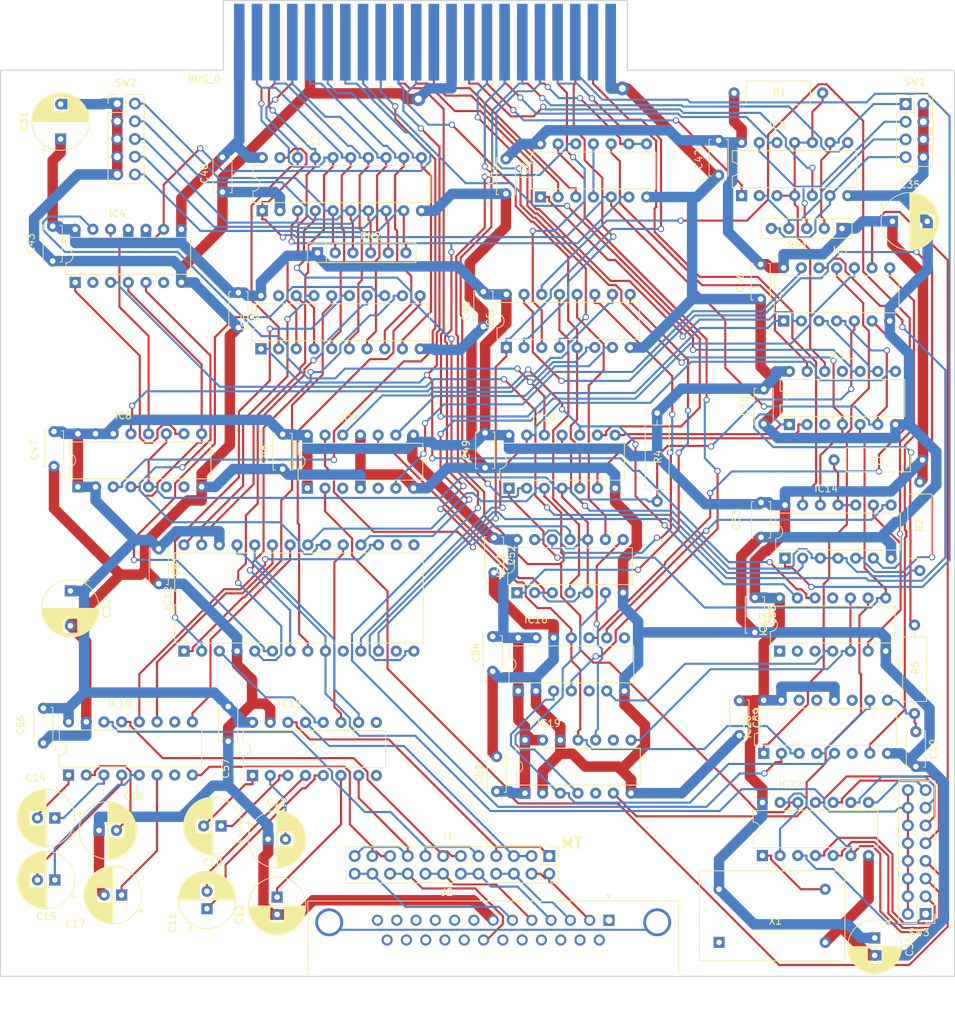
<source format=kicad_pcb>
(kicad_pcb (version 20171130) (host pcbnew "(5.1.5)-3")
  (layers (0 F.Cu signal) (31 B.Cu signal) (34 B.Paste user) (35 F.Paste user) (36 B.SilkS user) (37 F.SilkS user) (38 B.Mask user) (39 F.Mask user) (44 Edge.Cuts user))
  (net 0 "")
  (net 1 DB0)
  (net 2 DB1)
  (net 3 DB2)
  (net 4 +5V)
  (net 5 GND)
  (net 6 AB11)
  (net 7 AB10)
  (net 8 AB9)
  (net 9 AB8)
  (net 10 AB7)
  (net 11 AB6)
  (net 12 AB5)
  (net 13 AB4)
  (net 14 AB3)
  (net 15 AB2)
  (net 16 AB1)
  (net 17 AB0)
  (net 18 ~EXWAIT)
  (net 19 ~EXINT)
  (net 20 RESET)
  (net 21 ~IEO)
  (net 22 ~IEI)
  (net 23 ~IORQ)
  (net 24 ~RD)
  (net 25 ~WE)
  (net 26 ~M1)
  (net 27 CLK)
  (net 28 DB7)
  (net 29 DB6)
  (net 30 DB5)
  (net 31 DB4)
  (net 32 DB3)
  (net 33 "Net-(C60-Pad1)")
  (net 34 ~IACK)
  (net 35 "Net-(IC1-Pad9)")
  (net 36 "Net-(IC1-Pad8)")
  (net 37 "Net-(IC1-Pad7)")
  (net 38 "Net-(IC1-Pad6)")
  (net 39 "Net-(IC1-Pad5)")
  (net 40 ~IRQ_RX)
  (net 41 IRQ_RX)
  (net 42 "Net-(IC16-Pad4)")
  (net 43 "Net-(IC2-Pad11)")
  (net 44 "Net-(IC11-Pad13)")
  (net 45 "Net-(IC11-Pad10)")
  (net 46 "Net-(IC3-Pad13)")
  (net 47 "Net-(IC3-Pad6)")
  (net 48 "Net-(IC11-Pad12)")
  (net 49 "Net-(IC3-Pad9)")
  (net 50 "Net-(IC3-Pad2)")
  (net 51 CS)
  (net 52 SIOCLK)
  (net 53 "Net-(IC4-Pad4)")
  (net 54 "Net-(IC14-Pad2)")
  (net 55 "Net-(IC4-Pad1)")
  (net 56 "Net-(IC12-Pad27)")
  (net 57 "Net-(IC12-Pad28)")
  (net 58 "Net-(IC12-Pad1)")
  (net 59 "Net-(IC12-Pad2)")
  (net 60 "Net-(IC12-Pad5)")
  (net 61 "Net-(IC12-Pad6)")
  (net 62 "Net-(IC12-Pad7)")
  (net 63 "Net-(IC12-Pad8)")
  (net 64 ~CS0)
  (net 65 ~CS7)
  (net 66 ~CS1)
  (net 67 ~CS)
  (net 68 ~CS2)
  (net 69 ~CS3)
  (net 70 ~CS4)
  (net 71 ~CS5)
  (net 72 ~CS6)
  (net 73 "Net-(IC7-Pad13)")
  (net 74 "Net-(IC16-Pad10)")
  (net 75 RXRDY)
  (net 76 ~RESET)
  (net 77 "Net-(IC20-Pad1)")
  (net 78 TXEMPT)
  (net 79 "Net-(IC11-Pad9)")
  (net 80 "Net-(IC7-Pad9)")
  (net 81 "Net-(IC20-Pad7)")
  (net 82 ~SIOSEL)
  (net 83 "Net-(IC13-Pad11)")
  (net 84 "Net-(IC13-Pad3)")
  (net 85 "Net-(IC10-Pad6)")
  (net 86 SIOSEL)
  (net 87 M1)
  (net 88 "Net-(IC10-Pad1)")
  (net 89 TxRxCLK)
  (net 90 DTR)
  (net 91 RTS)
  (net 92 DSR)
  (net 93 TXD)
  (net 94 CTS)
  (net 95 RXD)
  (net 96 "Net-(IC13-Pad6)")
  (net 97 "Net-(IC13-Pad8)")
  (net 98 "Net-(IC14-Pad10)")
  (net 99 "Net-(IC14-Pad9)")
  (net 100 "Net-(IC14-Pad8)")
  (net 101 "Net-(IC15-Pad7)")
  (net 102 "Net-(IC15-Pad14)")
  (net 103 "Net-(IC15-Pad13)")
  (net 104 "Net-(IC16-Pad6)")
  (net 105 IRQ_TX)
  (net 106 IEO_RX)
  (net 107 "Net-(IC17-Pad9)")
  (net 108 "Net-(IC18-Pad8)")
  (net 109 "Net-(IC18-Pad14)")
  (net 110 "Net-(IC18-Pad13)")
  (net 111 "Net-(IC20-Pad10)")
  (net 112 "Net-(IC22-Pad13)")
  (net 113 "Net-(IC22-Pad5)")
  (net 114 "Net-(IC22-Pad11)")
  (net 115 "Net-(IC22-Pad4)")
  (net 116 "Net-(IC22-Pad10)")
  (net 117 "Net-(IC22-Pad3)")
  (net 118 "Net-(IC22-Pad9)")
  (net 119 "Net-(IC22-Pad8)")
  (net 120 "Net-(J1-Pad10)")
  (net 121 "Net-(J2-Pad0)")
  (net 122 "Net-(C10-Pad2)")
  (net 123 "Net-(C10-Pad1)")
  (net 124 "Net-(C11-Pad2)")
  (net 125 "Net-(C11-Pad1)")
  (net 126 "Net-(C14-Pad2)")
  (net 127 "Net-(C14-Pad1)")
  (net 128 "Net-(C15-Pad2)")
  (net 129 "Net-(C15-Pad1)")
  (net 130 "Net-(IC22-Pad1)")
  (net 131 "Net-(J1-Pad22)")
  (net 132 "Net-(J1-Pad18)")
  (net 133 "Net-(J1-Pad14)")
  (net 134 "Net-(J1-Pad6)")
  (net 135 "Net-(J1-Pad2)")
  (net 136 "Net-(C13-Pad1)")
  (net 137 "Net-(C17-Pad1)")
  (net 138 "Net-(C12-Pad2)")
  (net 139 "Net-(C16-Pad2)")
  (net 140 ~EXIO)
  (module Capacitor_THT:CP_Radial_D7.5mm_P2.50mm (layer F.Cu) (at 253.556 227.52 270)
    (fp_text reference C36 (at 1.25 -5 90) (layer F.SilkS))
    (fp_text value 100u/16V)
    (pad 2 thru_hole circle (at 2.5 0 270) (size 1.6 1.6) (drill 0.8) (layers *.Cu *.Mask) (net 5 GND))
    (pad 1 thru_hole rect (at 0 0 270) (size 1.6 1.6) (drill 0.8) (layers *.Cu *.Mask) (net 4 +5V))
  )
  (module Connector_PinHeader_2.54mm:PinHeader_2x12_P2.54mm_Vertical (layer F.Cu) (at 206.82 215.773 270)
    (fp_text reference J1 (at -2.921 14.6055 180) (layer F.SilkS))
    (fp_text value CONN_02x12)
    (pad 24 thru_hole oval (at 2.54 27.94 270) (size 1.7 1.7) (drill 1) (layers *.Cu *.Mask) (net 131 "Net-(J1-Pad22)"))
    (pad 23 thru_hole oval (at 0 27.94 270) (size 1.7 1.7) (drill 1) (layers *.Cu *.Mask) (net 101 "Net-(IC15-Pad7)"))
    (pad 22 thru_hole oval (at 2.54 25.4 270) (size 1.7 1.7) (drill 1) (layers *.Cu *.Mask) (net 131 "Net-(J1-Pad22)"))
    (pad 21 thru_hole oval (at 0 25.4 270) (size 1.7 1.7) (drill 1) (layers *.Cu *.Mask) (net 108 "Net-(IC18-Pad8)"))
    (pad 20 thru_hole oval (at 2.54 22.86 270) (size 1.7 1.7) (drill 1) (layers *.Cu *.Mask) (net 132 "Net-(J1-Pad18)"))
    (pad 19 thru_hole oval (at 0 22.86 270) (size 1.7 1.7) (drill 1) (layers *.Cu *.Mask) (net 108 "Net-(IC18-Pad8)"))
    (pad 18 thru_hole oval (at 2.54 20.32 270) (size 1.7 1.7) (drill 1) (layers *.Cu *.Mask) (net 132 "Net-(J1-Pad18)"))
    (pad 17 thru_hole oval (at 0 20.32 270) (size 1.7 1.7) (drill 1) (layers *.Cu *.Mask) (net 101 "Net-(IC15-Pad7)"))
    (pad 16 thru_hole oval (at 2.54 17.78 270) (size 1.7 1.7) (drill 1) (layers *.Cu *.Mask) (net 133 "Net-(J1-Pad14)"))
    (pad 15 thru_hole oval (at 0 17.78 270) (size 1.7 1.7) (drill 1) (layers *.Cu *.Mask) (net 109 "Net-(IC18-Pad14)"))
    (pad 14 thru_hole oval (at 2.54 15.24 270) (size 1.7 1.7) (drill 1) (layers *.Cu *.Mask) (net 133 "Net-(J1-Pad14)"))
    (pad 13 thru_hole oval (at 0 15.24 270) (size 1.7 1.7) (drill 1) (layers *.Cu *.Mask) (net 110 "Net-(IC18-Pad13)"))
    (pad 12 thru_hole oval (at 2.54 12.7 270) (size 1.7 1.7) (drill 1) (layers *.Cu *.Mask) (net 120 "Net-(J1-Pad10)"))
    (pad 11 thru_hole oval (at 0 12.7 270) (size 1.7 1.7) (drill 1) (layers *.Cu *.Mask) (net 110 "Net-(IC18-Pad13)"))
    (pad 10 thru_hole oval (at 2.54 10.16 270) (size 1.7 1.7) (drill 1) (layers *.Cu *.Mask) (net 120 "Net-(J1-Pad10)"))
    (pad 9 thru_hole oval (at 0 10.16 270) (size 1.7 1.7) (drill 1) (layers *.Cu *.Mask) (net 109 "Net-(IC18-Pad14)"))
    (pad 8 thru_hole oval (at 2.54 7.62 270) (size 1.7 1.7) (drill 1) (layers *.Cu *.Mask) (net 134 "Net-(J1-Pad6)"))
    (pad 7 thru_hole oval (at 0 7.62 270) (size 1.7 1.7) (drill 1) (layers *.Cu *.Mask) (net 102 "Net-(IC15-Pad14)"))
    (pad 6 thru_hole oval (at 2.54 5.08 270) (size 1.7 1.7) (drill 1) (layers *.Cu *.Mask) (net 134 "Net-(J1-Pad6)"))
    (pad 5 thru_hole oval (at 0 5.08 270) (size 1.7 1.7) (drill 1) (layers *.Cu *.Mask) (net 103 "Net-(IC15-Pad13)"))
    (pad 4 thru_hole oval (at 2.54 2.54 270) (size 1.7 1.7) (drill 1) (layers *.Cu *.Mask) (net 135 "Net-(J1-Pad2)"))
    (pad 3 thru_hole oval (at 0 2.54 270) (size 1.7 1.7) (drill 1) (layers *.Cu *.Mask) (net 103 "Net-(IC15-Pad13)"))
    (pad 2 thru_hole oval (at 2.54 0 270) (size 1.7 1.7) (drill 1) (layers *.Cu *.Mask) (net 135 "Net-(J1-Pad2)"))
    (pad 1 thru_hole rect (at 0 0 270) (size 1.7 1.7) (drill 1) (layers *.Cu *.Mask) (net 102 "Net-(IC15-Pad14)"))
  )
  (module Oscillator:Oscillator_DIP-14 (layer F.Cu) (at 231.204 228.156)
    (fp_text reference X1 (at 8.064 -3.0485) (layer F.SilkS))
    (fp_text value CXO_DIP8)
    (pad 7 thru_hole circle (at 15.24 0) (size 1.6 1.6) (drill 0.8) (layers *.Cu *.Mask) (net 5 GND))
    (pad 8 thru_hole circle (at 15.24 -7.62) (size 1.6 1.6) (drill 0.8) (layers *.Cu *.Mask) (net 130 "Net-(IC22-Pad1)"))
    (pad 14 thru_hole circle (at 0 -7.62) (size 1.6 1.6) (drill 0.8) (layers *.Cu *.Mask) (net 4 +5V))
    (pad 1 thru_hole rect (at 0 0) (size 1.6 1.6) (drill 0.8) (layers *.Cu *.Mask))
  )
  (module Package_DIP:DIP-14_W7.62mm (layer F.Cu) (at 237.426 215.71 90)
    (fp_text reference IC22 (at 10.1605 4.001 180) (layer F.SilkS))
    (fp_text value 74LS393)
    (pad 14 thru_hole oval (at 7.62 0 90) (size 1.6 1.6) (drill 0.8) (layers *.Cu *.Mask) (net 4 +5V))
    (pad 7 thru_hole oval (at 0 15.24 90) (size 1.6 1.6) (drill 0.8) (layers *.Cu *.Mask) (net 5 GND))
    (pad 13 thru_hole oval (at 7.62 2.54 90) (size 1.6 1.6) (drill 0.8) (layers *.Cu *.Mask) (net 112 "Net-(IC22-Pad13)"))
    (pad 6 thru_hole oval (at 0 12.7 90) (size 1.6 1.6) (drill 0.8) (layers *.Cu *.Mask) (net 112 "Net-(IC22-Pad13)"))
    (pad 12 thru_hole oval (at 7.62 5.08 90) (size 1.6 1.6) (drill 0.8) (layers *.Cu *.Mask) (net 20 RESET))
    (pad 5 thru_hole oval (at 0 10.16 90) (size 1.6 1.6) (drill 0.8) (layers *.Cu *.Mask) (net 113 "Net-(IC22-Pad5)"))
    (pad 11 thru_hole oval (at 7.62 7.62 90) (size 1.6 1.6) (drill 0.8) (layers *.Cu *.Mask) (net 114 "Net-(IC22-Pad11)"))
    (pad 4 thru_hole oval (at 0 7.62 90) (size 1.6 1.6) (drill 0.8) (layers *.Cu *.Mask) (net 115 "Net-(IC22-Pad4)"))
    (pad 10 thru_hole oval (at 7.62 10.16 90) (size 1.6 1.6) (drill 0.8) (layers *.Cu *.Mask) (net 116 "Net-(IC22-Pad10)"))
    (pad 3 thru_hole oval (at 0 5.08 90) (size 1.6 1.6) (drill 0.8) (layers *.Cu *.Mask) (net 117 "Net-(IC22-Pad3)"))
    (pad 9 thru_hole oval (at 7.62 12.7 90) (size 1.6 1.6) (drill 0.8) (layers *.Cu *.Mask) (net 118 "Net-(IC22-Pad9)"))
    (pad 2 thru_hole oval (at 0 2.54 90) (size 1.6 1.6) (drill 0.8) (layers *.Cu *.Mask) (net 20 RESET))
    (pad 8 thru_hole oval (at 7.62 15.24 90) (size 1.6 1.6) (drill 0.8) (layers *.Cu *.Mask) (net 119 "Net-(IC22-Pad8)"))
    (pad 1 thru_hole rect (at 0 0 90) (size 1.6 1.6) (drill 0.8) (layers *.Cu *.Mask) (net 130 "Net-(IC22-Pad1)"))
  )
  (module Package_DIP:DIP-16_W7.62mm (layer F.Cu) (at 237.617 201.041 90)
    (fp_text reference IC20 (at 3.81 -2.33 90) (layer F.SilkS))
    (fp_text value 74LS375)
    (pad 16 thru_hole oval (at 7.62 0 90) (size 1.6 1.6) (drill 0.8) (layers *.Cu *.Mask) (net 4 +5V))
    (pad 8 thru_hole oval (at 0 17.78 90) (size 1.6 1.6) (drill 0.8) (layers *.Cu *.Mask) (net 5 GND))
    (pad 15 thru_hole oval (at 7.62 2.54 90) (size 1.6 1.6) (drill 0.8) (layers *.Cu *.Mask) (net 4 +5V))
    (pad 7 thru_hole oval (at 0 15.24 90) (size 1.6 1.6) (drill 0.8) (layers *.Cu *.Mask) (net 81 "Net-(IC20-Pad7)"))
    (pad 14 thru_hole oval (at 7.62 5.08 90) (size 1.6 1.6) (drill 0.8) (layers *.Cu *.Mask))
    (pad 6 thru_hole oval (at 0 12.7 90) (size 1.6 1.6) (drill 0.8) (layers *.Cu *.Mask))
    (pad 13 thru_hole oval (at 7.62 7.62 90) (size 1.6 1.6) (drill 0.8) (layers *.Cu *.Mask))
    (pad 5 thru_hole oval (at 0 10.16 90) (size 1.6 1.6) (drill 0.8) (layers *.Cu *.Mask) (net 105 IRQ_TX))
    (pad 12 thru_hole oval (at 7.62 10.16 90) (size 1.6 1.6) (drill 0.8) (layers *.Cu *.Mask) (net 4 +5V))
    (pad 4 thru_hole oval (at 0 7.62 90) (size 1.6 1.6) (drill 0.8) (layers *.Cu *.Mask) (net 111 "Net-(IC20-Pad10)"))
    (pad 11 thru_hole oval (at 7.62 12.7 90) (size 1.6 1.6) (drill 0.8) (layers *.Cu *.Mask))
    (pad 3 thru_hole oval (at 0 5.08 90) (size 1.6 1.6) (drill 0.8) (layers *.Cu *.Mask) (net 41 IRQ_RX))
    (pad 10 thru_hole oval (at 7.62 15.24 90) (size 1.6 1.6) (drill 0.8) (layers *.Cu *.Mask) (net 111 "Net-(IC20-Pad10)"))
    (pad 2 thru_hole oval (at 0 2.54 90) (size 1.6 1.6) (drill 0.8) (layers *.Cu *.Mask) (net 40 ~IRQ_RX))
    (pad 9 thru_hole oval (at 7.62 17.78 90) (size 1.6 1.6) (drill 0.8) (layers *.Cu *.Mask) (net 33 "Net-(C60-Pad1)"))
    (pad 1 thru_hole rect (at 0 0 90) (size 1.6 1.6) (drill 0.8) (layers *.Cu *.Mask) (net 77 "Net-(IC20-Pad1)"))
  )
  (module Package_DIP:DIP-14_W7.62mm (layer F.Cu) (at 203.327 206.756 90)
    (fp_text reference IC19 (at 10.033 3.429 180) (layer F.SilkS))
    (fp_text value 74LS74)
    (pad 14 thru_hole oval (at 7.62 0 90) (size 1.6 1.6) (drill 0.8) (layers *.Cu *.Mask) (net 4 +5V))
    (pad 7 thru_hole oval (at 0 15.24 90) (size 1.6 1.6) (drill 0.8) (layers *.Cu *.Mask) (net 5 GND))
    (pad 13 thru_hole oval (at 7.62 2.54 90) (size 1.6 1.6) (drill 0.8) (layers *.Cu *.Mask) (net 4 +5V))
    (pad 6 thru_hole oval (at 0 12.7 90) (size 1.6 1.6) (drill 0.8) (layers *.Cu *.Mask) (net 107 "Net-(IC17-Pad9)"))
    (pad 12 thru_hole oval (at 7.62 5.08 90) (size 1.6 1.6) (drill 0.8) (layers *.Cu *.Mask) (net 5 GND))
    (pad 5 thru_hole oval (at 0 10.16 90) (size 1.6 1.6) (drill 0.8) (layers *.Cu *.Mask))
    (pad 11 thru_hole oval (at 7.62 7.62 90) (size 1.6 1.6) (drill 0.8) (layers *.Cu *.Mask) (net 41 IRQ_RX))
    (pad 4 thru_hole oval (at 0 7.62 90) (size 1.6 1.6) (drill 0.8) (layers *.Cu *.Mask) (net 96 "Net-(IC13-Pad6)"))
    (pad 10 thru_hole oval (at 7.62 10.16 90) (size 1.6 1.6) (drill 0.8) (layers *.Cu *.Mask) (net 97 "Net-(IC13-Pad8)"))
    (pad 3 thru_hole oval (at 0 5.08 90) (size 1.6 1.6) (drill 0.8) (layers *.Cu *.Mask) (net 105 IRQ_TX))
    (pad 9 thru_hole oval (at 7.62 12.7 90) (size 1.6 1.6) (drill 0.8) (layers *.Cu *.Mask))
    (pad 2 thru_hole oval (at 0 2.54 90) (size 1.6 1.6) (drill 0.8) (layers *.Cu *.Mask) (net 5 GND))
    (pad 8 thru_hole oval (at 7.62 15.24 90) (size 1.6 1.6) (drill 0.8) (layers *.Cu *.Mask) (net 106 IEO_RX))
    (pad 1 thru_hole rect (at 0 0 90) (size 1.6 1.6) (drill 0.8) (layers *.Cu *.Mask) (net 4 +5V))
  )
  (module Package_DIP:DIP-16_W7.62mm (layer F.Cu) (at 137.795 204.152 90)
    (fp_text reference IC18 (at 10.35 7.366 180) (layer F.SilkS))
    (fp_text value MAX232)
    (pad 16 thru_hole oval (at 7.62 0 90) (size 1.6 1.6) (drill 0.8) (layers *.Cu *.Mask) (net 4 +5V))
    (pad 8 thru_hole oval (at 0 17.78 90) (size 1.6 1.6) (drill 0.8) (layers *.Cu *.Mask) (net 108 "Net-(IC18-Pad8)"))
    (pad 15 thru_hole oval (at 7.62 2.54 90) (size 1.6 1.6) (drill 0.8) (layers *.Cu *.Mask) (net 5 GND))
    (pad 7 thru_hole oval (at 0 15.24 90) (size 1.6 1.6) (drill 0.8) (layers *.Cu *.Mask))
    (pad 14 thru_hole oval (at 7.62 5.08 90) (size 1.6 1.6) (drill 0.8) (layers *.Cu *.Mask) (net 109 "Net-(IC18-Pad14)"))
    (pad 6 thru_hole oval (at 0 12.7 90) (size 1.6 1.6) (drill 0.8) (layers *.Cu *.Mask) (net 137 "Net-(C17-Pad1)"))
    (pad 13 thru_hole oval (at 7.62 7.62 90) (size 1.6 1.6) (drill 0.8) (layers *.Cu *.Mask) (net 110 "Net-(IC18-Pad13)"))
    (pad 5 thru_hole oval (at 0 10.16 90) (size 1.6 1.6) (drill 0.8) (layers *.Cu *.Mask) (net 129 "Net-(C15-Pad1)"))
    (pad 12 thru_hole oval (at 7.62 10.16 90) (size 1.6 1.6) (drill 0.8) (layers *.Cu *.Mask) (net 94 CTS))
    (pad 4 thru_hole oval (at 0 7.62 90) (size 1.6 1.6) (drill 0.8) (layers *.Cu *.Mask) (net 128 "Net-(C15-Pad2)"))
    (pad 11 thru_hole oval (at 7.62 12.7 90) (size 1.6 1.6) (drill 0.8) (layers *.Cu *.Mask) (net 91 RTS))
    (pad 3 thru_hole oval (at 0 5.08 90) (size 1.6 1.6) (drill 0.8) (layers *.Cu *.Mask) (net 127 "Net-(C14-Pad1)"))
    (pad 10 thru_hole oval (at 7.62 15.24 90) (size 1.6 1.6) (drill 0.8) (layers *.Cu *.Mask))
    (pad 2 thru_hole oval (at 0 2.54 90) (size 1.6 1.6) (drill 0.8) (layers *.Cu *.Mask) (net 139 "Net-(C16-Pad2)"))
    (pad 9 thru_hole oval (at 7.62 17.78 90) (size 1.6 1.6) (drill 0.8) (layers *.Cu *.Mask) (net 92 DSR))
    (pad 1 thru_hole rect (at 0 0 90) (size 1.6 1.6) (drill 0.8) (layers *.Cu *.Mask) (net 126 "Net-(C14-Pad2)"))
  )
  (module Package_DIP:DIP-14_W7.62mm (layer F.Cu) (at 239.903 186.372 90)
    (fp_text reference IC17 (at 3.81 -2.33 90) (layer F.SilkS))
    (fp_text value 74LS32)
    (pad 14 thru_hole oval (at 7.62 0 90) (size 1.6 1.6) (drill 0.8) (layers *.Cu *.Mask) (net 4 +5V))
    (pad 7 thru_hole oval (at 0 15.24 90) (size 1.6 1.6) (drill 0.8) (layers *.Cu *.Mask) (net 5 GND))
    (pad 13 thru_hole oval (at 7.62 2.54 90) (size 1.6 1.6) (drill 0.8) (layers *.Cu *.Mask) (net 82 ~SIOSEL))
    (pad 6 thru_hole oval (at 0 12.7 90) (size 1.6 1.6) (drill 0.8) (layers *.Cu *.Mask) (net 99 "Net-(IC14-Pad9)"))
    (pad 12 thru_hole oval (at 7.62 5.08 90) (size 1.6 1.6) (drill 0.8) (layers *.Cu *.Mask) (net 24 ~RD))
    (pad 5 thru_hole oval (at 0 10.16 90) (size 1.6 1.6) (drill 0.8) (layers *.Cu *.Mask) (net 106 IEO_RX))
    (pad 11 thru_hole oval (at 7.62 7.62 90) (size 1.6 1.6) (drill 0.8) (layers *.Cu *.Mask))
    (pad 4 thru_hole oval (at 0 7.62 90) (size 1.6 1.6) (drill 0.8) (layers *.Cu *.Mask) (net 104 "Net-(IC16-Pad6)"))
    (pad 10 thru_hole oval (at 7.62 10.16 90) (size 1.6 1.6) (drill 0.8) (layers *.Cu *.Mask) (net 106 IEO_RX))
    (pad 3 thru_hole oval (at 0 5.08 90) (size 1.6 1.6) (drill 0.8) (layers *.Cu *.Mask))
    (pad 9 thru_hole oval (at 7.62 12.7 90) (size 1.6 1.6) (drill 0.8) (layers *.Cu *.Mask) (net 107 "Net-(IC17-Pad9)"))
    (pad 2 thru_hole oval (at 0 2.54 90) (size 1.6 1.6) (drill 0.8) (layers *.Cu *.Mask))
    (pad 8 thru_hole oval (at 7.62 15.24 90) (size 1.6 1.6) (drill 0.8) (layers *.Cu *.Mask) (net 88 "Net-(IC10-Pad1)"))
    (pad 1 thru_hole rect (at 0 0 90) (size 1.6 1.6) (drill 0.8) (layers *.Cu *.Mask))
  )
  (module Package_DIP:DIP-14_W7.62mm (layer F.Cu) (at 202.374 192.088 90)
    (fp_text reference IC16 (at 10.224 2.5405 180) (layer F.SilkS))
    (fp_text value 74LS74)
    (pad 14 thru_hole oval (at 7.62 0 90) (size 1.6 1.6) (drill 0.8) (layers *.Cu *.Mask) (net 4 +5V))
    (pad 7 thru_hole oval (at 0 15.24 90) (size 1.6 1.6) (drill 0.8) (layers *.Cu *.Mask) (net 5 GND))
    (pad 13 thru_hole oval (at 7.62 2.54 90) (size 1.6 1.6) (drill 0.8) (layers *.Cu *.Mask) (net 4 +5V))
    (pad 6 thru_hole oval (at 0 12.7 90) (size 1.6 1.6) (drill 0.8) (layers *.Cu *.Mask) (net 104 "Net-(IC16-Pad6)"))
    (pad 12 thru_hole oval (at 7.62 5.08 90) (size 1.6 1.6) (drill 0.8) (layers *.Cu *.Mask) (net 5 GND))
    (pad 5 thru_hole oval (at 0 10.16 90) (size 1.6 1.6) (drill 0.8) (layers *.Cu *.Mask))
    (pad 11 thru_hole oval (at 7.62 7.62 90) (size 1.6 1.6) (drill 0.8) (layers *.Cu *.Mask) (net 41 IRQ_RX))
    (pad 4 thru_hole oval (at 0 7.62 90) (size 1.6 1.6) (drill 0.8) (layers *.Cu *.Mask) (net 42 "Net-(IC16-Pad4)"))
    (pad 10 thru_hole oval (at 7.62 10.16 90) (size 1.6 1.6) (drill 0.8) (layers *.Cu *.Mask) (net 74 "Net-(IC16-Pad10)"))
    (pad 3 thru_hole oval (at 0 5.08 90) (size 1.6 1.6) (drill 0.8) (layers *.Cu *.Mask) (net 105 IRQ_TX))
    (pad 9 thru_hole oval (at 7.62 12.7 90) (size 1.6 1.6) (drill 0.8) (layers *.Cu *.Mask) (net 100 "Net-(IC14-Pad8)"))
    (pad 2 thru_hole oval (at 0 2.54 90) (size 1.6 1.6) (drill 0.8) (layers *.Cu *.Mask) (net 5 GND))
    (pad 8 thru_hole oval (at 7.62 15.24 90) (size 1.6 1.6) (drill 0.8) (layers *.Cu *.Mask))
    (pad 1 thru_hole rect (at 0 0 90) (size 1.6 1.6) (drill 0.8) (layers *.Cu *.Mask) (net 4 +5V))
  )
  (module Package_DIP:DIP-16_W7.62mm (layer F.Cu) (at 164.211 204.216 90)
    (fp_text reference IC15 (at 10.287 5.334 180) (layer F.SilkS))
    (fp_text value MAX232)
    (pad 16 thru_hole oval (at 7.62 0 90) (size 1.6 1.6) (drill 0.8) (layers *.Cu *.Mask) (net 4 +5V))
    (pad 8 thru_hole oval (at 0 17.78 90) (size 1.6 1.6) (drill 0.8) (layers *.Cu *.Mask))
    (pad 15 thru_hole oval (at 7.62 2.54 90) (size 1.6 1.6) (drill 0.8) (layers *.Cu *.Mask) (net 5 GND))
    (pad 7 thru_hole oval (at 0 15.24 90) (size 1.6 1.6) (drill 0.8) (layers *.Cu *.Mask) (net 101 "Net-(IC15-Pad7)"))
    (pad 14 thru_hole oval (at 7.62 5.08 90) (size 1.6 1.6) (drill 0.8) (layers *.Cu *.Mask) (net 102 "Net-(IC15-Pad14)"))
    (pad 6 thru_hole oval (at 0 12.7 90) (size 1.6 1.6) (drill 0.8) (layers *.Cu *.Mask) (net 136 "Net-(C13-Pad1)"))
    (pad 13 thru_hole oval (at 7.62 7.62 90) (size 1.6 1.6) (drill 0.8) (layers *.Cu *.Mask) (net 103 "Net-(IC15-Pad13)"))
    (pad 5 thru_hole oval (at 0 10.16 90) (size 1.6 1.6) (drill 0.8) (layers *.Cu *.Mask) (net 125 "Net-(C11-Pad1)"))
    (pad 12 thru_hole oval (at 7.62 10.16 90) (size 1.6 1.6) (drill 0.8) (layers *.Cu *.Mask) (net 95 RXD))
    (pad 4 thru_hole oval (at 0 7.62 90) (size 1.6 1.6) (drill 0.8) (layers *.Cu *.Mask) (net 124 "Net-(C11-Pad2)"))
    (pad 11 thru_hole oval (at 7.62 12.7 90) (size 1.6 1.6) (drill 0.8) (layers *.Cu *.Mask) (net 93 TXD))
    (pad 3 thru_hole oval (at 0 5.08 90) (size 1.6 1.6) (drill 0.8) (layers *.Cu *.Mask) (net 123 "Net-(C10-Pad1)"))
    (pad 10 thru_hole oval (at 7.62 15.24 90) (size 1.6 1.6) (drill 0.8) (layers *.Cu *.Mask) (net 90 DTR))
    (pad 2 thru_hole oval (at 0 2.54 90) (size 1.6 1.6) (drill 0.8) (layers *.Cu *.Mask) (net 138 "Net-(C12-Pad2)"))
    (pad 9 thru_hole oval (at 7.62 17.78 90) (size 1.6 1.6) (drill 0.8) (layers *.Cu *.Mask))
    (pad 1 thru_hole rect (at 0 0 90) (size 1.6 1.6) (drill 0.8) (layers *.Cu *.Mask) (net 122 "Net-(C10-Pad2)"))
  )
  (module Package_DIP:DIP-14_W7.62mm (layer F.Cu) (at 240.665 173.038 90)
    (fp_text reference IC14 (at 9.97 5.9055 180) (layer F.SilkS))
    (fp_text value 74LS01)
    (pad 14 thru_hole oval (at 7.62 0 90) (size 1.6 1.6) (drill 0.8) (layers *.Cu *.Mask) (net 4 +5V))
    (pad 7 thru_hole oval (at 0 15.24 90) (size 1.6 1.6) (drill 0.8) (layers *.Cu *.Mask) (net 5 GND))
    (pad 13 thru_hole oval (at 7.62 2.54 90) (size 1.6 1.6) (drill 0.8) (layers *.Cu *.Mask) (net 19 ~EXINT))
    (pad 6 thru_hole oval (at 0 12.7 90) (size 1.6 1.6) (drill 0.8) (layers *.Cu *.Mask) (net 66 ~CS1))
    (pad 12 thru_hole oval (at 7.62 5.08 90) (size 1.6 1.6) (drill 0.8) (layers *.Cu *.Mask) (net 22 ~IEI))
    (pad 5 thru_hole oval (at 0 10.16 90) (size 1.6 1.6) (drill 0.8) (layers *.Cu *.Mask) (net 64 ~CS0))
    (pad 11 thru_hole oval (at 7.62 7.62 90) (size 1.6 1.6) (drill 0.8) (layers *.Cu *.Mask) (net 98 "Net-(IC14-Pad10)"))
    (pad 4 thru_hole oval (at 0 7.62 90) (size 1.6 1.6) (drill 0.8) (layers *.Cu *.Mask) (net 86 SIOSEL))
    (pad 10 thru_hole oval (at 7.62 10.16 90) (size 1.6 1.6) (drill 0.8) (layers *.Cu *.Mask) (net 98 "Net-(IC14-Pad10)"))
    (pad 3 thru_hole oval (at 0 5.08 90) (size 1.6 1.6) (drill 0.8) (layers *.Cu *.Mask) (net 86 SIOSEL))
    (pad 9 thru_hole oval (at 7.62 12.7 90) (size 1.6 1.6) (drill 0.8) (layers *.Cu *.Mask) (net 99 "Net-(IC14-Pad9)"))
    (pad 2 thru_hole oval (at 0 2.54 90) (size 1.6 1.6) (drill 0.8) (layers *.Cu *.Mask) (net 54 "Net-(IC14-Pad2)"))
    (pad 8 thru_hole oval (at 7.62 15.24 90) (size 1.6 1.6) (drill 0.8) (layers *.Cu *.Mask) (net 100 "Net-(IC14-Pad8)"))
    (pad 1 thru_hole rect (at 0 0 90) (size 1.6 1.6) (drill 0.8) (layers *.Cu *.Mask) (net 18 ~EXWAIT))
  )
  (module Package_DIP:DIP-14_W7.62mm (layer F.Cu) (at 202.184 177.99 90)
    (fp_text reference IC13 (at 3.81 -2.33 90) (layer F.SilkS))
    (fp_text value 74LS08)
    (pad 14 thru_hole oval (at 7.62 0 90) (size 1.6 1.6) (drill 0.8) (layers *.Cu *.Mask) (net 4 +5V))
    (pad 7 thru_hole oval (at 0 15.24 90) (size 1.6 1.6) (drill 0.8) (layers *.Cu *.Mask) (net 5 GND))
    (pad 13 thru_hole oval (at 7.62 2.54 90) (size 1.6 1.6) (drill 0.8) (layers *.Cu *.Mask) (net 76 ~RESET))
    (pad 6 thru_hole oval (at 0 12.7 90) (size 1.6 1.6) (drill 0.8) (layers *.Cu *.Mask) (net 96 "Net-(IC13-Pad6)"))
    (pad 12 thru_hole oval (at 7.62 5.08 90) (size 1.6 1.6) (drill 0.8) (layers *.Cu *.Mask) (net 70 ~CS4))
    (pad 5 thru_hole oval (at 0 10.16 90) (size 1.6 1.6) (drill 0.8) (layers *.Cu *.Mask) (net 76 ~RESET))
    (pad 11 thru_hole oval (at 7.62 7.62 90) (size 1.6 1.6) (drill 0.8) (layers *.Cu *.Mask) (net 83 "Net-(IC13-Pad11)"))
    (pad 4 thru_hole oval (at 0 7.62 90) (size 1.6 1.6) (drill 0.8) (layers *.Cu *.Mask) (net 68 ~CS2))
    (pad 10 thru_hole oval (at 7.62 10.16 90) (size 1.6 1.6) (drill 0.8) (layers *.Cu *.Mask) (net 76 ~RESET))
    (pad 3 thru_hole oval (at 0 5.08 90) (size 1.6 1.6) (drill 0.8) (layers *.Cu *.Mask) (net 84 "Net-(IC13-Pad3)"))
    (pad 9 thru_hole oval (at 7.62 12.7 90) (size 1.6 1.6) (drill 0.8) (layers *.Cu *.Mask) (net 69 ~CS3))
    (pad 2 thru_hole oval (at 0 2.54 90) (size 1.6 1.6) (drill 0.8) (layers *.Cu *.Mask) (net 76 ~RESET))
    (pad 8 thru_hole oval (at 7.62 15.24 90) (size 1.6 1.6) (drill 0.8) (layers *.Cu *.Mask) (net 97 "Net-(IC13-Pad8)"))
    (pad 1 thru_hole rect (at 0 0 90) (size 1.6 1.6) (drill 0.8) (layers *.Cu *.Mask) (net 72 ~CS6))
  )
  (module Package_DIP:DIP-14_W7.62mm (layer F.Cu) (at 241.3 153.86 90)
    (fp_text reference IC11 (at 9.9055 7.4295 180) (layer F.SilkS))
    (fp_text value 74LS20)
    (pad 14 thru_hole oval (at 7.62 0 90) (size 1.6 1.6) (drill 0.8) (layers *.Cu *.Mask) (net 4 +5V))
    (pad 7 thru_hole oval (at 0 15.24 90) (size 1.6 1.6) (drill 0.8) (layers *.Cu *.Mask) (net 5 GND))
    (pad 13 thru_hole oval (at 7.62 2.54 90) (size 1.6 1.6) (drill 0.8) (layers *.Cu *.Mask) (net 44 "Net-(IC11-Pad13)"))
    (pad 6 thru_hole oval (at 0 12.7 90) (size 1.6 1.6) (drill 0.8) (layers *.Cu *.Mask) (net 34 ~IACK))
    (pad 12 thru_hole oval (at 7.62 5.08 90) (size 1.6 1.6) (drill 0.8) (layers *.Cu *.Mask) (net 48 "Net-(IC11-Pad12)"))
    (pad 5 thru_hole oval (at 0 10.16 90) (size 1.6 1.6) (drill 0.8) (layers *.Cu *.Mask) (net 88 "Net-(IC10-Pad1)"))
    (pad 11 thru_hole oval (at 7.62 7.62 90) (size 1.6 1.6) (drill 0.8) (layers *.Cu *.Mask))
    (pad 4 thru_hole oval (at 0 7.62 90) (size 1.6 1.6) (drill 0.8) (layers *.Cu *.Mask) (net 22 ~IEI))
    (pad 10 thru_hole oval (at 7.62 10.16 90) (size 1.6 1.6) (drill 0.8) (layers *.Cu *.Mask) (net 45 "Net-(IC11-Pad10)"))
    (pad 3 thru_hole oval (at 0 5.08 90) (size 1.6 1.6) (drill 0.8) (layers *.Cu *.Mask))
    (pad 9 thru_hole oval (at 7.62 12.7 90) (size 1.6 1.6) (drill 0.8) (layers *.Cu *.Mask) (net 79 "Net-(IC11-Pad9)"))
    (pad 2 thru_hole oval (at 0 2.54 90) (size 1.6 1.6) (drill 0.8) (layers *.Cu *.Mask) (net 85 "Net-(IC10-Pad6)"))
    (pad 8 thru_hole oval (at 7.62 15.24 90) (size 1.6 1.6) (drill 0.8) (layers *.Cu *.Mask) (net 67 ~CS))
    (pad 1 thru_hole rect (at 0 0 90) (size 1.6 1.6) (drill 0.8) (layers *.Cu *.Mask) (net 87 M1))
  )
  (module Package_DIP:DIP-14_W7.62mm (layer F.Cu) (at 201.041 163.004 90)
    (fp_text reference IC10 (at 10.1595 5.0165 180) (layer F.SilkS))
    (fp_text value 74LS04)
    (pad 14 thru_hole oval (at 7.62 0 90) (size 1.6 1.6) (drill 0.8) (layers *.Cu *.Mask) (net 4 +5V))
    (pad 7 thru_hole oval (at 0 15.24 90) (size 1.6 1.6) (drill 0.8) (layers *.Cu *.Mask) (net 5 GND))
    (pad 13 thru_hole oval (at 7.62 2.54 90) (size 1.6 1.6) (drill 0.8) (layers *.Cu *.Mask) (net 67 ~CS))
    (pad 6 thru_hole oval (at 0 12.7 90) (size 1.6 1.6) (drill 0.8) (layers *.Cu *.Mask) (net 85 "Net-(IC10-Pad6)"))
    (pad 12 thru_hole oval (at 7.62 5.08 90) (size 1.6 1.6) (drill 0.8) (layers *.Cu *.Mask) (net 51 CS))
    (pad 5 thru_hole oval (at 0 10.16 90) (size 1.6 1.6) (drill 0.8) (layers *.Cu *.Mask) (net 23 ~IORQ))
    (pad 11 thru_hole oval (at 7.62 7.62 90) (size 1.6 1.6) (drill 0.8) (layers *.Cu *.Mask) (net 86 SIOSEL))
    (pad 4 thru_hole oval (at 0 7.62 90) (size 1.6 1.6) (drill 0.8) (layers *.Cu *.Mask) (net 76 ~RESET))
    (pad 10 thru_hole oval (at 7.62 10.16 90) (size 1.6 1.6) (drill 0.8) (layers *.Cu *.Mask) (net 82 ~SIOSEL))
    (pad 3 thru_hole oval (at 0 5.08 90) (size 1.6 1.6) (drill 0.8) (layers *.Cu *.Mask) (net 20 RESET))
    (pad 9 thru_hole oval (at 7.62 12.7 90) (size 1.6 1.6) (drill 0.8) (layers *.Cu *.Mask) (net 26 ~M1))
    (pad 2 thru_hole oval (at 0 2.54 90) (size 1.6 1.6) (drill 0.8) (layers *.Cu *.Mask) (net 21 ~IEO))
    (pad 8 thru_hole oval (at 7.62 15.24 90) (size 1.6 1.6) (drill 0.8) (layers *.Cu *.Mask) (net 87 M1))
    (pad 1 thru_hole rect (at 0 0 90) (size 1.6 1.6) (drill 0.8) (layers *.Cu *.Mask) (net 88 "Net-(IC10-Pad1)"))
  )
  (module Package_DIP:DIP-14_W7.62mm (layer F.Cu) (at 172.085 163.004 90)
    (fp_text reference IC9 (at 10.0325 6.0325 180) (layer F.SilkS))
    (fp_text value 74LS107)
    (pad 14 thru_hole oval (at 7.62 0 90) (size 1.6 1.6) (drill 0.8) (layers *.Cu *.Mask) (net 4 +5V))
    (pad 7 thru_hole oval (at 0 15.24 90) (size 1.6 1.6) (drill 0.8) (layers *.Cu *.Mask) (net 5 GND))
    (pad 13 thru_hole oval (at 7.62 2.54 90) (size 1.6 1.6) (drill 0.8) (layers *.Cu *.Mask) (net 83 "Net-(IC13-Pad11)"))
    (pad 6 thru_hole oval (at 0 12.7 90) (size 1.6 1.6) (drill 0.8) (layers *.Cu *.Mask) (net 73 "Net-(IC7-Pad13)"))
    (pad 12 thru_hole oval (at 7.62 5.08 90) (size 1.6 1.6) (drill 0.8) (layers *.Cu *.Mask) (net 71 ~CS5))
    (pad 5 thru_hole oval (at 0 10.16 90) (size 1.6 1.6) (drill 0.8) (layers *.Cu *.Mask))
    (pad 11 thru_hole oval (at 7.62 7.62 90) (size 1.6 1.6) (drill 0.8) (layers *.Cu *.Mask) (net 5 GND))
    (pad 4 thru_hole oval (at 0 7.62 90) (size 1.6 1.6) (drill 0.8) (layers *.Cu *.Mask) (net 5 GND))
    (pad 10 thru_hole oval (at 7.62 10.16 90) (size 1.6 1.6) (drill 0.8) (layers *.Cu *.Mask) (net 84 "Net-(IC13-Pad3)"))
    (pad 3 thru_hole oval (at 0 5.08 90) (size 1.6 1.6) (drill 0.8) (layers *.Cu *.Mask))
    (pad 9 thru_hole oval (at 7.62 12.7 90) (size 1.6 1.6) (drill 0.8) (layers *.Cu *.Mask) (net 65 ~CS7))
    (pad 2 thru_hole oval (at 0 2.54 90) (size 1.6 1.6) (drill 0.8) (layers *.Cu *.Mask) (net 80 "Net-(IC7-Pad9)"))
    (pad 8 thru_hole oval (at 7.62 15.24 90) (size 1.6 1.6) (drill 0.8) (layers *.Cu *.Mask) (net 4 +5V))
    (pad 1 thru_hole rect (at 0 0 90) (size 1.6 1.6) (drill 0.8) (layers *.Cu *.Mask) (net 4 +5V))
  )
  (module Package_DIP:DIP-16_W7.62mm (layer F.Cu) (at 139.128 162.814 90)
    (fp_text reference IC8 (at 10.2235 6.541 180) (layer F.SilkS))
    (fp_text value 74LS109)
    (pad 16 thru_hole oval (at 7.62 0 90) (size 1.6 1.6) (drill 0.8) (layers *.Cu *.Mask) (net 4 +5V))
    (pad 8 thru_hole oval (at 0 17.78 90) (size 1.6 1.6) (drill 0.8) (layers *.Cu *.Mask) (net 5 GND))
    (pad 15 thru_hole oval (at 7.62 2.54 90) (size 1.6 1.6) (drill 0.8) (layers *.Cu *.Mask) (net 4 +5V))
    (pad 7 thru_hole oval (at 0 15.24 90) (size 1.6 1.6) (drill 0.8) (layers *.Cu *.Mask))
    (pad 14 thru_hole oval (at 7.62 5.08 90) (size 1.6 1.6) (drill 0.8) (layers *.Cu *.Mask) (net 4 +5V))
    (pad 6 thru_hole oval (at 0 12.7 90) (size 1.6 1.6) (drill 0.8) (layers *.Cu *.Mask))
    (pad 13 thru_hole oval (at 7.62 7.62 90) (size 1.6 1.6) (drill 0.8) (layers *.Cu *.Mask) (net 82 ~SIOSEL))
    (pad 5 thru_hole oval (at 0 10.16 90) (size 1.6 1.6) (drill 0.8) (layers *.Cu *.Mask) (net 76 ~RESET))
    (pad 12 thru_hole oval (at 7.62 10.16 90) (size 1.6 1.6) (drill 0.8) (layers *.Cu *.Mask) (net 27 CLK))
    (pad 4 thru_hole oval (at 0 7.62 90) (size 1.6 1.6) (drill 0.8) (layers *.Cu *.Mask) (net 53 "Net-(IC4-Pad4)"))
    (pad 11 thru_hole oval (at 7.62 12.7 90) (size 1.6 1.6) (drill 0.8) (layers *.Cu *.Mask) (net 76 ~RESET))
    (pad 3 thru_hole oval (at 0 5.08 90) (size 1.6 1.6) (drill 0.8) (layers *.Cu *.Mask) (net 25 ~WE))
    (pad 10 thru_hole oval (at 7.62 15.24 90) (size 1.6 1.6) (drill 0.8) (layers *.Cu *.Mask) (net 55 "Net-(IC4-Pad1)"))
    (pad 2 thru_hole oval (at 0 2.54 90) (size 1.6 1.6) (drill 0.8) (layers *.Cu *.Mask) (net 4 +5V))
    (pad 9 thru_hole oval (at 7.62 17.78 90) (size 1.6 1.6) (drill 0.8) (layers *.Cu *.Mask) (net 53 "Net-(IC4-Pad4)"))
    (pad 1 thru_hole rect (at 0 0 90) (size 1.6 1.6) (drill 0.8) (layers *.Cu *.Mask) (net 4 +5V))
  )
  (module Package_DIP:DIP-14_W7.62mm (layer F.Cu) (at 240.474 139.002 90)
    (fp_text reference IC7 (at 10.1605 8.2555 180) (layer F.SilkS))
    (fp_text value 74LS08)
    (pad 14 thru_hole oval (at 7.62 0 90) (size 1.6 1.6) (drill 0.8) (layers *.Cu *.Mask) (net 4 +5V))
    (pad 7 thru_hole oval (at 0 15.24 90) (size 1.6 1.6) (drill 0.8) (layers *.Cu *.Mask) (net 5 GND))
    (pad 13 thru_hole oval (at 7.62 2.54 90) (size 1.6 1.6) (drill 0.8) (layers *.Cu *.Mask) (net 73 "Net-(IC7-Pad13)"))
    (pad 6 thru_hole oval (at 0 12.7 90) (size 1.6 1.6) (drill 0.8) (layers *.Cu *.Mask) (net 74 "Net-(IC16-Pad10)"))
    (pad 12 thru_hole oval (at 7.62 5.08 90) (size 1.6 1.6) (drill 0.8) (layers *.Cu *.Mask) (net 75 RXRDY))
    (pad 5 thru_hole oval (at 0 10.16 90) (size 1.6 1.6) (drill 0.8) (layers *.Cu *.Mask) (net 76 ~RESET))
    (pad 11 thru_hole oval (at 7.62 7.62 90) (size 1.6 1.6) (drill 0.8) (layers *.Cu *.Mask) (net 77 "Net-(IC20-Pad1)"))
    (pad 4 thru_hole oval (at 0 7.62 90) (size 1.6 1.6) (drill 0.8) (layers *.Cu *.Mask) (net 34 ~IACK))
    (pad 10 thru_hole oval (at 7.62 10.16 90) (size 1.6 1.6) (drill 0.8) (layers *.Cu *.Mask) (net 78 TXEMPT))
    (pad 3 thru_hole oval (at 0 5.08 90) (size 1.6 1.6) (drill 0.8) (layers *.Cu *.Mask) (net 79 "Net-(IC11-Pad9)"))
    (pad 9 thru_hole oval (at 7.62 12.7 90) (size 1.6 1.6) (drill 0.8) (layers *.Cu *.Mask) (net 80 "Net-(IC7-Pad9)"))
    (pad 2 thru_hole oval (at 0 2.54 90) (size 1.6 1.6) (drill 0.8) (layers *.Cu *.Mask) (net 7 AB10))
    (pad 8 thru_hole oval (at 7.62 15.24 90) (size 1.6 1.6) (drill 0.8) (layers *.Cu *.Mask) (net 81 "Net-(IC20-Pad7)"))
    (pad 1 thru_hole rect (at 0 0 90) (size 1.6 1.6) (drill 0.8) (layers *.Cu *.Mask) (net 6 AB11))
  )
  (module Package_DIP:DIP-16_W7.62mm (layer F.Cu) (at 200.66 142.812 90)
    (fp_text reference IC6 (at 3.81 -2.33 90) (layer F.SilkS))
    (fp_text value 74LS138)
    (pad 16 thru_hole oval (at 7.62 0 90) (size 1.6 1.6) (drill 0.8) (layers *.Cu *.Mask) (net 4 +5V))
    (pad 8 thru_hole oval (at 0 17.78 90) (size 1.6 1.6) (drill 0.8) (layers *.Cu *.Mask) (net 5 GND))
    (pad 15 thru_hole oval (at 7.62 2.54 90) (size 1.6 1.6) (drill 0.8) (layers *.Cu *.Mask) (net 64 ~CS0))
    (pad 7 thru_hole oval (at 0 15.24 90) (size 1.6 1.6) (drill 0.8) (layers *.Cu *.Mask) (net 65 ~CS7))
    (pad 14 thru_hole oval (at 7.62 5.08 90) (size 1.6 1.6) (drill 0.8) (layers *.Cu *.Mask) (net 66 ~CS1))
    (pad 6 thru_hole oval (at 0 12.7 90) (size 1.6 1.6) (drill 0.8) (layers *.Cu *.Mask) (net 51 CS))
    (pad 13 thru_hole oval (at 7.62 7.62 90) (size 1.6 1.6) (drill 0.8) (layers *.Cu *.Mask) (net 68 ~CS2))
    (pad 5 thru_hole oval (at 0 10.16 90) (size 1.6 1.6) (drill 0.8) (layers *.Cu *.Mask) (net 23 ~IORQ))
    (pad 12 thru_hole oval (at 7.62 10.16 90) (size 1.6 1.6) (drill 0.8) (layers *.Cu *.Mask) (net 69 ~CS3))
    (pad 4 thru_hole oval (at 0 7.62 90) (size 1.6 1.6) (drill 0.8) (layers *.Cu *.Mask) (net 140 ~EXIO))
    (pad 11 thru_hole oval (at 7.62 12.7 90) (size 1.6 1.6) (drill 0.8) (layers *.Cu *.Mask) (net 70 ~CS4))
    (pad 3 thru_hole oval (at 0 5.08 90) (size 1.6 1.6) (drill 0.8) (layers *.Cu *.Mask) (net 15 AB2))
    (pad 10 thru_hole oval (at 7.62 15.24 90) (size 1.6 1.6) (drill 0.8) (layers *.Cu *.Mask) (net 71 ~CS5))
    (pad 2 thru_hole oval (at 0 2.54 90) (size 1.6 1.6) (drill 0.8) (layers *.Cu *.Mask) (net 16 AB1))
    (pad 9 thru_hole oval (at 7.62 17.78 90) (size 1.6 1.6) (drill 0.8) (layers *.Cu *.Mask) (net 72 ~CS6))
    (pad 1 thru_hole rect (at 0 0 90) (size 1.6 1.6) (drill 0.8) (layers *.Cu *.Mask) (net 17 AB0))
  )
  (module Package_DIP:DIP-20_W7.62mm (layer F.Cu) (at 165.418 143.002 90)
    (fp_text reference IC5 (at 3.81 -2.33 90) (layer F.SilkS))
    (fp_text value 74LS245)
    (pad 20 thru_hole oval (at 7.62 0 90) (size 1.6 1.6) (drill 0.8) (layers *.Cu *.Mask) (net 4 +5V))
    (pad 10 thru_hole oval (at 0 22.86 90) (size 1.6 1.6) (drill 0.8) (layers *.Cu *.Mask) (net 5 GND))
    (pad 19 thru_hole oval (at 7.62 2.54 90) (size 1.6 1.6) (drill 0.8) (layers *.Cu *.Mask))
    (pad 9 thru_hole oval (at 0 20.32 90) (size 1.6 1.6) (drill 0.8) (layers *.Cu *.Mask) (net 28 DB7))
    (pad 18 thru_hole oval (at 7.62 5.08 90) (size 1.6 1.6) (drill 0.8) (layers *.Cu *.Mask) (net 56 "Net-(IC12-Pad27)"))
    (pad 8 thru_hole oval (at 0 17.78 90) (size 1.6 1.6) (drill 0.8) (layers *.Cu *.Mask) (net 29 DB6))
    (pad 17 thru_hole oval (at 7.62 7.62 90) (size 1.6 1.6) (drill 0.8) (layers *.Cu *.Mask) (net 57 "Net-(IC12-Pad28)"))
    (pad 7 thru_hole oval (at 0 15.24 90) (size 1.6 1.6) (drill 0.8) (layers *.Cu *.Mask) (net 30 DB5))
    (pad 16 thru_hole oval (at 7.62 10.16 90) (size 1.6 1.6) (drill 0.8) (layers *.Cu *.Mask) (net 58 "Net-(IC12-Pad1)"))
    (pad 6 thru_hole oval (at 0 12.7 90) (size 1.6 1.6) (drill 0.8) (layers *.Cu *.Mask) (net 31 DB4))
    (pad 15 thru_hole oval (at 7.62 12.7 90) (size 1.6 1.6) (drill 0.8) (layers *.Cu *.Mask) (net 59 "Net-(IC12-Pad2)"))
    (pad 5 thru_hole oval (at 0 10.16 90) (size 1.6 1.6) (drill 0.8) (layers *.Cu *.Mask) (net 32 DB3))
    (pad 14 thru_hole oval (at 7.62 15.24 90) (size 1.6 1.6) (drill 0.8) (layers *.Cu *.Mask) (net 60 "Net-(IC12-Pad5)"))
    (pad 4 thru_hole oval (at 0 7.62 90) (size 1.6 1.6) (drill 0.8) (layers *.Cu *.Mask) (net 3 DB2))
    (pad 13 thru_hole oval (at 7.62 17.78 90) (size 1.6 1.6) (drill 0.8) (layers *.Cu *.Mask) (net 61 "Net-(IC12-Pad6)"))
    (pad 3 thru_hole oval (at 0 5.08 90) (size 1.6 1.6) (drill 0.8) (layers *.Cu *.Mask) (net 2 DB1))
    (pad 12 thru_hole oval (at 7.62 20.32 90) (size 1.6 1.6) (drill 0.8) (layers *.Cu *.Mask) (net 62 "Net-(IC12-Pad7)"))
    (pad 2 thru_hole oval (at 0 2.54 90) (size 1.6 1.6) (drill 0.8) (layers *.Cu *.Mask) (net 1 DB0))
    (pad 11 thru_hole oval (at 7.62 22.86 90) (size 1.6 1.6) (drill 0.8) (layers *.Cu *.Mask) (net 63 "Net-(IC12-Pad8)"))
    (pad 1 thru_hole rect (at 0 0 90) (size 1.6 1.6) (drill 0.8) (layers *.Cu *.Mask) (net 24 ~RD))
  )
  (module Package_DIP:DIP-14_W7.62mm (layer F.Cu) (at 138.748 133.477 90)
    (fp_text reference IC4 (at 9.8425 6.032 180) (layer F.SilkS))
    (fp_text value 74LS107)
    (pad 14 thru_hole oval (at 7.62 0 90) (size 1.6 1.6) (drill 0.8) (layers *.Cu *.Mask) (net 4 +5V))
    (pad 7 thru_hole oval (at 0 15.24 90) (size 1.6 1.6) (drill 0.8) (layers *.Cu *.Mask) (net 5 GND))
    (pad 13 thru_hole oval (at 7.62 2.54 90) (size 1.6 1.6) (drill 0.8) (layers *.Cu *.Mask) (net 51 CS))
    (pad 6 thru_hole oval (at 0 12.7 90) (size 1.6 1.6) (drill 0.8) (layers *.Cu *.Mask))
    (pad 12 thru_hole oval (at 7.62 5.08 90) (size 1.6 1.6) (drill 0.8) (layers *.Cu *.Mask) (net 27 CLK))
    (pad 5 thru_hole oval (at 0 10.16 90) (size 1.6 1.6) (drill 0.8) (layers *.Cu *.Mask) (net 52 SIOCLK))
    (pad 11 thru_hole oval (at 7.62 7.62 90) (size 1.6 1.6) (drill 0.8) (layers *.Cu *.Mask) (net 4 +5V))
    (pad 4 thru_hole oval (at 0 7.62 90) (size 1.6 1.6) (drill 0.8) (layers *.Cu *.Mask) (net 53 "Net-(IC4-Pad4)"))
    (pad 10 thru_hole oval (at 7.62 10.16 90) (size 1.6 1.6) (drill 0.8) (layers *.Cu *.Mask) (net 4 +5V))
    (pad 3 thru_hole oval (at 0 5.08 90) (size 1.6 1.6) (drill 0.8) (layers *.Cu *.Mask) (net 54 "Net-(IC14-Pad2)"))
    (pad 9 thru_hole oval (at 7.62 12.7 90) (size 1.6 1.6) (drill 0.8) (layers *.Cu *.Mask) (net 27 CLK))
    (pad 2 thru_hole oval (at 0 2.54 90) (size 1.6 1.6) (drill 0.8) (layers *.Cu *.Mask))
    (pad 8 thru_hole oval (at 7.62 15.24 90) (size 1.6 1.6) (drill 0.8) (layers *.Cu *.Mask) (net 4 +5V))
    (pad 1 thru_hole rect (at 0 0 90) (size 1.6 1.6) (drill 0.8) (layers *.Cu *.Mask) (net 55 "Net-(IC4-Pad1)"))
  )
  (module Package_DIP:DIP-14_W7.62mm (layer F.Cu) (at 234.442 121.031 90)
    (fp_text reference IC3 (at 10.033 5.1435 180) (layer F.SilkS))
    (fp_text value 74LS266)
    (pad 14 thru_hole oval (at 7.62 0 90) (size 1.6 1.6) (drill 0.8) (layers *.Cu *.Mask) (net 4 +5V))
    (pad 7 thru_hole oval (at 0 15.24 90) (size 1.6 1.6) (drill 0.8) (layers *.Cu *.Mask) (net 5 GND))
    (pad 13 thru_hole oval (at 7.62 2.54 90) (size 1.6 1.6) (drill 0.8) (layers *.Cu *.Mask) (net 46 "Net-(IC3-Pad13)"))
    (pad 6 thru_hole oval (at 0 12.7 90) (size 1.6 1.6) (drill 0.8) (layers *.Cu *.Mask) (net 47 "Net-(IC3-Pad6)"))
    (pad 12 thru_hole oval (at 7.62 5.08 90) (size 1.6 1.6) (drill 0.8) (layers *.Cu *.Mask) (net 12 AB5))
    (pad 5 thru_hole oval (at 0 10.16 90) (size 1.6 1.6) (drill 0.8) (layers *.Cu *.Mask) (net 10 AB7))
    (pad 11 thru_hole oval (at 7.62 7.62 90) (size 1.6 1.6) (drill 0.8) (layers *.Cu *.Mask) (net 48 "Net-(IC11-Pad12)"))
    (pad 4 thru_hole oval (at 0 7.62 90) (size 1.6 1.6) (drill 0.8) (layers *.Cu *.Mask) (net 48 "Net-(IC11-Pad12)"))
    (pad 10 thru_hole oval (at 7.62 10.16 90) (size 1.6 1.6) (drill 0.8) (layers *.Cu *.Mask) (net 48 "Net-(IC11-Pad12)"))
    (pad 3 thru_hole oval (at 0 5.08 90) (size 1.6 1.6) (drill 0.8) (layers *.Cu *.Mask) (net 48 "Net-(IC11-Pad12)"))
    (pad 9 thru_hole oval (at 7.62 12.7 90) (size 1.6 1.6) (drill 0.8) (layers *.Cu *.Mask) (net 49 "Net-(IC3-Pad9)"))
    (pad 2 thru_hole oval (at 0 2.54 90) (size 1.6 1.6) (drill 0.8) (layers *.Cu *.Mask) (net 50 "Net-(IC3-Pad2)"))
    (pad 8 thru_hole oval (at 7.62 15.24 90) (size 1.6 1.6) (drill 0.8) (layers *.Cu *.Mask) (net 13 AB4))
    (pad 1 thru_hole rect (at 0 0 90) (size 1.6 1.6) (drill 0.8) (layers *.Cu *.Mask) (net 11 AB6))
  )
  (module Package_DIP:DIP-14_W7.62mm (layer F.Cu) (at 205.55 121.222 90)
    (fp_text reference IC2 (at 3.81 -2.33 90) (layer F.SilkS))
    (fp_text value 74LS02)
    (pad 14 thru_hole oval (at 7.62 0 90) (size 1.6 1.6) (drill 0.8) (layers *.Cu *.Mask) (net 4 +5V))
    (pad 7 thru_hole oval (at 0 15.24 90) (size 1.6 1.6) (drill 0.8) (layers *.Cu *.Mask) (net 5 GND))
    (pad 13 thru_hole oval (at 7.62 2.54 90) (size 1.6 1.6) (drill 0.8) (layers *.Cu *.Mask) (net 42 "Net-(IC16-Pad4)"))
    (pad 6 thru_hole oval (at 0 12.7 90) (size 1.6 1.6) (drill 0.8) (layers *.Cu *.Mask) (net 41 IRQ_RX))
    (pad 12 thru_hole oval (at 7.62 5.08 90) (size 1.6 1.6) (drill 0.8) (layers *.Cu *.Mask) (net 20 RESET))
    (pad 5 thru_hole oval (at 0 10.16 90) (size 1.6 1.6) (drill 0.8) (layers *.Cu *.Mask) (net 34 ~IACK))
    (pad 11 thru_hole oval (at 7.62 7.62 90) (size 1.6 1.6) (drill 0.8) (layers *.Cu *.Mask) (net 43 "Net-(IC2-Pad11)"))
    (pad 4 thru_hole oval (at 0 7.62 90) (size 1.6 1.6) (drill 0.8) (layers *.Cu *.Mask) (net 43 "Net-(IC2-Pad11)"))
    (pad 10 thru_hole oval (at 7.62 10.16 90) (size 1.6 1.6) (drill 0.8) (layers *.Cu *.Mask) (net 44 "Net-(IC11-Pad13)"))
    (pad 3 thru_hole oval (at 0 5.08 90) (size 1.6 1.6) (drill 0.8) (layers *.Cu *.Mask) (net 9 AB8))
    (pad 9 thru_hole oval (at 7.62 12.7 90) (size 1.6 1.6) (drill 0.8) (layers *.Cu *.Mask) (net 14 AB3))
    (pad 2 thru_hole oval (at 0 2.54 90) (size 1.6 1.6) (drill 0.8) (layers *.Cu *.Mask) (net 8 AB9))
    (pad 8 thru_hole oval (at 7.62 15.24 90) (size 1.6 1.6) (drill 0.8) (layers *.Cu *.Mask) (net 14 AB3))
    (pad 1 thru_hole rect (at 0 0 90) (size 1.6 1.6) (drill 0.8) (layers *.Cu *.Mask) (net 45 "Net-(IC11-Pad10)"))
  )
  (module Package_DIP:DIP-20_W7.62mm (layer F.Cu) (at 165.608 123.19 90)
    (fp_text reference IC1 (at 10.033 7.4295 180) (layer F.SilkS))
    (fp_text value 74LS541)
    (pad 20 thru_hole oval (at 7.62 0 90) (size 1.6 1.6) (drill 0.8) (layers *.Cu *.Mask) (net 4 +5V))
    (pad 10 thru_hole oval (at 0 22.86 90) (size 1.6 1.6) (drill 0.8) (layers *.Cu *.Mask) (net 5 GND))
    (pad 19 thru_hole oval (at 7.62 2.54 90) (size 1.6 1.6) (drill 0.8) (layers *.Cu *.Mask) (net 34 ~IACK))
    (pad 9 thru_hole oval (at 0 20.32 90) (size 1.6 1.6) (drill 0.8) (layers *.Cu *.Mask) (net 35 "Net-(IC1-Pad9)"))
    (pad 18 thru_hole oval (at 7.62 5.08 90) (size 1.6 1.6) (drill 0.8) (layers *.Cu *.Mask) (net 1 DB0))
    (pad 8 thru_hole oval (at 0 17.78 90) (size 1.6 1.6) (drill 0.8) (layers *.Cu *.Mask) (net 36 "Net-(IC1-Pad8)"))
    (pad 17 thru_hole oval (at 7.62 7.62 90) (size 1.6 1.6) (drill 0.8) (layers *.Cu *.Mask) (net 2 DB1))
    (pad 7 thru_hole oval (at 0 15.24 90) (size 1.6 1.6) (drill 0.8) (layers *.Cu *.Mask) (net 37 "Net-(IC1-Pad7)"))
    (pad 16 thru_hole oval (at 7.62 10.16 90) (size 1.6 1.6) (drill 0.8) (layers *.Cu *.Mask) (net 3 DB2))
    (pad 6 thru_hole oval (at 0 12.7 90) (size 1.6 1.6) (drill 0.8) (layers *.Cu *.Mask) (net 38 "Net-(IC1-Pad6)"))
    (pad 15 thru_hole oval (at 7.62 12.7 90) (size 1.6 1.6) (drill 0.8) (layers *.Cu *.Mask) (net 32 DB3))
    (pad 5 thru_hole oval (at 0 10.16 90) (size 1.6 1.6) (drill 0.8) (layers *.Cu *.Mask) (net 39 "Net-(IC1-Pad5)"))
    (pad 14 thru_hole oval (at 7.62 15.24 90) (size 1.6 1.6) (drill 0.8) (layers *.Cu *.Mask) (net 31 DB4))
    (pad 4 thru_hole oval (at 0 7.62 90) (size 1.6 1.6) (drill 0.8) (layers *.Cu *.Mask) (net 40 ~IRQ_RX))
    (pad 13 thru_hole oval (at 7.62 17.78 90) (size 1.6 1.6) (drill 0.8) (layers *.Cu *.Mask) (net 30 DB5))
    (pad 3 thru_hole oval (at 0 5.08 90) (size 1.6 1.6) (drill 0.8) (layers *.Cu *.Mask) (net 41 IRQ_RX))
    (pad 12 thru_hole oval (at 7.62 20.32 90) (size 1.6 1.6) (drill 0.8) (layers *.Cu *.Mask) (net 29 DB6))
    (pad 2 thru_hole oval (at 0 2.54 90) (size 1.6 1.6) (drill 0.8) (layers *.Cu *.Mask) (net 5 GND))
    (pad 11 thru_hole oval (at 7.62 22.86 90) (size 1.6 1.6) (drill 0.8) (layers *.Cu *.Mask) (net 28 DB7))
    (pad 1 thru_hole rect (at 0 0 90) (size 1.6 1.6) (drill 0.8) (layers *.Cu *.Mask) (net 34 ~IACK))
  )
  (module Capacitor_THT:CP_Radial_D8.0mm_P2.50mm (layer F.Cu) (at 145.415 221.361 180)
    (fp_text reference C17 (at 6.668 -4.127) (layer F.SilkS))
    (fp_text value 1uf/16v)
    (pad 2 thru_hole circle (at 2.5 0 180) (size 1.6 1.6) (drill 0.8) (layers *.Cu *.Mask) (net 5 GND))
    (pad 1 thru_hole rect (at 0 0 180) (size 1.6 1.6) (drill 0.8) (layers *.Cu *.Mask) (net 137 "Net-(C17-Pad1)"))
  )
  (module Capacitor_THT:CP_Radial_D8.0mm_P2.50mm (layer F.Cu) (at 142.176 212.09)
    (fp_text reference C16 (at 5.017 -4.8895) (layer F.SilkS))
    (fp_text value 1uf/16v)
    (pad 2 thru_hole circle (at 2.5 0) (size 1.6 1.6) (drill 0.8) (layers *.Cu *.Mask) (net 139 "Net-(C16-Pad2)"))
    (pad 1 thru_hole rect (at 0 0) (size 1.6 1.6) (drill 0.8) (layers *.Cu *.Mask) (net 5 GND))
  )
  (module Capacitor_THT:CP_Radial_D8.0mm_P2.50mm (layer F.Cu) (at 135.826 219.202 180)
    (fp_text reference C15 (at 1.25 -5.25) (layer F.SilkS))
    (fp_text value 1uf/16v)
    (pad 2 thru_hole circle (at 2.5 0 180) (size 1.6 1.6) (drill 0.8) (layers *.Cu *.Mask) (net 128 "Net-(C15-Pad2)"))
    (pad 1 thru_hole rect (at 0 0 180) (size 1.6 1.6) (drill 0.8) (layers *.Cu *.Mask) (net 129 "Net-(C15-Pad1)"))
  )
  (module Capacitor_THT:CP_Radial_D8.0mm_P2.50mm (layer F.Cu) (at 135.826 210.312 180)
    (fp_text reference C14 (at 2.7935 5.7785) (layer F.SilkS))
    (fp_text value 1uf/16v)
    (pad 2 thru_hole circle (at 2.5 0 180) (size 1.6 1.6) (drill 0.8) (layers *.Cu *.Mask) (net 126 "Net-(C14-Pad2)"))
    (pad 1 thru_hole rect (at 0 0 180) (size 1.6 1.6) (drill 0.8) (layers *.Cu *.Mask) (net 127 "Net-(C14-Pad1)"))
  )
  (module Capacitor_THT:CP_Radial_D8.0mm_P2.50mm (layer F.Cu) (at 167.742 221.666 270)
    (fp_text reference C13 (at 2.5405 5.4605 90) (layer F.SilkS))
    (fp_text value 1uf/16v)
    (pad 2 thru_hole circle (at 2.5 0 270) (size 1.6 1.6) (drill 0.8) (layers *.Cu *.Mask) (net 5 GND))
    (pad 1 thru_hole rect (at 0 0 270) (size 1.6 1.6) (drill 0.8) (layers *.Cu *.Mask) (net 136 "Net-(C13-Pad1)"))
  )
  (module Capacitor_THT:CP_Radial_D8.0mm_P2.50mm (layer F.Cu) (at 166.446 213.36)
    (fp_text reference C12 (at 1.25 -5.25) (layer F.SilkS))
    (fp_text value 1uf/16v)
    (pad 2 thru_hole circle (at 2.5 0) (size 1.6 1.6) (drill 0.8) (layers *.Cu *.Mask) (net 138 "Net-(C12-Pad2)"))
    (pad 1 thru_hole rect (at 0 0) (size 1.6 1.6) (drill 0.8) (layers *.Cu *.Mask) (net 5 GND))
  )
  (module Capacitor_THT:CP_Radial_D8.0mm_P2.50mm (layer F.Cu) (at 157.67 223.33 90)
    (fp_text reference C11 (at -2.0315 -4.9525 90) (layer F.SilkS))
    (fp_text value 1uf/16v)
    (pad 2 thru_hole circle (at 2.5 0 90) (size 1.6 1.6) (drill 0.8) (layers *.Cu *.Mask) (net 124 "Net-(C11-Pad2)"))
    (pad 1 thru_hole rect (at 0 0 90) (size 1.6 1.6) (drill 0.8) (layers *.Cu *.Mask) (net 125 "Net-(C11-Pad1)"))
  )
  (module Capacitor_THT:CP_Radial_D8.0mm_P2.50mm (layer F.Cu) (at 159.702 211.455 180)
    (fp_text reference C10 (at 1.25 -5.25) (layer F.SilkS))
    (fp_text value 1uf/16v)
    (pad 2 thru_hole circle (at 2.5 0 180) (size 1.6 1.6) (drill 0.8) (layers *.Cu *.Mask) (net 122 "Net-(C10-Pad2)"))
    (pad 1 thru_hole rect (at 0 0 180) (size 1.6 1.6) (drill 0.8) (layers *.Cu *.Mask) (net 123 "Net-(C10-Pad1)"))
  )
  (module Capacitor_THT:C_Disc_D5.0mm_W2.5mm_P5.00mm (layer F.Cu) (at 234.124 193.484 270)
    (fp_text reference C59 (at 2.5 -2.5 90) (layer F.SilkS))
    (fp_text value 100nF)
    (pad 2 thru_hole circle (at 5 0 270) (size 1.6 1.6) (drill 0.8) (layers *.Cu *.Mask) (net 5 GND))
    (pad 1 thru_hole circle (at 0 0 270) (size 1.6 1.6) (drill 0.8) (layers *.Cu *.Mask) (net 4 +5V))
  )
  (module Capacitor_THT:C_Disc_D5.0mm_W2.5mm_P5.00mm (layer F.Cu) (at 199.263 206.502 90)
    (fp_text reference C58 (at 2.5 -2.5 90) (layer F.SilkS))
    (fp_text value 100nF)
    (pad 2 thru_hole circle (at 5 0 90) (size 1.6 1.6) (drill 0.8) (layers *.Cu *.Mask) (net 5 GND))
    (pad 1 thru_hole circle (at 0 0 90) (size 1.6 1.6) (drill 0.8) (layers *.Cu *.Mask) (net 4 +5V))
  )
  (module Connector_PinHeader_2.54mm:PinHeader_2x08_P2.54mm_Vertical (layer F.Cu) (at 260.858 224.092 180)
    (fp_text reference SW3 (at 0.9525 -2.6665) (layer F.SilkS))
    (fp_text value CONN_02x08)
    (pad 16 thru_hole oval (at 2.54 17.78 180) (size 1.7 1.7) (drill 1) (layers *.Cu *.Mask) (net 89 TxRxCLK))
    (pad 15 thru_hole oval (at 0 17.78 180) (size 1.7 1.7) (drill 1) (layers *.Cu *.Mask) (net 119 "Net-(IC22-Pad8)"))
    (pad 14 thru_hole oval (at 2.54 15.24 180) (size 1.7 1.7) (drill 1) (layers *.Cu *.Mask) (net 89 TxRxCLK))
    (pad 13 thru_hole oval (at 0 15.24 180) (size 1.7 1.7) (drill 1) (layers *.Cu *.Mask) (net 118 "Net-(IC22-Pad9)"))
    (pad 12 thru_hole oval (at 2.54 12.7 180) (size 1.7 1.7) (drill 1) (layers *.Cu *.Mask) (net 89 TxRxCLK))
    (pad 11 thru_hole oval (at 0 12.7 180) (size 1.7 1.7) (drill 1) (layers *.Cu *.Mask) (net 116 "Net-(IC22-Pad10)"))
    (pad 10 thru_hole oval (at 2.54 10.16 180) (size 1.7 1.7) (drill 1) (layers *.Cu *.Mask) (net 89 TxRxCLK))
    (pad 9 thru_hole oval (at 0 10.16 180) (size 1.7 1.7) (drill 1) (layers *.Cu *.Mask) (net 114 "Net-(IC22-Pad11)"))
    (pad 8 thru_hole oval (at 2.54 7.62 180) (size 1.7 1.7) (drill 1) (layers *.Cu *.Mask) (net 89 TxRxCLK))
    (pad 7 thru_hole oval (at 0 7.62 180) (size 1.7 1.7) (drill 1) (layers *.Cu *.Mask) (net 112 "Net-(IC22-Pad13)"))
    (pad 6 thru_hole oval (at 2.54 5.08 180) (size 1.7 1.7) (drill 1) (layers *.Cu *.Mask) (net 89 TxRxCLK))
    (pad 5 thru_hole oval (at 0 5.08 180) (size 1.7 1.7) (drill 1) (layers *.Cu *.Mask) (net 113 "Net-(IC22-Pad5)"))
    (pad 4 thru_hole oval (at 2.54 2.54 180) (size 1.7 1.7) (drill 1) (layers *.Cu *.Mask) (net 89 TxRxCLK))
    (pad 3 thru_hole oval (at 0 2.54 180) (size 1.7 1.7) (drill 1) (layers *.Cu *.Mask) (net 115 "Net-(IC22-Pad4)"))
    (pad 2 thru_hole oval (at 2.54 0 180) (size 1.7 1.7) (drill 1) (layers *.Cu *.Mask) (net 89 TxRxCLK))
    (pad 1 thru_hole rect (at 0 0 180) (size 1.7 1.7) (drill 1) (layers *.Cu *.Mask) (net 117 "Net-(IC22-Pad3)"))
  )
  (module Connector_PinHeader_2.54mm:PinHeader_2x05_P2.54mm_Vertical (layer F.Cu) (at 144.78 107.823)
    (fp_text reference SW2 (at 1.2065 -2.9845) (layer F.SilkS))
    (fp_text value CONN_02x05)
    (pad 10 thru_hole oval (at 2.54 10.16) (size 1.7 1.7) (drill 1) (layers *.Cu *.Mask) (net 35 "Net-(IC1-Pad9)"))
    (pad 9 thru_hole oval (at 0 10.16) (size 1.7 1.7) (drill 1) (layers *.Cu *.Mask) (net 5 GND))
    (pad 8 thru_hole oval (at 2.54 7.62) (size 1.7 1.7) (drill 1) (layers *.Cu *.Mask) (net 36 "Net-(IC1-Pad8)"))
    (pad 7 thru_hole oval (at 0 7.62) (size 1.7 1.7) (drill 1) (layers *.Cu *.Mask) (net 5 GND))
    (pad 6 thru_hole oval (at 2.54 5.08) (size 1.7 1.7) (drill 1) (layers *.Cu *.Mask) (net 37 "Net-(IC1-Pad7)"))
    (pad 5 thru_hole oval (at 0 5.08) (size 1.7 1.7) (drill 1) (layers *.Cu *.Mask) (net 5 GND))
    (pad 4 thru_hole oval (at 2.54 2.54) (size 1.7 1.7) (drill 1) (layers *.Cu *.Mask) (net 38 "Net-(IC1-Pad6)"))
    (pad 3 thru_hole oval (at 0 2.54) (size 1.7 1.7) (drill 1) (layers *.Cu *.Mask) (net 5 GND))
    (pad 2 thru_hole oval (at 2.54 0) (size 1.7 1.7) (drill 1) (layers *.Cu *.Mask) (net 39 "Net-(IC1-Pad5)"))
    (pad 1 thru_hole rect (at 0 0) (size 1.7 1.7) (drill 1) (layers *.Cu *.Mask) (net 5 GND))
  )
  (module Connector_PinHeader_2.54mm:PinHeader_2x04_P2.54mm_Vertical (layer F.Cu) (at 258 107.886)
    (fp_text reference SW1 (at 1.334 -3.1745) (layer F.SilkS))
    (fp_text value CONN_02x04)
    (pad 8 thru_hole oval (at 2.54 7.62) (size 1.7 1.7) (drill 1) (layers *.Cu *.Mask) (net 5 GND))
    (pad 7 thru_hole oval (at 0 7.62) (size 1.7 1.7) (drill 1) (layers *.Cu *.Mask) (net 47 "Net-(IC3-Pad6)"))
    (pad 6 thru_hole oval (at 2.54 5.08) (size 1.7 1.7) (drill 1) (layers *.Cu *.Mask) (net 5 GND))
    (pad 5 thru_hole oval (at 0 5.08) (size 1.7 1.7) (drill 1) (layers *.Cu *.Mask) (net 50 "Net-(IC3-Pad2)"))
    (pad 4 thru_hole oval (at 2.54 2.54) (size 1.7 1.7) (drill 1) (layers *.Cu *.Mask) (net 5 GND))
    (pad 3 thru_hole oval (at 0 2.54) (size 1.7 1.7) (drill 1) (layers *.Cu *.Mask) (net 46 "Net-(IC3-Pad13)"))
    (pad 2 thru_hole oval (at 2.54 0) (size 1.7 1.7) (drill 1) (layers *.Cu *.Mask) (net 5 GND))
    (pad 1 thru_hole rect (at 0 0) (size 1.7 1.7) (drill 1) (layers *.Cu *.Mask) (net 49 "Net-(IC3-Pad9)"))
  )
  (module Resistor_THT:R_Array_SIP6 (layer F.Cu) (at 173.546 129.222)
    (fp_text reference RN2 (at 7.62 -2.4) (layer F.SilkS))
    (fp_text value 4K7x5)
    (pad 6 thru_hole oval (at 12.7 0) (size 1.6 1.6) (drill 0.8) (layers *.Cu *.Mask) (net 35 "Net-(IC1-Pad9)"))
    (pad 5 thru_hole oval (at 10.16 0) (size 1.6 1.6) (drill 0.8) (layers *.Cu *.Mask) (net 36 "Net-(IC1-Pad8)"))
    (pad 4 thru_hole oval (at 7.62 0) (size 1.6 1.6) (drill 0.8) (layers *.Cu *.Mask) (net 37 "Net-(IC1-Pad7)"))
    (pad 3 thru_hole oval (at 5.08 0) (size 1.6 1.6) (drill 0.8) (layers *.Cu *.Mask) (net 38 "Net-(IC1-Pad6)"))
    (pad 2 thru_hole oval (at 2.54 0) (size 1.6 1.6) (drill 0.8) (layers *.Cu *.Mask) (net 39 "Net-(IC1-Pad5)"))
    (pad 1 thru_hole rect (at 0 0) (size 1.6 1.6) (drill 0.8) (layers *.Cu *.Mask) (net 4 +5V))
  )
  (module Resistor_THT:R_Array_SIP5 (layer F.Cu) (at 248.856 125.73 180)
    (fp_text reference RN1 (at 6.35 -2.4) (layer F.SilkS))
    (fp_text value 4K7x4)
    (pad 5 thru_hole oval (at 10.16 0 180) (size 1.6 1.6) (drill 0.8) (layers *.Cu *.Mask) (net 47 "Net-(IC3-Pad6)"))
    (pad 4 thru_hole oval (at 7.62 0 180) (size 1.6 1.6) (drill 0.8) (layers *.Cu *.Mask) (net 50 "Net-(IC3-Pad2)"))
    (pad 3 thru_hole oval (at 5.08 0 180) (size 1.6 1.6) (drill 0.8) (layers *.Cu *.Mask) (net 46 "Net-(IC3-Pad13)"))
    (pad 2 thru_hole oval (at 2.54 0 180) (size 1.6 1.6) (drill 0.8) (layers *.Cu *.Mask) (net 49 "Net-(IC3-Pad9)"))
    (pad 1 thru_hole rect (at 0 0 180) (size 1.6 1.6) (drill 0.8) (layers *.Cu *.Mask) (net 4 +5V))
  )
  (module Resistor_THT:R_Axial_DIN0309_L9.0mm_D3.2mm_P12.70mm_Horizontal (layer F.Cu) (at 259.27 182.626 270)
    (fp_text reference R5 (at 6.1595 -0.1275 90) (layer F.SilkS))
    (fp_text value 180R)
    (pad 2 thru_hole oval (at 12.7 0 270) (size 1.6 1.6) (drill 0.8) (layers *.Cu *.Mask) (net 33 "Net-(C60-Pad1)"))
    (pad 1 thru_hole circle (at 0 0 270) (size 1.6 1.6) (drill 0.8) (layers *.Cu *.Mask) (net 87 M1))
  )
  (module Resistor_THT:R_Axial_DIN0309_L9.0mm_D3.2mm_P12.70mm_Horizontal (layer F.Cu) (at 222.314 152.21 270)
    (fp_text reference R4 (at 6.286 -0.1265 90) (layer F.SilkS))
    (fp_text value 5.6K)
    (pad 2 thru_hole oval (at 12.7 0 270) (size 1.6 1.6) (drill 0.8) (layers *.Cu *.Mask) (net 76 ~RESET))
    (pad 1 thru_hole circle (at 0 0 270) (size 1.6 1.6) (drill 0.8) (layers *.Cu *.Mask) (net 4 +5V))
  )
  (module Resistor_THT:R_Axial_DIN0309_L9.0mm_D3.2mm_P12.70mm_Horizontal (layer F.Cu) (at 260.414 158.94 180)
    (fp_text reference R3 (at 6.541 -0.191) (layer F.SilkS))
    (fp_text value 3.9K)
    (pad 2 thru_hole oval (at 12.7 0 180) (size 1.6 1.6) (drill 0.8) (layers *.Cu *.Mask) (net 98 "Net-(IC14-Pad10)"))
    (pad 1 thru_hole circle (at 0 0 180) (size 1.6 1.6) (drill 0.8) (layers *.Cu *.Mask) (net 4 +5V))
  )
  (module Resistor_THT:R_Axial_DIN0309_L9.0mm_D3.2mm_P12.70mm_Horizontal (layer F.Cu) (at 260.032 162.116 270)
    (fp_text reference R2 (at 6.2225 0.063 90) (layer F.SilkS))
    (fp_text value 1.2K)
    (pad 2 thru_hole oval (at 12.7 0 270) (size 1.6 1.6) (drill 0.8) (layers *.Cu *.Mask) (net 86 SIOSEL))
    (pad 1 thru_hole circle (at 0 0 270) (size 1.6 1.6) (drill 0.8) (layers *.Cu *.Mask) (net 4 +5V))
  )
  (module Resistor_THT:R_Axial_DIN0309_L9.0mm_D3.2mm_P12.70mm_Horizontal (layer F.Cu) (at 233.362 106.299)
    (fp_text reference R1 (at 6.541 -0.127) (layer F.SilkS))
    (fp_text value 1.5K)
    (pad 2 thru_hole oval (at 12.7 0) (size 1.6 1.6) (drill 0.8) (layers *.Cu *.Mask) (net 48 "Net-(IC11-Pad12)"))
    (pad 1 thru_hole circle (at 0 0) (size 1.6 1.6) (drill 0.8) (layers *.Cu *.Mask) (net 4 +5V))
  )
  (module Connector_Dsub:DSUB-25_Female_Horizontal_P2.77x2.84mm_EdgePinOffset4.94mm_Housed_MountingHolesOffset7.48mm (layer F.Cu) (at 215.392 224.98)
    (fp_text reference J2 (at -23.241 -4) (layer F.SilkS))
    (fp_text value DB25_Female_MountingHoles)
    (pad 0 thru_hole circle (at 6.93 0.3) (size 4 4) (drill 3.2) (layers *.Cu *.Mask) (net 121 "Net-(J2-Pad0)"))
    (pad 0 thru_hole circle (at -40.17 0.3) (size 4 4) (drill 3.2) (layers *.Cu *.Mask) (net 121 "Net-(J2-Pad0)"))
    (pad 25 thru_hole circle (at -31.855 2.84) (size 1.6 1.6) (drill 1) (layers *.Cu *.Mask))
    (pad 24 thru_hole circle (at -29.085 2.84) (size 1.6 1.6) (drill 1) (layers *.Cu *.Mask))
    (pad 23 thru_hole circle (at -26.315 2.84) (size 1.6 1.6) (drill 1) (layers *.Cu *.Mask))
    (pad 22 thru_hole circle (at -23.545 2.84) (size 1.6 1.6) (drill 1) (layers *.Cu *.Mask))
    (pad 21 thru_hole circle (at -20.775 2.84) (size 1.6 1.6) (drill 1) (layers *.Cu *.Mask))
    (pad 20 thru_hole circle (at -18.005 2.84) (size 1.6 1.6) (drill 1) (layers *.Cu *.Mask) (net 132 "Net-(J1-Pad18)"))
    (pad 19 thru_hole circle (at -15.235 2.84) (size 1.6 1.6) (drill 1) (layers *.Cu *.Mask))
    (pad 18 thru_hole circle (at -12.465 2.84) (size 1.6 1.6) (drill 1) (layers *.Cu *.Mask))
    (pad 17 thru_hole circle (at -9.695 2.84) (size 1.6 1.6) (drill 1) (layers *.Cu *.Mask))
    (pad 16 thru_hole circle (at -6.925 2.84) (size 1.6 1.6) (drill 1) (layers *.Cu *.Mask))
    (pad 15 thru_hole circle (at -4.155 2.84) (size 1.6 1.6) (drill 1) (layers *.Cu *.Mask))
    (pad 14 thru_hole circle (at -1.385 2.84) (size 1.6 1.6) (drill 1) (layers *.Cu *.Mask))
    (pad 13 thru_hole circle (at -33.24 0) (size 1.6 1.6) (drill 1) (layers *.Cu *.Mask))
    (pad 12 thru_hole circle (at -30.47 0) (size 1.6 1.6) (drill 1) (layers *.Cu *.Mask))
    (pad 11 thru_hole circle (at -27.7 0) (size 1.6 1.6) (drill 1) (layers *.Cu *.Mask))
    (pad 10 thru_hole circle (at -24.93 0) (size 1.6 1.6) (drill 1) (layers *.Cu *.Mask))
    (pad 9 thru_hole circle (at -22.16 0) (size 1.6 1.6) (drill 1) (layers *.Cu *.Mask))
    (pad 8 thru_hole circle (at -19.39 0) (size 1.6 1.6) (drill 1) (layers *.Cu *.Mask))
    (pad 7 thru_hole circle (at -16.62 0) (size 1.6 1.6) (drill 1) (layers *.Cu *.Mask) (net 5 GND))
    (pad 6 thru_hole circle (at -13.85 0) (size 1.6 1.6) (drill 1) (layers *.Cu *.Mask) (net 131 "Net-(J1-Pad22)"))
    (pad 5 thru_hole circle (at -11.08 0) (size 1.6 1.6) (drill 1) (layers *.Cu *.Mask) (net 133 "Net-(J1-Pad14)"))
    (pad 4 thru_hole circle (at -8.31 0) (size 1.6 1.6) (drill 1) (layers *.Cu *.Mask) (net 120 "Net-(J1-Pad10)"))
    (pad 3 thru_hole circle (at -5.54 0) (size 1.6 1.6) (drill 1) (layers *.Cu *.Mask) (net 134 "Net-(J1-Pad6)"))
    (pad 2 thru_hole circle (at -2.77 0) (size 1.6 1.6) (drill 1) (layers *.Cu *.Mask) (net 135 "Net-(J1-Pad2)"))
    (pad 1 thru_hole rect (at 0 0) (size 1.6 1.6) (drill 1) (layers *.Cu *.Mask))
  )
  (module Package_DIP:DIP-28_W15.24mm (layer F.Cu) (at 154.368 186.372 90)
    (fp_text reference IC12 (at 7.62 -2.33 90) (layer F.SilkS))
    (fp_text value 8251)
    (pad 28 thru_hole oval (at 15.24 0 90) (size 1.6 1.6) (drill 0.8) (layers *.Cu *.Mask) (net 57 "Net-(IC12-Pad28)"))
    (pad 14 thru_hole oval (at 0 33.02 90) (size 1.6 1.6) (drill 0.8) (layers *.Cu *.Mask) (net 75 RXRDY))
    (pad 27 thru_hole oval (at 15.24 2.54 90) (size 1.6 1.6) (drill 0.8) (layers *.Cu *.Mask) (net 56 "Net-(IC12-Pad27)"))
    (pad 13 thru_hole oval (at 0 30.48 90) (size 1.6 1.6) (drill 0.8) (layers *.Cu *.Mask))
    (pad 26 thru_hole oval (at 15.24 5.08 90) (size 1.6 1.6) (drill 0.8) (layers *.Cu *.Mask) (net 4 +5V))
    (pad 12 thru_hole oval (at 0 27.94 90) (size 1.6 1.6) (drill 0.8) (layers *.Cu *.Mask) (net 17 AB0))
    (pad 25 thru_hole oval (at 15.24 7.62 90) (size 1.6 1.6) (drill 0.8) (layers *.Cu *.Mask) (net 89 TxRxCLK))
    (pad 11 thru_hole oval (at 0 25.4 90) (size 1.6 1.6) (drill 0.8) (layers *.Cu *.Mask) (net 67 ~CS))
    (pad 24 thru_hole oval (at 15.24 10.16 90) (size 1.6 1.6) (drill 0.8) (layers *.Cu *.Mask) (net 90 DTR))
    (pad 10 thru_hole oval (at 0 22.86 90) (size 1.6 1.6) (drill 0.8) (layers *.Cu *.Mask))
    (pad 23 thru_hole oval (at 15.24 12.7 90) (size 1.6 1.6) (drill 0.8) (layers *.Cu *.Mask) (net 91 RTS))
    (pad 9 thru_hole oval (at 0 20.32 90) (size 1.6 1.6) (drill 0.8) (layers *.Cu *.Mask) (net 89 TxRxCLK))
    (pad 22 thru_hole oval (at 15.24 15.24 90) (size 1.6 1.6) (drill 0.8) (layers *.Cu *.Mask) (net 92 DSR))
    (pad 8 thru_hole oval (at 0 17.78 90) (size 1.6 1.6) (drill 0.8) (layers *.Cu *.Mask) (net 63 "Net-(IC12-Pad8)"))
    (pad 21 thru_hole oval (at 15.24 17.78 90) (size 1.6 1.6) (drill 0.8) (layers *.Cu *.Mask) (net 20 RESET))
    (pad 7 thru_hole oval (at 0 15.24 90) (size 1.6 1.6) (drill 0.8) (layers *.Cu *.Mask) (net 62 "Net-(IC12-Pad7)"))
    (pad 20 thru_hole oval (at 15.24 20.32 90) (size 1.6 1.6) (drill 0.8) (layers *.Cu *.Mask) (net 52 SIOCLK))
    (pad 6 thru_hole oval (at 0 12.7 90) (size 1.6 1.6) (drill 0.8) (layers *.Cu *.Mask) (net 61 "Net-(IC12-Pad6)"))
    (pad 19 thru_hole oval (at 15.24 22.86 90) (size 1.6 1.6) (drill 0.8) (layers *.Cu *.Mask) (net 93 TXD))
    (pad 5 thru_hole oval (at 0 10.16 90) (size 1.6 1.6) (drill 0.8) (layers *.Cu *.Mask) (net 60 "Net-(IC12-Pad5)"))
    (pad 18 thru_hole oval (at 15.24 25.4 90) (size 1.6 1.6) (drill 0.8) (layers *.Cu *.Mask) (net 78 TXEMPT))
    (pad 4 thru_hole oval (at 0 7.62 90) (size 1.6 1.6) (drill 0.8) (layers *.Cu *.Mask) (net 5 GND))
    (pad 17 thru_hole oval (at 15.24 27.94 90) (size 1.6 1.6) (drill 0.8) (layers *.Cu *.Mask) (net 94 CTS))
    (pad 3 thru_hole oval (at 0 5.08 90) (size 1.6 1.6) (drill 0.8) (layers *.Cu *.Mask) (net 95 RXD))
    (pad 16 thru_hole oval (at 15.24 30.48 90) (size 1.6 1.6) (drill 0.8) (layers *.Cu *.Mask))
    (pad 2 thru_hole oval (at 0 2.54 90) (size 1.6 1.6) (drill 0.8) (layers *.Cu *.Mask) (net 59 "Net-(IC12-Pad2)"))
    (pad 15 thru_hole oval (at 15.24 33.02 90) (size 1.6 1.6) (drill 0.8) (layers *.Cu *.Mask))
    (pad 1 thru_hole rect (at 0 0 90) (size 1.6 1.6) (drill 0.8) (layers *.Cu *.Mask) (net 58 "Net-(IC12-Pad1)"))
  )
  (module Capacitor_THT:C_Disc_D5.0mm_W2.5mm_P5.00mm (layer F.Cu) (at 160.718 194.31 270)
    (fp_text reference C57 (at 8.89 0.3805 90) (layer F.SilkS))
    (fp_text value 100nF)
    (pad 2 thru_hole circle (at 5 0 270) (size 1.6 1.6) (drill 0.8) (layers *.Cu *.Mask) (net 5 GND))
    (pad 1 thru_hole circle (at 0 0 270) (size 1.6 1.6) (drill 0.8) (layers *.Cu *.Mask) (net 4 +5V))
  )
  (module Capacitor_THT:C_Disc_D5.0mm_W2.5mm_P5.00mm (layer F.Cu) (at 259.461 197.93 270)
    (fp_text reference C60 (at 2.5 -2.5 90) (layer F.SilkS))
    (fp_text value 330pF)
    (pad 2 thru_hole circle (at 5 0 270) (size 1.6 1.6) (drill 0.8) (layers *.Cu *.Mask) (net 5 GND))
    (pad 1 thru_hole circle (at 0 0 270) (size 1.6 1.6) (drill 0.8) (layers *.Cu *.Mask) (net 33 "Net-(C60-Pad1)"))
  )
  (module Capacitor_THT:C_Disc_D5.0mm_W2.5mm_P5.00mm (layer F.Cu) (at 134.176 194.564 270)
    (fp_text reference C56 (at 2.413 3.239 90) (layer F.SilkS))
    (fp_text value 100nF)
    (pad 2 thru_hole circle (at 5 0 270) (size 1.6 1.6) (drill 0.8) (layers *.Cu *.Mask) (net 5 GND))
    (pad 1 thru_hole circle (at 0 0 270) (size 1.6 1.6) (drill 0.8) (layers *.Cu *.Mask) (net 4 +5V))
  )
  (module Capacitor_THT:C_Disc_D5.0mm_W2.5mm_P5.00mm (layer F.Cu) (at 236.347 178.689 270)
    (fp_text reference C55 (at 2.5 -2.5 90) (layer F.SilkS))
    (fp_text value 100nF)
    (pad 2 thru_hole circle (at 5 0 270) (size 1.6 1.6) (drill 0.8) (layers *.Cu *.Mask) (net 5 GND))
    (pad 1 thru_hole circle (at 0 0 270) (size 1.6 1.6) (drill 0.8) (layers *.Cu *.Mask) (net 4 +5V))
  )
  (module Capacitor_THT:C_Disc_D5.0mm_W2.5mm_P5.00mm (layer F.Cu) (at 198.692 184.277 270)
    (fp_text reference C54 (at 2.3495 2.4135 90) (layer F.SilkS))
    (fp_text value 100nF)
    (pad 2 thru_hole circle (at 5 0 270) (size 1.6 1.6) (drill 0.8) (layers *.Cu *.Mask) (net 5 GND))
    (pad 1 thru_hole circle (at 0 0 270) (size 1.6 1.6) (drill 0.8) (layers *.Cu *.Mask) (net 4 +5V))
  )
  (module Capacitor_THT:C_Disc_D5.0mm_W2.5mm_P5.00mm (layer F.Cu) (at 237.236 165.036 270)
    (fp_text reference C53 (at 2.5 3.556 90) (layer F.SilkS))
    (fp_text value 100nF)
    (pad 2 thru_hole circle (at 5 0 270) (size 1.6 1.6) (drill 0.8) (layers *.Cu *.Mask) (net 5 GND))
    (pad 1 thru_hole circle (at 0 0 270) (size 1.6 1.6) (drill 0.8) (layers *.Cu *.Mask) (net 4 +5V))
  )
  (module Capacitor_THT:C_Disc_D5.0mm_W2.5mm_P5.00mm (layer F.Cu) (at 198.882 170.116 270)
    (fp_text reference C52 (at 2.5 -2.5 90) (layer F.SilkS))
    (fp_text value 100nF)
    (pad 2 thru_hole circle (at 5 0 270) (size 1.6 1.6) (drill 0.8) (layers *.Cu *.Mask) (net 5 GND))
    (pad 1 thru_hole circle (at 0 0 270) (size 1.6 1.6) (drill 0.8) (layers *.Cu *.Mask) (net 4 +5V))
  )
  (module Capacitor_THT:C_Disc_D5.0mm_W2.5mm_P5.00mm (layer F.Cu) (at 150.749 171.704 270)
    (fp_text reference C51 (at 2.5 -2.5 90) (layer F.SilkS))
    (fp_text value 100nF)
    (pad 2 thru_hole circle (at 5 0 270) (size 1.6 1.6) (drill 0.8) (layers *.Cu *.Mask) (net 5 GND))
    (pad 1 thru_hole circle (at 0 0 270) (size 1.6 1.6) (drill 0.8) (layers *.Cu *.Mask) (net 4 +5V))
  )
  (module Capacitor_THT:C_Disc_D5.0mm_W2.5mm_P5.00mm (layer F.Cu) (at 237.617 148.78 270)
    (fp_text reference C50 (at 2.4135 2.7305 90) (layer F.SilkS))
    (fp_text value 100nF)
    (pad 2 thru_hole circle (at 5 0 270) (size 1.6 1.6) (drill 0.8) (layers *.Cu *.Mask) (net 5 GND))
    (pad 1 thru_hole circle (at 0 0 270) (size 1.6 1.6) (drill 0.8) (layers *.Cu *.Mask) (net 4 +5V))
  )
  (module Capacitor_THT:C_Disc_D5.0mm_W2.5mm_P5.00mm (layer F.Cu) (at 197.612 155.067 270)
    (fp_text reference C49 (at 2.4765 2.7305 90) (layer F.SilkS))
    (fp_text value 100nF)
    (pad 2 thru_hole circle (at 5 0 270) (size 1.6 1.6) (drill 0.8) (layers *.Cu *.Mask) (net 5 GND))
    (pad 1 thru_hole circle (at 0 0 270) (size 1.6 1.6) (drill 0.8) (layers *.Cu *.Mask) (net 4 +5V))
  )
  (module Capacitor_THT:C_Disc_D5.0mm_W2.5mm_P5.00mm (layer F.Cu) (at 168.529 155.258 270)
    (fp_text reference C48 (at 2.9205 2.667 90) (layer F.SilkS))
    (fp_text value 100nF)
    (pad 2 thru_hole circle (at 5 0 270) (size 1.6 1.6) (drill 0.8) (layers *.Cu *.Mask) (net 5 GND))
    (pad 1 thru_hole circle (at 0 0 270) (size 1.6 1.6) (drill 0.8) (layers *.Cu *.Mask) (net 4 +5V))
  )
  (module Capacitor_THT:C_Disc_D5.0mm_W2.5mm_P5.00mm (layer F.Cu) (at 135.7 154.876 270)
    (fp_text reference C47 (at 2.604 2.7945 90) (layer F.SilkS))
    (fp_text value 100nF)
    (pad 2 thru_hole circle (at 5 0 270) (size 1.6 1.6) (drill 0.8) (layers *.Cu *.Mask) (net 5 GND))
    (pad 1 thru_hole circle (at 0 0 270) (size 1.6 1.6) (drill 0.8) (layers *.Cu *.Mask) (net 4 +5V))
  )
  (module Capacitor_THT:C_Disc_D5.0mm_W2.5mm_P5.00mm (layer F.Cu) (at 237.172 130.874 270)
    (fp_text reference C46 (at 2.603 2.9205 90) (layer F.SilkS))
    (fp_text value 100nF)
    (pad 2 thru_hole circle (at 5 0 270) (size 1.6 1.6) (drill 0.8) (layers *.Cu *.Mask) (net 5 GND))
    (pad 1 thru_hole circle (at 0 0 270) (size 1.6 1.6) (drill 0.8) (layers *.Cu *.Mask) (net 4 +5V))
  )
  (module Capacitor_THT:C_Disc_D5.0mm_W2.5mm_P5.00mm (layer F.Cu) (at 197.358 134.81 270)
    (fp_text reference C45 (at 2.7945 2.4765 90) (layer F.SilkS))
    (fp_text value 100nF)
    (pad 2 thru_hole circle (at 5 0 270) (size 1.6 1.6) (drill 0.8) (layers *.Cu *.Mask) (net 5 GND))
    (pad 1 thru_hole circle (at 0 0 270) (size 1.6 1.6) (drill 0.8) (layers *.Cu *.Mask) (net 4 +5V))
  )
  (module Capacitor_THT:C_Disc_D5.0mm_W2.5mm_P5.00mm (layer F.Cu) (at 162.179 134.938 270)
    (fp_text reference C44 (at 2.5 -2.5 90) (layer F.SilkS))
    (fp_text value 100nF)
    (pad 2 thru_hole circle (at 5 0 270) (size 1.6 1.6) (drill 0.8) (layers *.Cu *.Mask) (net 5 GND))
    (pad 1 thru_hole circle (at 0 0 270) (size 1.6 1.6) (drill 0.8) (layers *.Cu *.Mask) (net 4 +5V))
  )
  (module Capacitor_THT:C_Disc_D5.0mm_W2.5mm_P5.00mm (layer F.Cu) (at 135.509 125.412 270)
    (fp_text reference C43 (at 2.477 3.1115 90) (layer F.SilkS))
    (fp_text value 100nF)
    (pad 2 thru_hole circle (at 5 0 270) (size 1.6 1.6) (drill 0.8) (layers *.Cu *.Mask) (net 5 GND))
    (pad 1 thru_hole circle (at 0 0 270) (size 1.6 1.6) (drill 0.8) (layers *.Cu *.Mask) (net 4 +5V))
  )
  (module Capacitor_THT:C_Disc_D5.0mm_W2.5mm_P5.00mm (layer F.Cu) (at 231.14 113.094 270)
    (fp_text reference C42 (at 2.73 2.8575 90) (layer F.SilkS))
    (fp_text value 100nF)
    (pad 2 thru_hole circle (at 5 0 270) (size 1.6 1.6) (drill 0.8) (layers *.Cu *.Mask) (net 5 GND))
    (pad 1 thru_hole circle (at 0 0 270) (size 1.6 1.6) (drill 0.8) (layers *.Cu *.Mask) (net 4 +5V))
  )
  (module Capacitor_THT:C_Disc_D5.0mm_W2.5mm_P5.00mm (layer F.Cu) (at 200.596 115.76 270)
    (fp_text reference C41 (at 2.2865 2.1585 90) (layer F.SilkS))
    (fp_text value 100nF)
    (pad 2 thru_hole circle (at 5 0 270) (size 1.6 1.6) (drill 0.8) (layers *.Cu *.Mask) (net 5 GND))
    (pad 1 thru_hole circle (at 0 0 270) (size 1.6 1.6) (drill 0.8) (layers *.Cu *.Mask) (net 4 +5V))
  )
  (module Capacitor_THT:C_Disc_D5.0mm_W2.5mm_P5.00mm (layer F.Cu) (at 159.893 115.506 270)
    (fp_text reference C40 (at 2.35 2.6035 90) (layer F.SilkS))
    (fp_text value 100nF)
    (pad 2 thru_hole circle (at 5 0 270) (size 1.6 1.6) (drill 0.8) (layers *.Cu *.Mask) (net 5 GND))
    (pad 1 thru_hole circle (at 0 0 270) (size 1.6 1.6) (drill 0.8) (layers *.Cu *.Mask) (net 4 +5V))
  )
  (module Capacitor_THT:CP_Radial_D8.0mm_P5.00mm (layer F.Cu) (at 256.096 124.714)
    (fp_text reference C35 (at 2.5 -5.25) (layer F.SilkS))
    (fp_text value 100u/16V)
    (pad 2 thru_hole circle (at 5 0) (size 1.6 1.6) (drill 0.8) (layers *.Cu *.Mask) (net 5 GND))
    (pad 1 thru_hole rect (at 0 0) (size 1.6 1.6) (drill 0.8) (layers *.Cu *.Mask) (net 4 +5V))
  )
  (module Capacitor_THT:CP_Radial_D8.0mm_P5.00mm (layer F.Cu) (at 138.049 177.736 270)
    (fp_text reference C32 (at 2.5 -5.25 90) (layer F.SilkS))
    (fp_text value 100u/16V)
    (pad 2 thru_hole circle (at 5 0 270) (size 1.6 1.6) (drill 0.8) (layers *.Cu *.Mask) (net 5 GND))
    (pad 1 thru_hole rect (at 0 0 270) (size 1.6 1.6) (drill 0.8) (layers *.Cu *.Mask) (net 4 +5V))
  )
  (module Capacitor_THT:CP_Radial_D8.0mm_P5.00mm (layer F.Cu) (at 136.652 112.903 90)
    (fp_text reference C31 (at 2.5 -5.25 90) (layer F.SilkS))
    (fp_text value 100u/16V)
    (pad 2 thru_hole circle (at 5 0 90) (size 1.6 1.6) (drill 0.8) (layers *.Cu *.Mask) (net 5 GND))
    (pad 1 thru_hole rect (at 0 0 90) (size 1.6 1.6) (drill 0.8) (layers *.Cu *.Mask) (net 4 +5V))
  )
  (module "msx cartridge:X1_IO" (layer F.Cu) (at 192.786 98.8695 180)
    (fp_text reference BUS_0 (at 35.56 -5.461) (layer F.SilkS))
    (fp_text value BUS_X1)
    (pad A4 connect rect (at 22.86 -0.127 180) (size 1.5 11) (layers F.Cu F.Mask) (net 1 DB0))
    (pad A3 connect rect (at 25.4 -0.127 180) (size 1.5 11) (layers F.Cu F.Mask) (net 2 DB1))
    (pad A2 connect rect (at 27.94 -0.127 180) (size 1.5 11) (layers F.Cu F.Mask) (net 3 DB2))
    (pad A1 connect rect (at 30.48 -0.127 180) (size 1.5 11) (layers F.Cu F.Mask) (net 4 +5V))
    (pad A5 connect rect (at 20.32 -0.127 180) (size 1.5 11) (layers F.Cu F.Mask) (net 5 GND))
    (pad A6 connect rect (at 17.78 -0.127 180) (size 1.5 11) (layers F.Cu F.Mask))
    (pad A7 connect rect (at 15.24 -0.127 180) (size 1.5 11) (layers F.Cu F.Mask))
    (pad A8 connect rect (at 12.7 -0.127 180) (size 1.5 11) (layers F.Cu F.Mask))
    (pad A9 connect rect (at 10.16 -0.127 180) (size 1.5 11) (layers F.Cu F.Mask))
    (pad A10 connect rect (at 7.62 -0.127 180) (size 1.5 11) (layers F.Cu F.Mask) (net 6 AB11))
    (pad A11 connect rect (at 5.08 -0.127 180) (size 1.5 11) (layers F.Cu F.Mask) (net 7 AB10))
    (pad A12 connect rect (at 2.54 -0.127 180) (size 1.5 11) (layers F.Cu F.Mask) (net 8 AB9))
    (pad A13 connect rect (at 0 -0.127 180) (size 1.5 11) (layers F.Cu F.Mask) (net 9 AB8))
    (pad A14 connect rect (at -2.54 -0.127 180) (size 1.5 11) (layers F.Cu F.Mask) (net 10 AB7))
    (pad A15 connect rect (at -5.08 -0.127 180) (size 1.5 11) (layers F.Cu F.Mask) (net 11 AB6))
    (pad A16 connect rect (at -7.62 -0.127 180) (size 1.5 11) (layers F.Cu F.Mask) (net 12 AB5))
    (pad A17 connect rect (at -10.16 -0.127 180) (size 1.5 11) (layers F.Cu F.Mask) (net 13 AB4))
    (pad A18 connect rect (at -12.7 -0.127 180) (size 1.5 11) (layers F.Cu F.Mask) (net 14 AB3))
    (pad A19 connect rect (at -15.24 -0.127 180) (size 1.5 11) (layers F.Cu F.Mask) (net 15 AB2))
    (pad A20 connect rect (at -17.78 -0.127 180) (size 1.5 11) (layers F.Cu F.Mask) (net 16 AB1))
    (pad A21 connect rect (at -20.32 -0.127 180) (size 1.5 11) (layers F.Cu F.Mask) (net 17 AB0))
    (pad A22 connect rect (at -22.86 -0.127 180) (size 1.5 11) (layers F.Cu F.Mask) (net 5 GND))
    (pad B22 connect rect (at -22.86 -0.127 180) (size 1.5 11) (layers B.Cu B.Mask) (net 5 GND))
    (pad B21 connect rect (at -20.32 -0.127 180) (size 1.5 11) (layers B.Cu B.Mask))
    (pad B20 connect rect (at -17.78 -0.127 180) (size 1.5 11) (layers B.Cu B.Mask) (net 18 ~EXWAIT))
    (pad B19 connect rect (at -15.24 -0.127 180) (size 1.5 11) (layers B.Cu B.Mask) (net 19 ~EXINT))
    (pad B18 connect rect (at -12.7 -0.127 180) (size 1.5 11) (layers B.Cu B.Mask) (net 140 ~EXIO))
    (pad B17 connect rect (at -10.16 -0.127 180) (size 1.5 11) (layers B.Cu B.Mask) (net 20 RESET))
    (pad B16 connect rect (at -7.62 -0.127 180) (size 1.5 11) (layers B.Cu B.Mask) (net 21 ~IEO))
    (pad B15 connect rect (at -5.08 -0.127 180) (size 1.5 11) (layers B.Cu B.Mask) (net 22 ~IEI))
    (pad B14 connect rect (at -2.54 -0.127 180) (size 1.5 11) (layers B.Cu B.Mask))
    (pad B13 connect rect (at 0 -0.127 180) (size 1.5 11) (layers B.Cu B.Mask) (net 5 GND))
    (pad B12 connect rect (at 2.54 -0.127 180) (size 1.5 11) (layers B.Cu B.Mask))
    (pad B11 connect rect (at 5.08 -0.127 180) (size 1.5 11) (layers B.Cu B.Mask) (net 23 ~IORQ))
    (pad B10 connect rect (at 7.62 -0.127 180) (size 1.5 11) (layers B.Cu B.Mask) (net 24 ~RD))
    (pad B9 connect rect (at 10.16 -0.127 180) (size 1.5 11) (layers B.Cu B.Mask) (net 25 ~WE))
    (pad B8 connect rect (at 12.7 -0.127 180) (size 1.5 11) (layers B.Cu B.Mask) (net 26 ~M1))
    (pad B7 connect rect (at 15.24 -0.127 180) (size 1.5 11) (layers B.Cu B.Mask) (net 27 CLK))
    (pad B6 connect rect (at 17.78 -0.127 180) (size 1.5 11) (layers B.Cu B.Mask) (net 28 DB7))
    (pad B5 connect rect (at 20.32 -0.127 180) (size 1.5 11) (layers B.Cu B.Mask) (net 29 DB6))
    (pad B4 connect rect (at 22.86 -0.127 180) (size 1.5 11) (layers B.Cu B.Mask) (net 30 DB5))
    (pad B3 connect rect (at 25.4 -0.127 180) (size 1.5 11) (layers B.Cu B.Mask) (net 31 DB4))
    (pad B2 connect rect (at 27.94 -0.127 180) (size 1.5 11) (layers B.Cu B.Mask) (net 32 DB3))
    (pad B1 connect rect (at 30.48 -0.127 180) (size 1.5 11) (layers B.Cu B.Mask) (net 4 +5V))
  )
  (gr_text M (at 209.4865 213.9315) (layer F.SilkS) (effects (font (size 1.5 1.5) (thickness 0.3))))
  (gr_text T (at 210.947 213.9315) (layer F.SilkS) (effects (font (size 1.5 1.5) (thickness 0.3))))
  (gr_line (start 218.0235 103.0345) (end 218.0235 93.0345) (angle 90) (layer Edge.Cuts) (width 0.15))
  (gr_line (start 218.0235 93.0345) (end 160.0235 93.0345) (angle 90) (layer Edge.Cuts) (width 0.15))
  (gr_line (start 265.0235 103.0345) (end 218.0235 103.0345) (angle 90) (layer Edge.Cuts) (width 0.15))
  (gr_line (start 160.0235 103.0345) (end 160.0235 93.0345) (angle 90) (layer Edge.Cuts) (width 0.15))
  (gr_line (start 128.0235 103.0345) (end 160.0235 103.0345) (angle 90) (layer Edge.Cuts) (width 0.15))
  (gr_line (start 128.0235 233.0345) (end 128.0235 103.0345) (angle 90) (layer Edge.Cuts) (width 0.15))
  (gr_line (start 265.0235 233.0345) (end 265.0235 103.0345) (angle 90) (layer Edge.Cuts) (width 0.15))
  (gr_line (start 265.0235 233.0345) (end 128.0235 233.0345) (angle 90) (layer Edge.Cuts) (width 0.15))
  (segment (start 169.926 104.9466) (end 169.7749 104.9466) (width 0.3) (layer F.Cu) (net 1))
  (segment (start 169.7749 104.9466) (end 167.4653 107.2562) (width 0.3) (layer F.Cu) (net 1))
  (segment (start 170.688 114.3199) (end 166.2034 109.8353) (width 0.3) (layer B.Cu) (net 1))
  (segment (start 166.2034 109.8353) (end 166.2034 108.4011) (width 0.3) (layer B.Cu) (net 1))
  (segment (start 166.2034 108.4011) (end 167.3483 107.2562) (width 0.3) (layer B.Cu) (net 1))
  (segment (start 167.3483 107.2562) (end 167.4653 107.2562) (width 0.3) (layer B.Cu) (net 1))
  (segment (start 167.958 141.7519) (end 167.958 139.8865) (width 0.3) (layer F.Cu) (net 1))
  (segment (start 167.958 139.8865) (end 164.0658 135.9943) (width 0.3) (layer F.Cu) (net 1))
  (segment (start 164.0658 135.9943) (end 164.0658 122.4667) (width 0.3) (layer F.Cu) (net 1))
  (segment (start 164.0658 122.4667) (end 169.7124 116.8201) (width 0.3) (layer F.Cu) (net 1))
  (segment (start 169.7124 116.8201) (end 170.688 116.8201) (width 0.3) (layer F.Cu) (net 1))
  (segment (start 170.688 115.57) (end 170.688 114.3199) (width 0.3) (layer B.Cu) (net 1))
  (segment (start 169.926 98.9965) (end 169.926 104.9466) (width 0.3) (layer F.Cu) (net 1))
  (segment (start 170.688 115.57) (end 170.688 116.8201) (width 0.3) (layer F.Cu) (net 1))
  (segment (start 167.958 143.002) (end 167.958 141.7519) (width 0.3) (layer F.Cu) (net 1))
  (via (at 167.4653 107.2562) (size 0.9) (layers F.Cu B.Cu) (net 1))
  (segment (start 173.228 115.57) (end 173.228 114.3199) (width 0.3) (layer B.Cu) (net 2))
  (segment (start 167.386 98.9965) (end 167.386 104.9466) (width 0.3) (layer F.Cu) (net 2))
  (segment (start 167.1092 108.802) (end 172.6271 114.3199) (width 0.3) (layer B.Cu) (net 2))
  (segment (start 172.6271 114.3199) (end 173.228 114.3199) (width 0.3) (layer B.Cu) (net 2))
  (segment (start 167.386 104.9466) (end 166.5651 105.7675) (width 0.3) (layer F.Cu) (net 2))
  (segment (start 166.5651 105.7675) (end 166.5651 108.2579) (width 0.3) (layer F.Cu) (net 2))
  (segment (start 166.5651 108.2579) (end 167.1092 108.802) (width 0.3) (layer F.Cu) (net 2))
  (segment (start 173.228 116.8201) (end 171.9779 118.0702) (width 0.3) (layer F.Cu) (net 2))
  (segment (start 171.9779 118.0702) (end 171.9779 124.1071) (width 0.3) (layer F.Cu) (net 2))
  (segment (start 171.9779 124.1071) (end 170.7533 125.3317) (width 0.3) (layer F.Cu) (net 2))
  (segment (start 170.7533 125.3317) (end 170.7533 128.8329) (width 0.3) (layer F.Cu) (net 2))
  (segment (start 170.7533 128.8329) (end 169.2478 130.3384) (width 0.3) (layer F.Cu) (net 2))
  (segment (start 169.2478 130.3384) (end 169.2478 136.115) (width 0.3) (layer F.Cu) (net 2))
  (segment (start 169.2478 136.115) (end 170.498 137.3652) (width 0.3) (layer F.Cu) (net 2))
  (segment (start 170.498 137.3652) (end 170.498 141.7519) (width 0.3) (layer F.Cu) (net 2))
  (segment (start 170.498 143.002) (end 170.498 141.7519) (width 0.3) (layer F.Cu) (net 2))
  (segment (start 173.228 115.57) (end 173.228 116.8201) (width 0.3) (layer F.Cu) (net 2))
  (via (at 167.1092 108.802) (size 0.9) (layers F.Cu B.Cu) (net 2))
  (segment (start 164.846 104.9466) (end 165.4901 105.5907) (width 0.3) (layer F.Cu) (net 3))
  (segment (start 165.4901 105.5907) (end 165.4901 107.823) (width 0.3) (layer F.Cu) (net 3))
  (segment (start 174.5179 115.57) (end 174.5179 116.1038) (width 0.3) (layer B.Cu) (net 3))
  (segment (start 174.5179 116.1038) (end 173.7512 116.8705) (width 0.3) (layer B.Cu) (net 3))
  (segment (start 173.7512 116.8705) (end 170.1732 116.8705) (width 0.3) (layer B.Cu) (net 3))
  (segment (start 170.1732 116.8705) (end 169.418 116.1153) (width 0.3) (layer B.Cu) (net 3))
  (segment (start 169.418 116.1153) (end 169.418 114.1851) (width 0.3) (layer B.Cu) (net 3))
  (segment (start 169.418 114.1851) (end 165.4901 110.2572) (width 0.3) (layer B.Cu) (net 3))
  (segment (start 165.4901 110.2572) (end 165.4901 107.823) (width 0.3) (layer B.Cu) (net 3))
  (segment (start 175.768 115.57) (end 175.768 116.8201) (width 0.3) (layer F.Cu) (net 3))
  (segment (start 173.038 143.002) (end 173.038 137.1499) (width 0.3) (layer F.Cu) (net 3))
  (segment (start 173.038 137.1499) (end 171.7879 135.8998) (width 0.3) (layer F.Cu) (net 3))
  (segment (start 171.7879 135.8998) (end 171.7879 132.4375) (width 0.3) (layer F.Cu) (net 3))
  (segment (start 171.7879 132.4375) (end 172.1958 132.0296) (width 0.3) (layer F.Cu) (net 3))
  (segment (start 172.1958 132.0296) (end 172.1958 128.1601) (width 0.3) (layer F.Cu) (net 3))
  (segment (start 172.1958 128.1601) (end 174.4782 125.8777) (width 0.3) (layer F.Cu) (net 3))
  (segment (start 174.4782 125.8777) (end 174.4782 118.1099) (width 0.3) (layer F.Cu) (net 3))
  (segment (start 174.4782 118.1099) (end 175.768 116.8201) (width 0.3) (layer F.Cu) (net 3))
  (segment (start 164.846 98.9965) (end 164.846 104.9466) (width 0.3) (layer F.Cu) (net 3))
  (segment (start 175.768 115.57) (end 174.5179 115.57) (width 0.3) (layer B.Cu) (net 3))
  (via (at 165.4901 107.823) (size 0.9) (layers F.Cu B.Cu) (net 3))
  (segment (start 237.5588 148.7218) (end 225.8022 148.7218) (width 1.5) (layer B.Cu) (net 4))
  (segment (start 225.8022 148.7218) (end 222.314 152.21) (width 1.5) (layer B.Cu) (net 4))
  (segment (start 237.617 148.78) (end 237.5588 148.7218) (width 1.5) (layer B.Cu) (net 4))
  (segment (start 237.5588 148.7218) (end 239.3499 146.9307) (width 1.5) (layer B.Cu) (net 4))
  (segment (start 239.3499 146.9307) (end 239.3499 146.24) (width 1.5) (layer B.Cu) (net 4))
  (segment (start 241.3 146.24) (end 239.3499 146.24) (width 1.5) (layer B.Cu) (net 4))
  (segment (start 222.3123 158.3909) (end 222.3123 152.2117) (width 1.5) (layer B.Cu) (net 4))
  (segment (start 222.3123 152.2117) (end 222.314 152.21) (width 1.5) (layer B.Cu) (net 4))
  (segment (start 237.236 165.036) (end 236.9788 165.2932) (width 1.5) (layer B.Cu) (net 4))
  (segment (start 236.9788 165.2932) (end 229.2146 165.2932) (width 1.5) (layer B.Cu) (net 4))
  (segment (start 229.2146 165.2932) (end 222.3123 158.3909) (width 1.5) (layer B.Cu) (net 4))
  (segment (start 201.041 157.3341) (end 217.5362 157.3341) (width 1.5) (layer B.Cu) (net 4))
  (segment (start 217.5362 157.3341) (end 218.593 158.3909) (width 1.5) (layer B.Cu) (net 4))
  (segment (start 218.593 158.3909) (end 222.3123 158.3909) (width 1.5) (layer B.Cu) (net 4))
  (segment (start 197.612 155.067) (end 195.851 156.828) (width 1.5) (layer B.Cu) (net 4))
  (segment (start 195.851 156.828) (end 190.4216 156.828) (width 1.5) (layer B.Cu) (net 4))
  (segment (start 190.4216 156.828) (end 189.9526 156.359) (width 1.5) (layer B.Cu) (net 4))
  (segment (start 189.9526 156.359) (end 187.325 156.359) (width 1.5) (layer B.Cu) (net 4))
  (segment (start 197.612 155.067) (end 197.612 142.4151) (width 1.5) (layer F.Cu) (net 4))
  (segment (start 197.612 142.4151) (end 200.66 139.3671) (width 1.5) (layer F.Cu) (net 4))
  (segment (start 200.66 139.3671) (end 200.66 135.192) (width 1.5) (layer F.Cu) (net 4))
  (segment (start 237.426 208.09) (end 237.426 210.0401) (width 1.5) (layer B.Cu) (net 4))
  (segment (start 237.426 210.0401) (end 231.204 216.2621) (width 1.5) (layer B.Cu) (net 4))
  (segment (start 231.204 216.2621) (end 231.204 220.536) (width 1.5) (layer B.Cu) (net 4))
  (segment (start 198.882 170.116) (end 198.5347 170.116) (width 1.5) (layer F.Cu) (net 4))
  (segment (start 198.5347 170.116) (end 187.1557 158.737) (width 1.5) (layer F.Cu) (net 4))
  (segment (start 187.1557 158.737) (end 187.1557 155.5533) (width 1.5) (layer F.Cu) (net 4))
  (segment (start 187.1557 155.5533) (end 187.325 155.384) (width 1.5) (layer F.Cu) (net 4))
  (segment (start 164.211 196.596) (end 162.2609 196.596) (width 1.5) (layer B.Cu) (net 4))
  (segment (start 162.2609 196.596) (end 162.2609 195.8529) (width 1.5) (layer B.Cu) (net 4))
  (segment (start 162.2609 195.8529) (end 160.718 194.31) (width 1.5) (layer B.Cu) (net 4))
  (segment (start 140.0172 192.3239) (end 158.7319 192.3239) (width 1.5) (layer B.Cu) (net 4))
  (segment (start 158.7319 192.3239) (end 160.718 194.31) (width 1.5) (layer B.Cu) (net 4))
  (segment (start 165.418 135.382) (end 163.4679 135.382) (width 1.5) (layer B.Cu) (net 4))
  (segment (start 162.179 134.938) (end 163.0239 134.938) (width 1.5) (layer B.Cu) (net 4))
  (segment (start 163.0239 134.938) (end 163.4679 135.382) (width 1.5) (layer B.Cu) (net 4))
  (segment (start 153.988 127.8071) (end 161.1189 134.938) (width 1.5) (layer B.Cu) (net 4))
  (segment (start 161.1189 134.938) (end 162.179 134.938) (width 1.5) (layer B.Cu) (net 4))
  (segment (start 159.893 115.506) (end 162.306 113.093) (width 1.5) (layer F.Cu) (net 4))
  (segment (start 162.306 113.093) (end 162.306 98.9965) (width 1.5) (layer F.Cu) (net 4))
  (segment (start 153.988 125.857) (end 153.988 121.411) (width 1.5) (layer F.Cu) (net 4))
  (segment (start 153.988 121.411) (end 159.893 115.506) (width 1.5) (layer F.Cu) (net 4))
  (segment (start 239.903 178.752) (end 237.9529 178.752) (width 1.5) (layer B.Cu) (net 4))
  (segment (start 236.347 178.689) (end 237.8899 178.689) (width 1.5) (layer B.Cu) (net 4))
  (segment (start 237.8899 178.689) (end 237.9529 178.752) (width 1.5) (layer B.Cu) (net 4))
  (segment (start 256.096 126.6641) (end 256.096 127.9314) (width 1.5) (layer F.Cu) (net 4))
  (segment (start 256.096 127.9314) (end 260.4844 132.3198) (width 1.5) (layer F.Cu) (net 4))
  (segment (start 260.4844 132.3198) (end 260.4844 158.8696) (width 1.5) (layer F.Cu) (net 4))
  (segment (start 260.4844 158.8696) (end 260.414 158.94) (width 1.5) (layer F.Cu) (net 4))
  (segment (start 173.546 129.6507) (end 175.0674 131.1721) (width 1.5) (layer B.Cu) (net 4))
  (segment (start 175.0674 131.1721) (end 193.7201 131.1721) (width 1.5) (layer B.Cu) (net 4))
  (segment (start 193.7201 131.1721) (end 197.358 134.81) (width 1.5) (layer B.Cu) (net 4))
  (segment (start 173.546 129.6507) (end 169.1992 129.6507) (width 1.5) (layer B.Cu) (net 4))
  (segment (start 169.1992 129.6507) (end 165.418 133.4319) (width 1.5) (layer B.Cu) (net 4))
  (segment (start 165.418 135.382) (end 165.418 133.4319) (width 1.5) (layer B.Cu) (net 4))
  (segment (start 173.546 129.222) (end 173.546 129.6507) (width 1.5) (layer B.Cu) (net 4))
  (segment (start 205.867 199.136) (end 203.9169 199.136) (width 1.5) (layer F.Cu) (net 4))
  (segment (start 203.327 198.1609) (end 203.9169 198.7508) (width 1.5) (layer F.Cu) (net 4))
  (segment (start 203.9169 198.7508) (end 203.9169 199.136) (width 1.5) (layer F.Cu) (net 4))
  (segment (start 203.327 198.1609) (end 203.327 197.1859) (width 1.5) (layer F.Cu) (net 4))
  (segment (start 203.327 199.136) (end 203.327 198.1609) (width 1.5) (layer F.Cu) (net 4))
  (segment (start 202.374 192.088) (end 202.374 196.2329) (width 1.5) (layer F.Cu) (net 4))
  (segment (start 202.374 196.2329) (end 203.327 197.1859) (width 1.5) (layer F.Cu) (net 4))
  (segment (start 202.374 184.468) (end 202.374 192.088) (width 1.5) (layer F.Cu) (net 4))
  (segment (start 198.7099 135.192) (end 197.74 135.192) (width 1.5) (layer B.Cu) (net 4))
  (segment (start 197.74 135.192) (end 197.358 134.81) (width 1.5) (layer B.Cu) (net 4))
  (segment (start 140.0172 192.3239) (end 137.7771 194.564) (width 1.5) (layer B.Cu) (net 4))
  (segment (start 140.0172 177.736) (end 140.0172 192.3239) (width 1.5) (layer B.Cu) (net 4))
  (segment (start 147.3286 170.4246) (end 147.3466 170.4427) (width 1.5) (layer B.Cu) (net 4))
  (segment (start 147.3466 170.4427) (end 149.4877 170.4427) (width 1.5) (layer B.Cu) (net 4))
  (segment (start 149.4877 170.4427) (end 150.749 171.704) (width 1.5) (layer B.Cu) (net 4))
  (segment (start 141.668 164.7641) (end 147.3286 170.4246) (width 1.5) (layer B.Cu) (net 4))
  (segment (start 147.3286 170.4246) (end 140.0172 177.736) (width 1.5) (layer B.Cu) (net 4))
  (segment (start 140.0172 177.736) (end 139.6671 177.736) (width 1.5) (layer B.Cu) (net 4))
  (segment (start 137.7771 194.564) (end 137.795 194.5819) (width 1.5) (layer B.Cu) (net 4))
  (segment (start 134.176 194.564) (end 137.7771 194.564) (width 1.5) (layer B.Cu) (net 4))
  (segment (start 141.668 162.814) (end 141.668 164.7641) (width 1.5) (layer B.Cu) (net 4))
  (segment (start 139.128 162.814) (end 141.668 162.814) (width 1.5) (layer B.Cu) (net 4))
  (segment (start 138.049 177.736) (end 139.6671 177.736) (width 1.5) (layer B.Cu) (net 4))
  (segment (start 161.7435 113.6555) (end 159.893 115.506) (width 1.5) (layer B.Cu) (net 4))
  (segment (start 162.306 98.9965) (end 162.306 113.093) (width 1.5) (layer B.Cu) (net 4))
  (segment (start 162.306 113.093) (end 161.7435 113.6555) (width 1.5) (layer B.Cu) (net 4))
  (segment (start 161.7435 113.6555) (end 163.6579 115.57) (width 1.5) (layer B.Cu) (net 4))
  (segment (start 165.608 115.57) (end 163.6579 115.57) (width 1.5) (layer B.Cu) (net 4))
  (segment (start 172.085 155.384) (end 172.085 163.004) (width 1.5) (layer F.Cu) (net 4))
  (segment (start 198.882 170.116) (end 199.136 170.37) (width 1.5) (layer B.Cu) (net 4))
  (segment (start 199.136 170.37) (end 200.2339 170.37) (width 1.5) (layer B.Cu) (net 4))
  (segment (start 204.575 113.602) (end 206.5276 111.6494) (width 1.5) (layer B.Cu) (net 4))
  (segment (start 206.5276 111.6494) (end 224.0339 111.6494) (width 1.5) (layer B.Cu) (net 4))
  (segment (start 224.0339 111.6494) (end 225.4785 113.094) (width 1.5) (layer B.Cu) (net 4))
  (segment (start 225.4785 113.094) (end 231.14 113.094) (width 1.5) (layer B.Cu) (net 4))
  (segment (start 239.903 178.752) (end 239.903 182.9596) (width 1.5) (layer F.Cu) (net 4))
  (segment (start 239.903 182.9596) (end 237.617 185.2456) (width 1.5) (layer F.Cu) (net 4))
  (segment (start 237.617 185.2456) (end 237.617 193.421) (width 1.5) (layer F.Cu) (net 4))
  (segment (start 237.617 193.421) (end 236.1412 193.421) (width 1.5) (layer F.Cu) (net 4))
  (segment (start 236.1412 193.421) (end 236.0782 193.484) (width 1.5) (layer F.Cu) (net 4))
  (segment (start 253.556 227.52) (end 251.6059 227.52) (width 1.5) (layer B.Cu) (net 4))
  (segment (start 231.204 220.536) (end 236.2379 225.5699) (width 1.5) (layer B.Cu) (net 4))
  (segment (start 236.2379 225.5699) (end 249.6558 225.5699) (width 1.5) (layer B.Cu) (net 4))
  (segment (start 249.6558 225.5699) (end 251.6059 227.52) (width 1.5) (layer B.Cu) (net 4))
  (segment (start 240.474 131.382) (end 240.474 129.4319) (width 1.5) (layer B.Cu) (net 4))
  (segment (start 249.8311 125.73) (end 246.1292 129.4319) (width 1.5) (layer B.Cu) (net 4))
  (segment (start 246.1292 129.4319) (end 240.474 129.4319) (width 1.5) (layer B.Cu) (net 4))
  (segment (start 249.8311 125.73) (end 250.8061 125.73) (width 1.5) (layer B.Cu) (net 4))
  (segment (start 248.856 125.73) (end 249.8311 125.73) (width 1.5) (layer B.Cu) (net 4))
  (segment (start 240.474 131.382) (end 238.5239 131.382) (width 1.5) (layer F.Cu) (net 4))
  (segment (start 237.172 130.874) (end 238.0159 130.874) (width 1.5) (layer F.Cu) (net 4))
  (segment (start 238.0159 130.874) (end 238.5239 131.382) (width 1.5) (layer F.Cu) (net 4))
  (segment (start 256.096 124.714) (end 251.8221 124.714) (width 1.5) (layer B.Cu) (net 4))
  (segment (start 251.8221 124.714) (end 250.8061 125.73) (width 1.5) (layer B.Cu) (net 4))
  (segment (start 236.0782 193.484) (end 234.124 193.484) (width 1.5) (layer F.Cu) (net 4))
  (segment (start 236.0782 193.484) (end 236.0782 199.2876) (width 1.5) (layer F.Cu) (net 4))
  (segment (start 236.0782 199.2876) (end 235.6474 199.7184) (width 1.5) (layer F.Cu) (net 4))
  (segment (start 235.6474 199.7184) (end 235.6474 204.3613) (width 1.5) (layer F.Cu) (net 4))
  (segment (start 235.6474 204.3613) (end 237.426 206.1399) (width 1.5) (layer F.Cu) (net 4))
  (segment (start 237.426 208.09) (end 237.426 206.1399) (width 1.5) (layer F.Cu) (net 4))
  (segment (start 200.2329 184.277) (end 200.4239 184.468) (width 1.5) (layer B.Cu) (net 4))
  (segment (start 198.692 184.277) (end 200.2329 184.277) (width 1.5) (layer B.Cu) (net 4))
  (segment (start 200.2329 184.277) (end 200.2329 176.6391) (width 1.5) (layer B.Cu) (net 4))
  (segment (start 200.2329 176.6391) (end 201.5902 175.2818) (width 1.5) (layer B.Cu) (net 4))
  (segment (start 201.5902 175.2818) (end 201.5902 170.37) (width 1.5) (layer B.Cu) (net 4))
  (segment (start 201.5902 170.37) (end 200.2339 170.37) (width 1.5) (layer B.Cu) (net 4))
  (segment (start 202.184 170.37) (end 201.5902 170.37) (width 1.5) (layer B.Cu) (net 4))
  (segment (start 202.374 184.468) (end 200.4239 184.468) (width 1.5) (layer B.Cu) (net 4))
  (segment (start 150.749 171.704) (end 153.2711 169.1819) (width 1.5) (layer B.Cu) (net 4))
  (segment (start 153.2711 169.1819) (end 159.448 169.1819) (width 1.5) (layer B.Cu) (net 4))
  (segment (start 159.448 171.132) (end 159.448 169.1819) (width 1.5) (layer B.Cu) (net 4))
  (segment (start 138.748 127.8071) (end 146.368 127.8071) (width 1.5) (layer B.Cu) (net 4))
  (segment (start 146.368 125.857) (end 146.368 127.8071) (width 1.5) (layer B.Cu) (net 4))
  (segment (start 148.908 127.8071) (end 146.368 127.8071) (width 1.5) (layer B.Cu) (net 4))
  (segment (start 148.908 127.8071) (end 153.988 127.8071) (width 1.5) (layer B.Cu) (net 4))
  (segment (start 148.908 125.857) (end 148.908 127.8071) (width 1.5) (layer B.Cu) (net 4))
  (segment (start 233.0912 113.411) (end 234.442 113.411) (width 1.5) (layer B.Cu) (net 4))
  (segment (start 231.14 113.094) (end 231.457 113.411) (width 1.5) (layer B.Cu) (net 4))
  (segment (start 231.457 113.411) (end 233.0912 113.411) (width 1.5) (layer B.Cu) (net 4))
  (segment (start 233.0912 113.411) (end 233.0912 118.9694) (width 1.5) (layer B.Cu) (net 4))
  (segment (start 233.0912 118.9694) (end 232.4918 119.5688) (width 1.5) (layer B.Cu) (net 4))
  (segment (start 232.4918 119.5688) (end 232.4918 126.1938) (width 1.5) (layer B.Cu) (net 4))
  (segment (start 232.4918 126.1938) (end 237.172 130.874) (width 1.5) (layer B.Cu) (net 4))
  (segment (start 144.208 154.2189) (end 145.2364 153.1905) (width 1.5) (layer B.Cu) (net 4))
  (segment (start 145.2364 153.1905) (end 166.4615 153.1905) (width 1.5) (layer B.Cu) (net 4))
  (segment (start 166.4615 153.1905) (end 168.529 155.258) (width 1.5) (layer B.Cu) (net 4))
  (segment (start 170.1349 155.384) (end 170.0089 155.258) (width 1.5) (layer B.Cu) (net 4))
  (segment (start 170.0089 155.258) (end 168.529 155.258) (width 1.5) (layer B.Cu) (net 4))
  (segment (start 141.668 155.194) (end 143.6181 155.194) (width 1.5) (layer B.Cu) (net 4))
  (segment (start 144.208 154.2189) (end 143.6181 154.8088) (width 1.5) (layer B.Cu) (net 4))
  (segment (start 143.6181 154.8088) (end 143.6181 155.194) (width 1.5) (layer B.Cu) (net 4))
  (segment (start 144.208 155.194) (end 144.208 154.2189) (width 1.5) (layer B.Cu) (net 4))
  (segment (start 139.128 155.194) (end 141.668 155.194) (width 1.5) (layer B.Cu) (net 4))
  (segment (start 138.153 155.194) (end 139.128 155.194) (width 1.5) (layer B.Cu) (net 4))
  (segment (start 138.153 155.194) (end 137.1779 155.194) (width 1.5) (layer B.Cu) (net 4))
  (segment (start 139.128 155.194) (end 139.128 162.814) (width 1.5) (layer F.Cu) (net 4))
  (segment (start 137.795 196.532) (end 137.795 194.5819) (width 1.5) (layer B.Cu) (net 4))
  (segment (start 240.665 165.418) (end 240.665 169.3886) (width 1.5) (layer F.Cu) (net 4))
  (segment (start 240.665 169.3886) (end 238.0477 172.0059) (width 1.5) (layer F.Cu) (net 4))
  (segment (start 238.0477 172.0059) (end 237.8087 172.0059) (width 1.5) (layer F.Cu) (net 4))
  (segment (start 237.8087 172.0059) (end 236.347 173.4676) (width 1.5) (layer F.Cu) (net 4))
  (segment (start 236.347 173.4676) (end 236.347 178.689) (width 1.5) (layer F.Cu) (net 4))
  (segment (start 200.596 115.76) (end 202.754 113.602) (width 1.5) (layer B.Cu) (net 4))
  (segment (start 202.754 113.602) (end 203.5999 113.602) (width 1.5) (layer B.Cu) (net 4))
  (segment (start 197.612 155.067) (end 197.929 155.384) (width 1.5) (layer B.Cu) (net 4))
  (segment (start 197.929 155.384) (end 199.0909 155.384) (width 1.5) (layer B.Cu) (net 4))
  (segment (start 234.442 113.411) (end 234.442 111.4609) (width 1.5) (layer F.Cu) (net 4))
  (segment (start 233.362 106.299) (end 233.362 110.3809) (width 1.5) (layer F.Cu) (net 4))
  (segment (start 233.362 110.3809) (end 234.442 111.4609) (width 1.5) (layer F.Cu) (net 4))
  (segment (start 260.414 158.94) (end 255.8861 163.4679) (width 1.5) (layer B.Cu) (net 4))
  (segment (start 255.8861 163.4679) (end 240.665 163.4679) (width 1.5) (layer B.Cu) (net 4))
  (segment (start 203.327 206.756) (end 203.327 199.136) (width 1.5) (layer F.Cu) (net 4))
  (segment (start 204.914 184.468) (end 202.374 184.468) (width 1.5) (layer B.Cu) (net 4))
  (segment (start 187.325 156.359) (end 186.3499 157.3341) (width 1.5) (layer B.Cu) (net 4))
  (segment (start 186.3499 157.3341) (end 172.085 157.3341) (width 1.5) (layer B.Cu) (net 4))
  (segment (start 187.325 155.384) (end 187.325 156.359) (width 1.5) (layer B.Cu) (net 4))
  (segment (start 172.085 155.384) (end 172.085 157.3341) (width 1.5) (layer B.Cu) (net 4))
  (segment (start 256.096 124.714) (end 256.096 126.6641) (width 1.5) (layer F.Cu) (net 4))
  (segment (start 138.748 125.857) (end 138.748 127.8071) (width 1.5) (layer B.Cu) (net 4))
  (segment (start 153.988 125.857) (end 153.988 127.8071) (width 1.5) (layer B.Cu) (net 4))
  (segment (start 204.575 113.602) (end 203.5999 113.602) (width 1.5) (layer B.Cu) (net 4))
  (segment (start 205.55 113.602) (end 204.575 113.602) (width 1.5) (layer B.Cu) (net 4))
  (segment (start 240.157 193.421) (end 240.157 191.4709) (width 1.5) (layer B.Cu) (net 4))
  (segment (start 247.777 193.421) (end 247.777 191.4709) (width 1.5) (layer B.Cu) (net 4))
  (segment (start 247.777 191.4709) (end 240.157 191.4709) (width 1.5) (layer B.Cu) (net 4))
  (segment (start 237.617 193.421) (end 238.2069 193.421) (width 1.5) (layer B.Cu) (net 4))
  (segment (start 240.157 193.421) (end 238.2069 193.421) (width 1.5) (layer B.Cu) (net 4))
  (segment (start 203.327 206.756) (end 201.3769 206.756) (width 1.5) (layer B.Cu) (net 4))
  (segment (start 199.263 206.502) (end 201.1229 206.502) (width 1.5) (layer B.Cu) (net 4))
  (segment (start 201.1229 206.502) (end 201.3769 206.756) (width 1.5) (layer B.Cu) (net 4))
  (segment (start 240.665 165.418) (end 238.7149 165.418) (width 1.5) (layer B.Cu) (net 4))
  (segment (start 237.236 165.036) (end 238.3329 165.036) (width 1.5) (layer B.Cu) (net 4))
  (segment (start 238.3329 165.036) (end 238.7149 165.418) (width 1.5) (layer B.Cu) (net 4))
  (segment (start 201.041 155.384) (end 199.0909 155.384) (width 1.5) (layer B.Cu) (net 4))
  (segment (start 172.085 155.384) (end 170.1349 155.384) (width 1.5) (layer B.Cu) (net 4))
  (segment (start 135.7 154.876) (end 136.8599 154.876) (width 1.5) (layer B.Cu) (net 4))
  (segment (start 136.8599 154.876) (end 137.1779 155.194) (width 1.5) (layer B.Cu) (net 4))
  (segment (start 200.66 135.192) (end 198.7099 135.192) (width 1.5) (layer B.Cu) (net 4))
  (segment (start 138.748 125.857) (end 136.7979 125.857) (width 1.5) (layer B.Cu) (net 4))
  (segment (start 135.509 125.412) (end 136.3529 125.412) (width 1.5) (layer B.Cu) (net 4))
  (segment (start 136.3529 125.412) (end 136.7979 125.857) (width 1.5) (layer B.Cu) (net 4))
  (segment (start 201.041 155.384) (end 201.041 157.3341) (width 1.5) (layer B.Cu) (net 4))
  (segment (start 240.665 165.418) (end 240.665 163.4679) (width 1.5) (layer B.Cu) (net 4))
  (segment (start 260.032 162.116) (end 260.414 161.734) (width 1.5) (layer F.Cu) (net 4))
  (segment (start 260.414 161.734) (end 260.414 158.94) (width 1.5) (layer F.Cu) (net 4))
  (segment (start 136.652 112.903) (end 136.652 114.8531) (width 1.5) (layer F.Cu) (net 4))
  (segment (start 136.652 114.8531) (end 135.509 115.9961) (width 1.5) (layer F.Cu) (net 4))
  (segment (start 135.509 115.9961) (end 135.509 125.412) (width 1.5) (layer F.Cu) (net 4))
  (segment (start 188.278 143.002) (end 190.2281 143.002) (width 1.5) (layer B.Cu) (net 5))
  (segment (start 197.358 139.81) (end 194.0099 143.1581) (width 1.5) (layer B.Cu) (net 5))
  (segment (start 194.0099 143.1581) (end 190.3842 143.1581) (width 1.5) (layer B.Cu) (net 5))
  (segment (start 190.3842 143.1581) (end 190.2281 143.002) (width 1.5) (layer B.Cu) (net 5))
  (segment (start 188.468 123.19) (end 190.4181 123.19) (width 1.5) (layer B.Cu) (net 5))
  (segment (start 200.596 120.76) (end 192.8481 120.76) (width 1.5) (layer B.Cu) (net 5))
  (segment (start 192.8481 120.76) (end 190.4181 123.19) (width 1.5) (layer B.Cu) (net 5))
  (segment (start 187.325 163.004) (end 189.2751 163.004) (width 1.5) (layer B.Cu) (net 5))
  (segment (start 189.2751 163.004) (end 192.2121 160.067) (width 1.5) (layer B.Cu) (net 5))
  (segment (start 192.2121 160.067) (end 197.612 160.067) (width 1.5) (layer B.Cu) (net 5))
  (segment (start 219.5816 183.689) (end 219.5816 188.1703) (width 1.5) (layer B.Cu) (net 5))
  (segment (start 219.5816 188.1703) (end 217.614 190.1379) (width 1.5) (layer B.Cu) (net 5))
  (segment (start 217.424 179.9401) (end 219.5816 182.0977) (width 1.5) (layer B.Cu) (net 5))
  (segment (start 219.5816 182.0977) (end 219.5816 183.689) (width 1.5) (layer B.Cu) (net 5))
  (segment (start 236.347 183.689) (end 219.5816 183.689) (width 1.5) (layer B.Cu) (net 5))
  (segment (start 236.347 183.689) (end 254.4101 183.689) (width 1.5) (layer B.Cu) (net 5))
  (segment (start 254.4101 183.689) (end 255.143 184.4219) (width 1.5) (layer B.Cu) (net 5))
  (segment (start 217.614 192.088) (end 217.614 190.1379) (width 1.5) (layer B.Cu) (net 5))
  (segment (start 217.424 177.99) (end 217.424 179.9401) (width 1.5) (layer B.Cu) (net 5))
  (segment (start 197.612 160.067) (end 195.653 158.108) (width 1.5) (layer F.Cu) (net 5))
  (segment (start 195.653 158.108) (end 195.653 141.515) (width 1.5) (layer F.Cu) (net 5))
  (segment (start 195.653 141.515) (end 197.358 139.81) (width 1.5) (layer F.Cu) (net 5))
  (segment (start 161.988 186.372) (end 161.988 184.4219) (width 1.5) (layer B.Cu) (net 5))
  (segment (start 150.749 176.704) (end 154.2701 176.704) (width 1.5) (layer B.Cu) (net 5))
  (segment (start 154.2701 176.704) (end 161.988 184.4219) (width 1.5) (layer B.Cu) (net 5))
  (segment (start 188.0217 107.173) (end 189.5481 105.6466) (width 1.5) (layer B.Cu) (net 5))
  (segment (start 189.5481 105.6466) (end 192.786 105.6466) (width 1.5) (layer B.Cu) (net 5))
  (segment (start 172.466 105.9333) (end 172.8945 106.3618) (width 1.5) (layer F.Cu) (net 5))
  (segment (start 172.8945 106.3618) (end 185.6341 106.3618) (width 1.5) (layer F.Cu) (net 5))
  (segment (start 185.6341 106.3618) (end 186.4453 107.173) (width 1.5) (layer F.Cu) (net 5))
  (segment (start 186.4453 107.173) (end 188.0217 107.173) (width 1.5) (layer F.Cu) (net 5))
  (segment (start 237.617 153.78) (end 239.5964 151.8006) (width 1.5) (layer F.Cu) (net 5))
  (segment (start 239.5964 151.8006) (end 239.5964 148.0014) (width 1.5) (layer F.Cu) (net 5))
  (segment (start 239.5964 148.0014) (end 237.172 145.577) (width 1.5) (layer F.Cu) (net 5))
  (segment (start 237.172 145.577) (end 237.172 135.874) (width 1.5) (layer F.Cu) (net 5))
  (segment (start 227.3281 135.874) (end 220.3901 142.812) (width 1.5) (layer B.Cu) (net 5))
  (segment (start 156.908 162.814) (end 156.908 160.8639) (width 1.5) (layer F.Cu) (net 5))
  (segment (start 162.179 139.938) (end 160.9525 141.1645) (width 1.5) (layer F.Cu) (net 5))
  (segment (start 160.9525 141.1645) (end 160.9525 156.8194) (width 1.5) (layer F.Cu) (net 5))
  (segment (start 160.9525 156.8194) (end 156.908 160.8639) (width 1.5) (layer F.Cu) (net 5))
  (segment (start 197.358 139.81) (end 197.358 137.6396) (width 1.5) (layer F.Cu) (net 5))
  (segment (start 197.358 137.6396) (end 195.4078 135.6894) (width 1.5) (layer F.Cu) (net 5))
  (segment (start 195.4078 135.6894) (end 195.4078 130.6468) (width 1.5) (layer F.Cu) (net 5))
  (segment (start 195.4078 130.6468) (end 200.596 125.4586) (width 1.5) (layer F.Cu) (net 5))
  (segment (start 200.596 125.4586) (end 200.596 120.76) (width 1.5) (layer F.Cu) (net 5))
  (segment (start 192.786 98.9965) (end 192.786 105.6466) (width 1.5) (layer B.Cu) (net 5))
  (segment (start 172.466 105.9333) (end 172.466 98.9965) (width 1.5) (layer F.Cu) (net 5))
  (segment (start 159.893 120.506) (end 159.893 118.5063) (width 1.5) (layer F.Cu) (net 5))
  (segment (start 159.893 118.5063) (end 172.466 105.9333) (width 1.5) (layer F.Cu) (net 5))
  (segment (start 148.7859 174.7409) (end 150.749 176.704) (width 1.5) (layer F.Cu) (net 5))
  (segment (start 156.908 164.7641) (end 154.916 164.7641) (width 1.5) (layer F.Cu) (net 5))
  (segment (start 154.916 164.7641) (end 148.7859 170.8942) (width 1.5) (layer F.Cu) (net 5))
  (segment (start 148.7859 170.8942) (end 148.7859 174.7409) (width 1.5) (layer F.Cu) (net 5))
  (segment (start 145.2002 175.4034) (end 148.1234 175.4034) (width 1.5) (layer F.Cu) (net 5))
  (segment (start 148.1234 175.4034) (end 148.7859 174.7409) (width 1.5) (layer F.Cu) (net 5))
  (segment (start 145.2002 175.4034) (end 138.049 182.5546) (width 1.5) (layer F.Cu) (net 5))
  (segment (start 138.049 182.5546) (end 138.049 182.736) (width 1.5) (layer F.Cu) (net 5))
  (segment (start 135.7 159.876) (end 135.7 165.9032) (width 1.5) (layer F.Cu) (net 5))
  (segment (start 135.7 165.9032) (end 145.2002 175.4034) (width 1.5) (layer F.Cu) (net 5))
  (segment (start 156.908 162.814) (end 156.908 164.7641) (width 1.5) (layer F.Cu) (net 5))
  (segment (start 208.407 201.0861) (end 205.867 203.6261) (width 1.5) (layer F.Cu) (net 5))
  (segment (start 205.867 203.6261) (end 205.867 206.756) (width 1.5) (layer F.Cu) (net 5))
  (segment (start 208.407 200.111) (end 208.407 201.0861) (width 1.5) (layer F.Cu) (net 5))
  (segment (start 208.407 199.136) (end 208.407 200.111) (width 1.5) (layer F.Cu) (net 5))
  (segment (start 217.1442 203.383) (end 216.7071 202.946) (width 1.5) (layer F.Cu) (net 5))
  (segment (start 216.7071 202.946) (end 211.999 202.946) (width 1.5) (layer F.Cu) (net 5))
  (segment (start 211.999 202.946) (end 210.1391 201.0861) (width 1.5) (layer F.Cu) (net 5))
  (segment (start 210.1391 201.0861) (end 208.407 201.0861) (width 1.5) (layer F.Cu) (net 5))
  (segment (start 218.567 205.2809) (end 218.567 204.8059) (width 1.5) (layer F.Cu) (net 5))
  (segment (start 218.567 204.8059) (end 217.1442 203.383) (width 1.5) (layer F.Cu) (net 5))
  (segment (start 217.1442 203.383) (end 220.5627 199.9645) (width 1.5) (layer F.Cu) (net 5))
  (segment (start 220.5627 199.9645) (end 220.5627 196.9868) (width 1.5) (layer F.Cu) (net 5))
  (segment (start 220.5627 196.9868) (end 217.614 194.0381) (width 1.5) (layer F.Cu) (net 5))
  (segment (start 207.454 184.468) (end 207.454 182.5179) (width 1.5) (layer F.Cu) (net 5))
  (segment (start 207.454 182.5179) (end 203.4659 182.5179) (width 1.5) (layer F.Cu) (net 5))
  (segment (start 203.4659 182.5179) (end 198.882 177.934) (width 1.5) (layer F.Cu) (net 5))
  (segment (start 198.882 177.934) (end 198.882 175.116) (width 1.5) (layer F.Cu) (net 5))
  (segment (start 167.742 224.166) (end 170.8575 224.166) (width 1.5) (layer F.Cu) (net 5))
  (segment (start 170.8575 224.166) (end 172.9108 222.1127) (width 1.5) (layer F.Cu) (net 5))
  (segment (start 172.9108 222.1127) (end 195.9047 222.1127) (width 1.5) (layer F.Cu) (net 5))
  (segment (start 195.9047 222.1127) (end 198.772 224.98) (width 1.5) (layer F.Cu) (net 5))
  (segment (start 138.049 182.736) (end 140.335 185.022) (width 1.5) (layer F.Cu) (net 5))
  (segment (start 140.335 185.022) (end 140.335 196.532) (width 1.5) (layer F.Cu) (net 5))
  (segment (start 144.78 117.983) (end 144.78 115.443) (width 1.5) (layer F.Cu) (net 5))
  (segment (start 135.509 130.412) (end 132.8361 127.7391) (width 1.5) (layer B.Cu) (net 5))
  (segment (start 132.8361 127.7391) (end 132.8361 124.3047) (width 1.5) (layer B.Cu) (net 5))
  (segment (start 132.8361 124.3047) (end 139.1578 117.983) (width 1.5) (layer B.Cu) (net 5))
  (segment (start 139.1578 117.983) (end 144.78 117.983) (width 1.5) (layer B.Cu) (net 5))
  (segment (start 153.988 131.5269) (end 152.8731 130.412) (width 1.5) (layer B.Cu) (net 5))
  (segment (start 152.8731 130.412) (end 135.509 130.412) (width 1.5) (layer B.Cu) (net 5))
  (segment (start 160.718 205.6819) (end 166.446 211.4099) (width 1.5) (layer B.Cu) (net 5))
  (segment (start 160.718 199.31) (end 160.718 205.6819) (width 1.5) (layer B.Cu) (net 5))
  (segment (start 160.718 205.6819) (end 158.5101 205.6819) (width 1.5) (layer B.Cu) (net 5))
  (segment (start 158.5101 205.6819) (end 154.0521 210.1399) (width 1.5) (layer B.Cu) (net 5))
  (segment (start 154.0521 210.1399) (end 142.176 210.1399) (width 1.5) (layer B.Cu) (net 5))
  (segment (start 142.176 212.09) (end 142.176 210.1399) (width 1.5) (layer B.Cu) (net 5))
  (segment (start 166.446 213.36) (end 166.446 211.4099) (width 1.5) (layer B.Cu) (net 5))
  (segment (start 153.988 133.477) (end 153.988 131.5269) (width 1.5) (layer F.Cu) (net 5))
  (segment (start 153.988 131.5269) (end 159.893 125.6219) (width 1.5) (layer F.Cu) (net 5))
  (segment (start 159.893 125.6219) (end 159.893 120.506) (width 1.5) (layer F.Cu) (net 5))
  (segment (start 199.263 201.502) (end 198.692 200.931) (width 1.5) (layer F.Cu) (net 5))
  (segment (start 198.692 200.931) (end 198.692 189.277) (width 1.5) (layer F.Cu) (net 5))
  (segment (start 142.176 212.09) (end 142.176 220.622) (width 1.5) (layer F.Cu) (net 5))
  (segment (start 142.176 220.622) (end 142.915 221.361) (width 1.5) (layer F.Cu) (net 5))
  (segment (start 216.281 163.004) (end 216.281 161.0539) (width 1.5) (layer B.Cu) (net 5))
  (segment (start 197.612 160.067) (end 215.2941 160.067) (width 1.5) (layer B.Cu) (net 5))
  (segment (start 215.2941 160.067) (end 216.281 161.0539) (width 1.5) (layer B.Cu) (net 5))
  (segment (start 159.893 120.506) (end 167.4141 120.506) (width 1.5) (layer B.Cu) (net 5))
  (segment (start 167.4141 120.506) (end 168.148 121.2399) (width 1.5) (layer B.Cu) (net 5))
  (segment (start 231.14 118.094) (end 230.4786 118.094) (width 1.5) (layer F.Cu) (net 5))
  (segment (start 230.4786 118.094) (end 218.0312 105.6466) (width 1.5) (layer F.Cu) (net 5))
  (segment (start 218.0312 105.6466) (end 217.3056 105.6466) (width 1.5) (layer F.Cu) (net 5))
  (segment (start 255.143 186.372) (end 255.143 184.4219) (width 1.5) (layer B.Cu) (net 5))
  (segment (start 254.8531 170.036) (end 255.905 171.0879) (width 1.5) (layer B.Cu) (net 5))
  (segment (start 237.236 170.036) (end 254.8531 170.036) (width 1.5) (layer B.Cu) (net 5))
  (segment (start 258.4901 153.86) (end 262.4025 157.7724) (width 1.5) (layer B.Cu) (net 5))
  (segment (start 262.4025 157.7724) (end 262.4025 162.5445) (width 1.5) (layer B.Cu) (net 5))
  (segment (start 262.4025 162.5445) (end 257.1229 167.8241) (width 1.5) (layer B.Cu) (net 5))
  (segment (start 257.1229 167.8241) (end 256.6119 167.8241) (width 1.5) (layer B.Cu) (net 5))
  (segment (start 256.6119 167.8241) (end 254.8531 169.5829) (width 1.5) (layer B.Cu) (net 5))
  (segment (start 254.8531 169.5829) (end 254.8531 170.036) (width 1.5) (layer B.Cu) (net 5))
  (segment (start 258.0151 153.86) (end 258.4901 153.86) (width 1.5) (layer B.Cu) (net 5))
  (segment (start 258.4901 153.86) (end 258.4901 143.7282) (width 1.5) (layer B.Cu) (net 5))
  (segment (start 258.4901 143.7282) (end 255.714 140.9521) (width 1.5) (layer B.Cu) (net 5))
  (segment (start 255.905 173.038) (end 255.905 171.0879) (width 1.5) (layer B.Cu) (net 5))
  (segment (start 215.646 105.6466) (end 217.3056 105.6466) (width 1.5) (layer F.Cu) (net 5))
  (segment (start 217.3056 105.6466) (end 215.646 105.6466) (width 1.5) (layer B.Cu) (net 5))
  (segment (start 215.646 98.9965) (end 215.646 105.6466) (width 1.5) (layer B.Cu) (net 5))
  (segment (start 204.914 190.1379) (end 199.5529 190.1379) (width 1.5) (layer B.Cu) (net 5))
  (segment (start 199.5529 190.1379) (end 198.692 189.277) (width 1.5) (layer B.Cu) (net 5))
  (segment (start 248.671 225.929) (end 252.666 221.934) (width 1.5) (layer F.Cu) (net 5))
  (segment (start 252.666 221.934) (end 252.666 215.71) (width 1.5) (layer F.Cu) (net 5))
  (segment (start 246.444 228.156) (end 248.671 225.929) (width 1.5) (layer F.Cu) (net 5))
  (segment (start 253.556 230.02) (end 252.7619 230.02) (width 1.5) (layer F.Cu) (net 5))
  (segment (start 252.7619 230.02) (end 248.671 225.929) (width 1.5) (layer F.Cu) (net 5))
  (segment (start 255.714 137.0519) (end 261.1555 131.6104) (width 1.5) (layer B.Cu) (net 5))
  (segment (start 261.1555 131.6104) (end 261.1555 124.7735) (width 1.5) (layer B.Cu) (net 5))
  (segment (start 261.1555 124.7735) (end 261.096 124.714) (width 1.5) (layer B.Cu) (net 5))
  (segment (start 216.281 164.9541) (end 219.386 168.0591) (width 1.5) (layer F.Cu) (net 5))
  (segment (start 219.386 168.0591) (end 219.386 171.2712) (width 1.5) (layer F.Cu) (net 5))
  (segment (start 219.386 171.2712) (end 217.424 173.2332) (width 1.5) (layer F.Cu) (net 5))
  (segment (start 217.424 173.2332) (end 217.424 176.0399) (width 1.5) (layer F.Cu) (net 5))
  (segment (start 257.413 121.031) (end 261.096 124.714) (width 1.5) (layer B.Cu) (net 5))
  (segment (start 249.682 121.031) (end 257.413 121.031) (width 1.5) (layer B.Cu) (net 5))
  (segment (start 257.413 121.031) (end 260.54 117.904) (width 1.5) (layer B.Cu) (net 5))
  (segment (start 260.54 117.904) (end 260.54 115.506) (width 1.5) (layer B.Cu) (net 5))
  (segment (start 253.556 230.02) (end 258.2686 230.02) (width 1.5) (layer B.Cu) (net 5))
  (segment (start 258.2686 230.02) (end 263.4928 224.7958) (width 1.5) (layer B.Cu) (net 5))
  (segment (start 263.4928 224.7958) (end 263.4928 205.2302) (width 1.5) (layer B.Cu) (net 5))
  (segment (start 263.4928 205.2302) (end 261.1926 202.93) (width 1.5) (layer B.Cu) (net 5))
  (segment (start 261.1926 202.93) (end 259.461 202.93) (width 1.5) (layer B.Cu) (net 5))
  (segment (start 227.3281 121.222) (end 227.3281 135.874) (width 1.5) (layer B.Cu) (net 5))
  (segment (start 231.14 118.094) (end 228.012 121.222) (width 1.5) (layer B.Cu) (net 5))
  (segment (start 228.012 121.222) (end 227.3281 121.222) (width 1.5) (layer B.Cu) (net 5))
  (segment (start 227.3281 121.222) (end 222.7401 121.222) (width 1.5) (layer B.Cu) (net 5))
  (segment (start 220.79 121.222) (end 222.7401 121.222) (width 1.5) (layer B.Cu) (net 5))
  (segment (start 218.567 206.756) (end 218.567 205.2809) (width 1.5) (layer F.Cu) (net 5))
  (segment (start 215.646 98.9965) (end 215.646 105.6466) (width 1.5) (layer F.Cu) (net 5))
  (segment (start 204.914 190.1379) (end 207.454 187.5979) (width 1.5) (layer B.Cu) (net 5))
  (segment (start 207.454 187.5979) (end 207.454 184.468) (width 1.5) (layer B.Cu) (net 5))
  (segment (start 204.914 191.1129) (end 204.914 190.1379) (width 1.5) (layer B.Cu) (net 5))
  (segment (start 204.914 192.088) (end 204.914 191.1129) (width 1.5) (layer B.Cu) (net 5))
  (segment (start 155.9381 133.477) (end 155.9381 133.6971) (width 1.5) (layer B.Cu) (net 5))
  (segment (start 155.9381 133.6971) (end 162.179 139.938) (width 1.5) (layer B.Cu) (net 5))
  (segment (start 168.529 160.258) (end 169.3249 161.0539) (width 1.5) (layer B.Cu) (net 5))
  (segment (start 169.3249 161.0539) (end 179.705 161.0539) (width 1.5) (layer B.Cu) (net 5))
  (segment (start 220.5171 206.756) (end 225.852 206.756) (width 1.5) (layer B.Cu) (net 5))
  (segment (start 225.852 206.756) (end 234.124 198.484) (width 1.5) (layer B.Cu) (net 5))
  (segment (start 156.908 162.814) (end 158.8581 162.814) (width 1.5) (layer B.Cu) (net 5))
  (segment (start 168.529 160.258) (end 161.4141 160.258) (width 1.5) (layer B.Cu) (net 5))
  (segment (start 161.4141 160.258) (end 158.8581 162.814) (width 1.5) (layer B.Cu) (net 5))
  (segment (start 237.172 135.874) (end 227.3281 135.874) (width 1.5) (layer B.Cu) (net 5))
  (segment (start 140.335 196.532) (end 140.335 198.4821) (width 1.5) (layer B.Cu) (net 5))
  (segment (start 140.335 198.4821) (end 135.2579 198.4821) (width 1.5) (layer B.Cu) (net 5))
  (segment (start 135.2579 198.4821) (end 134.176 199.564) (width 1.5) (layer B.Cu) (net 5))
  (segment (start 255.714 139.002) (end 255.714 137.0519) (width 1.5) (layer B.Cu) (net 5))
  (segment (start 255.714 139.002) (end 255.714 140.9521) (width 1.5) (layer B.Cu) (net 5))
  (segment (start 256.54 153.86) (end 258.0151 153.86) (width 1.5) (layer B.Cu) (net 5))
  (segment (start 256.54 153.86) (end 256.54 155.8101) (width 1.5) (layer B.Cu) (net 5))
  (segment (start 237.617 153.78) (end 239.6471 155.8101) (width 1.5) (layer B.Cu) (net 5))
  (segment (start 239.6471 155.8101) (end 256.54 155.8101) (width 1.5) (layer B.Cu) (net 5))
  (segment (start 218.44 142.812) (end 220.3901 142.812) (width 1.5) (layer B.Cu) (net 5))
  (segment (start 217.614 192.088) (end 217.614 194.0381) (width 1.5) (layer F.Cu) (net 5))
  (segment (start 166.446 215.3101) (end 165.7877 215.9684) (width 1.5) (layer F.Cu) (net 5))
  (segment (start 165.7877 215.9684) (end 165.7877 222.9507) (width 1.5) (layer F.Cu) (net 5))
  (segment (start 165.7877 222.9507) (end 167.003 224.166) (width 1.5) (layer F.Cu) (net 5))
  (segment (start 167.003 224.166) (end 167.742 224.166) (width 1.5) (layer F.Cu) (net 5))
  (segment (start 166.446 213.36) (end 166.446 215.3101) (width 1.5) (layer F.Cu) (net 5))
  (segment (start 237.236 170.036) (end 237.0914 170.036) (width 1.5) (layer F.Cu) (net 5))
  (segment (start 237.0914 170.036) (end 234.3968 172.7306) (width 1.5) (layer F.Cu) (net 5))
  (segment (start 234.3968 172.7306) (end 234.3968 181.7388) (width 1.5) (layer F.Cu) (net 5))
  (segment (start 234.3968 181.7388) (end 236.347 183.689) (width 1.5) (layer F.Cu) (net 5))
  (segment (start 218.567 206.756) (end 220.5171 206.756) (width 1.5) (layer B.Cu) (net 5))
  (segment (start 179.705 161.0498) (end 185.6059 161.0498) (width 1.5) (layer F.Cu) (net 5))
  (segment (start 185.6059 161.0498) (end 187.325 162.7689) (width 1.5) (layer F.Cu) (net 5))
  (segment (start 187.325 162.7689) (end 187.325 163.004) (width 1.5) (layer F.Cu) (net 5))
  (segment (start 208.407 199.136) (end 208.407 197.1859) (width 1.5) (layer F.Cu) (net 5))
  (segment (start 204.914 192.088) (end 204.914 194.0381) (width 1.5) (layer F.Cu) (net 5))
  (segment (start 204.914 194.0381) (end 208.0618 197.1859) (width 1.5) (layer F.Cu) (net 5))
  (segment (start 208.0618 197.1859) (end 208.407 197.1859) (width 1.5) (layer F.Cu) (net 5))
  (segment (start 217.424 177.99) (end 217.424 176.0399) (width 1.5) (layer F.Cu) (net 5))
  (segment (start 216.281 163.004) (end 216.281 164.9541) (width 1.5) (layer F.Cu) (net 5))
  (segment (start 179.705 161.0498) (end 179.705 155.384) (width 1.5) (layer F.Cu) (net 5))
  (segment (start 179.705 163.004) (end 179.705 161.0498) (width 1.5) (layer F.Cu) (net 5))
  (segment (start 258.5084 201.9773) (end 261.4306 199.0551) (width 1.5) (layer B.Cu) (net 5))
  (segment (start 261.4306 199.0551) (end 261.4306 194.6097) (width 1.5) (layer B.Cu) (net 5))
  (segment (start 261.4306 194.6097) (end 255.143 188.3221) (width 1.5) (layer B.Cu) (net 5))
  (segment (start 257.3471 201.041) (end 258.2835 201.9774) (width 1.5) (layer B.Cu) (net 5))
  (segment (start 258.2835 201.9774) (end 258.5083 201.9774) (width 1.5) (layer B.Cu) (net 5))
  (segment (start 258.5083 201.9774) (end 258.5084 201.9773) (width 1.5) (layer B.Cu) (net 5))
  (segment (start 259.461 202.93) (end 258.5084 201.9773) (width 1.5) (layer B.Cu) (net 5))
  (segment (start 255.143 186.372) (end 255.143 188.3221) (width 1.5) (layer B.Cu) (net 5))
  (segment (start 164.1455 193.9037) (end 166.0088 193.9037) (width 1.5) (layer F.Cu) (net 5))
  (segment (start 166.0088 193.9037) (end 166.751 194.6459) (width 1.5) (layer F.Cu) (net 5))
  (segment (start 160.718 199.31) (end 160.718 197.3312) (width 1.5) (layer F.Cu) (net 5))
  (segment (start 160.718 197.3312) (end 164.1455 193.9037) (width 1.5) (layer F.Cu) (net 5))
  (segment (start 164.1455 193.9037) (end 164.1455 190.4796) (width 1.5) (layer F.Cu) (net 5))
  (segment (start 164.1455 190.4796) (end 161.988 188.3221) (width 1.5) (layer F.Cu) (net 5))
  (segment (start 166.751 196.596) (end 166.751 194.6459) (width 1.5) (layer F.Cu) (net 5))
  (segment (start 255.397 201.041) (end 257.3471 201.041) (width 1.5) (layer B.Cu) (net 5))
  (segment (start 179.705 163.004) (end 179.705 161.0539) (width 1.5) (layer B.Cu) (net 5))
  (segment (start 153.988 133.477) (end 155.9381 133.477) (width 1.5) (layer B.Cu) (net 5))
  (segment (start 153.988 133.477) (end 153.988 131.5269) (width 1.5) (layer B.Cu) (net 5))
  (segment (start 168.148 123.19) (end 168.148 121.2399) (width 1.5) (layer B.Cu) (net 5))
  (segment (start 144.78 112.903) (end 144.78 115.443) (width 1.5) (layer F.Cu) (net 5))
  (segment (start 144.78 110.363) (end 144.78 112.903) (width 1.5) (layer F.Cu) (net 5))
  (segment (start 144.78 107.823) (end 144.78 110.363) (width 1.5) (layer F.Cu) (net 5))
  (segment (start 260.54 112.966) (end 260.54 115.506) (width 1.5) (layer F.Cu) (net 5))
  (segment (start 260.54 110.426) (end 260.54 112.966) (width 1.5) (layer F.Cu) (net 5))
  (segment (start 260.54 107.886) (end 260.54 110.426) (width 1.5) (layer F.Cu) (net 5))
  (segment (start 161.988 186.372) (end 161.988 188.3221) (width 1.5) (layer F.Cu) (net 5))
  (segment (start 144.78 107.823) (end 142.7799 107.823) (width 1.5) (layer B.Cu) (net 5))
  (segment (start 136.652 107.903) (end 142.6999 107.903) (width 1.5) (layer B.Cu) (net 5))
  (segment (start 142.6999 107.903) (end 142.7799 107.823) (width 1.5) (layer B.Cu) (net 5))
  (via (at 188.0217 107.173) (size 2) (drill 1) (layers F.Cu B.Cu) (net 5))
  (via (at 217.3056 105.6466) (size 2) (drill 1) (layers F.Cu B.Cu) (net 5))
  (segment (start 239.2239 139.002) (end 238.2115 140.0144) (width 0.3) (layer B.Cu) (net 6))
  (segment (start 238.2115 140.0144) (end 228.4776 140.0144) (width 0.3) (layer B.Cu) (net 6))
  (segment (start 228.4776 140.0144) (end 219.1508 149.3412) (width 0.3) (layer B.Cu) (net 6))
  (segment (start 219.1508 149.3412) (end 207.0767 149.3412) (width 0.3) (layer B.Cu) (net 6))
  (segment (start 207.0767 149.3412) (end 203.71 152.7079) (width 0.3) (layer B.Cu) (net 6))
  (segment (start 203.71 152.7079) (end 191.2236 152.7079) (width 0.3) (layer B.Cu) (net 6))
  (segment (start 185.166 104.9466) (end 186.0575 104.9466) (width 0.3) (layer F.Cu) (net 6))
  (segment (start 186.0575 104.9466) (end 186.7338 105.6229) (width 0.3) (layer F.Cu) (net 6))
  (segment (start 186.7338 105.6229) (end 188.6638 105.6229) (width 0.3) (layer F.Cu) (net 6))
  (segment (start 188.6638 105.6229) (end 191.6545 108.6136) (width 0.3) (layer F.Cu) (net 6))
  (segment (start 191.6545 108.6136) (end 191.6545 140.5488) (width 0.3) (layer F.Cu) (net 6))
  (segment (start 191.6545 140.5488) (end 191.2755 140.9278) (width 0.3) (layer F.Cu) (net 6))
  (segment (start 191.2755 140.9278) (end 191.2755 152.656) (width 0.3) (layer F.Cu) (net 6))
  (segment (start 191.2755 152.656) (end 191.2236 152.7079) (width 0.3) (layer F.Cu) (net 6))
  (segment (start 240.474 139.002) (end 239.2239 139.002) (width 0.3) (layer B.Cu) (net 6))
  (segment (start 185.166 98.9965) (end 185.166 104.9466) (width 0.3) (layer F.Cu) (net 6))
  (via (at 191.2236 152.7079) (size 0.9) (layers F.Cu B.Cu) (net 6))
  (segment (start 187.706 104.9466) (end 189.3057 104.9466) (width 0.3) (layer F.Cu) (net 7))
  (segment (start 189.3057 104.9466) (end 193.2508 108.8917) (width 0.3) (layer F.Cu) (net 7))
  (segment (start 193.2508 108.8917) (end 196.928 108.8917) (width 0.3) (layer F.Cu) (net 7))
  (segment (start 196.928 108.8917) (end 204.2999 116.2636) (width 0.3) (layer F.Cu) (net 7))
  (segment (start 204.2999 116.2636) (end 204.2999 122.2658) (width 0.3) (layer F.Cu) (net 7))
  (segment (start 204.2999 122.2658) (end 205.0152 122.9811) (width 0.3) (layer F.Cu) (net 7))
  (segment (start 205.0152 122.9811) (end 205.3584 122.9811) (width 0.3) (layer F.Cu) (net 7))
  (segment (start 205.3584 122.9811) (end 215.6325 133.2552) (width 0.3) (layer F.Cu) (net 7))
  (segment (start 215.6325 133.2552) (end 218.3164 133.2552) (width 0.3) (layer F.Cu) (net 7))
  (segment (start 218.3164 133.2552) (end 225.9833 140.9221) (width 0.3) (layer F.Cu) (net 7))
  (segment (start 225.9833 140.9221) (end 225.9833 141.2354) (width 0.3) (layer F.Cu) (net 7))
  (segment (start 225.9833 141.2354) (end 225.9834 141.2354) (width 0.3) (layer F.Cu) (net 7))
  (segment (start 241.7639 139.002) (end 241.7639 137.9863) (width 0.3) (layer B.Cu) (net 7))
  (segment (start 241.7639 137.9863) (end 241.5294 137.7518) (width 0.3) (layer B.Cu) (net 7))
  (segment (start 241.5294 137.7518) (end 239.4769 137.7518) (width 0.3) (layer B.Cu) (net 7))
  (segment (start 239.4769 137.7518) (end 238.4144 138.8143) (width 0.3) (layer B.Cu) (net 7))
  (segment (start 238.4144 138.8143) (end 228.4045 138.8143) (width 0.3) (layer B.Cu) (net 7))
  (segment (start 228.4045 138.8143) (end 225.9834 141.2354) (width 0.3) (layer B.Cu) (net 7))
  (segment (start 243.014 139.002) (end 241.7639 139.002) (width 0.3) (layer B.Cu) (net 7))
  (segment (start 187.706 98.9965) (end 187.706 104.9466) (width 0.3) (layer F.Cu) (net 7))
  (via (at 225.9834 141.2354) (size 0.9) (layers F.Cu B.Cu) (net 7))
  (segment (start 208.09 119.9719) (end 208.09 119.1438) (width 0.3) (layer F.Cu) (net 8))
  (segment (start 208.09 119.1438) (end 195.619 106.6728) (width 0.3) (layer F.Cu) (net 8))
  (segment (start 195.619 106.6728) (end 191.9722 106.6728) (width 0.3) (layer F.Cu) (net 8))
  (segment (start 191.9722 106.6728) (end 190.246 104.9466) (width 0.3) (layer F.Cu) (net 8))
  (segment (start 208.09 121.222) (end 208.09 119.9719) (width 0.3) (layer F.Cu) (net 8))
  (segment (start 190.246 98.9965) (end 190.246 104.9466) (width 0.3) (layer F.Cu) (net 8))
  (segment (start 210.63 121.222) (end 210.63 119.9719) (width 0.3) (layer F.Cu) (net 9))
  (segment (start 192.786 98.9965) (end 192.786 104.9466) (width 0.3) (layer F.Cu) (net 9))
  (segment (start 192.786 104.9466) (end 193.4368 105.5974) (width 0.3) (layer F.Cu) (net 9))
  (segment (start 193.4368 105.5974) (end 195.3924 105.5974) (width 0.3) (layer F.Cu) (net 9))
  (segment (start 195.3924 105.5974) (end 209.7669 119.9719) (width 0.3) (layer F.Cu) (net 9))
  (segment (start 209.7669 119.9719) (end 210.63 119.9719) (width 0.3) (layer F.Cu) (net 9))
  (segment (start 195.326 104.9466) (end 196.5932 104.9466) (width 0.3) (layer F.Cu) (net 10))
  (segment (start 196.5932 104.9466) (end 201.2936 109.647) (width 0.3) (layer F.Cu) (net 10))
  (segment (start 201.2936 109.647) (end 204.5872 109.647) (width 0.3) (layer F.Cu) (net 10))
  (segment (start 204.5872 109.647) (end 205.9492 108.285) (width 0.3) (layer F.Cu) (net 10))
  (segment (start 244.602 117.0295) (end 243.853 117.0295) (width 0.3) (layer B.Cu) (net 10))
  (segment (start 243.853 117.0295) (end 240.792 113.9685) (width 0.3) (layer B.Cu) (net 10))
  (segment (start 240.792 113.9685) (end 240.792 112.8419) (width 0.3) (layer B.Cu) (net 10))
  (segment (start 240.792 112.8419) (end 237.0992 109.1491) (width 0.3) (layer B.Cu) (net 10))
  (segment (start 237.0992 109.1491) (end 226.059 109.1491) (width 0.3) (layer B.Cu) (net 10))
  (segment (start 226.059 109.1491) (end 225.5692 108.6593) (width 0.3) (layer B.Cu) (net 10))
  (segment (start 225.5692 108.6593) (end 206.3235 108.6593) (width 0.3) (layer B.Cu) (net 10))
  (segment (start 206.3235 108.6593) (end 205.9492 108.285) (width 0.3) (layer B.Cu) (net 10))
  (segment (start 195.326 98.9965) (end 195.326 104.9466) (width 0.3) (layer F.Cu) (net 10))
  (segment (start 244.602 121.031) (end 244.602 117.0295) (width 0.3) (layer F.Cu) (net 10))
  (via (at 244.602 117.0295) (size 0.9) (layers F.Cu B.Cu) (net 10))
  (via (at 205.9492 108.285) (size 0.9) (layers F.Cu B.Cu) (net 10))
  (segment (start 197.866 104.9466) (end 201.6663 108.7469) (width 0.3) (layer F.Cu) (net 11))
  (segment (start 225.0073 110.2299) (end 203.1493 110.2299) (width 0.3) (layer B.Cu) (net 11))
  (segment (start 203.1493 110.2299) (end 201.6663 108.7469) (width 0.3) (layer B.Cu) (net 11))
  (segment (start 234.442 121.031) (end 234.442 119.4865) (width 0.3) (layer F.Cu) (net 11))
  (segment (start 234.442 119.4865) (end 225.1855 110.23) (width 0.3) (layer F.Cu) (net 11))
  (segment (start 225.1855 110.23) (end 225.0073 110.23) (width 0.3) (layer F.Cu) (net 11))
  (segment (start 225.0073 110.23) (end 225.0073 110.2299) (width 0.3) (layer F.Cu) (net 11))
  (segment (start 197.866 98.9965) (end 197.866 104.9466) (width 0.3) (layer F.Cu) (net 11))
  (via (at 225.0073 110.2299) (size 0.9) (layers F.Cu B.Cu) (net 11))
  (via (at 201.6663 108.7469) (size 0.9) (layers F.Cu B.Cu) (net 11))
  (segment (start 200.406 104.9466) (end 200.6499 104.9466) (width 0.3) (layer F.Cu) (net 12))
  (segment (start 200.6499 104.9466) (end 202.6605 106.9572) (width 0.3) (layer F.Cu) (net 12))
  (segment (start 238.2719 113.411) (end 238.2719 112.893) (width 0.3) (layer B.Cu) (net 12))
  (segment (start 238.2719 112.893) (end 235.1281 109.7492) (width 0.3) (layer B.Cu) (net 12))
  (segment (start 235.1281 109.7492) (end 225.8105 109.7492) (width 0.3) (layer B.Cu) (net 12))
  (segment (start 225.8105 109.7492) (end 225.3208 109.2595) (width 0.3) (layer B.Cu) (net 12))
  (segment (start 225.3208 109.2595) (end 204.9628 109.2595) (width 0.3) (layer B.Cu) (net 12))
  (segment (start 204.9628 109.2595) (end 202.6605 106.9572) (width 0.3) (layer B.Cu) (net 12))
  (segment (start 200.406 98.9965) (end 200.406 104.9466) (width 0.3) (layer F.Cu) (net 12))
  (segment (start 239.522 113.411) (end 238.2719 113.411) (width 0.3) (layer B.Cu) (net 12))
  (via (at 202.6605 106.9572) (size 0.9) (layers F.Cu B.Cu) (net 12))
  (segment (start 249.682 113.411) (end 248.4077 114.6853) (width 0.3) (layer B.Cu) (net 13))
  (segment (start 248.4077 114.6853) (end 246.6248 114.6853) (width 0.3) (layer B.Cu) (net 13))
  (segment (start 246.6248 114.6853) (end 245.872 113.9325) (width 0.3) (layer B.Cu) (net 13))
  (segment (start 245.872 113.9325) (end 245.872 112.8682) (width 0.3) (layer B.Cu) (net 13))
  (segment (start 245.872 112.8682) (end 241.254 108.2502) (width 0.3) (layer B.Cu) (net 13))
  (segment (start 241.254 108.2502) (end 226.0087 108.2502) (width 0.3) (layer B.Cu) (net 13))
  (segment (start 226.0087 108.2502) (end 225.8156 108.0571) (width 0.3) (layer B.Cu) (net 13))
  (segment (start 225.8156 108.0571) (end 207.0421 108.0571) (width 0.3) (layer B.Cu) (net 13))
  (segment (start 207.0421 108.0571) (end 206.0338 107.0488) (width 0.3) (layer B.Cu) (net 13))
  (segment (start 206.0338 107.0488) (end 205.825 107.0488) (width 0.3) (layer B.Cu) (net 13))
  (segment (start 202.946 98.9965) (end 202.946 104.9466) (width 0.3) (layer F.Cu) (net 13))
  (segment (start 202.946 104.9466) (end 203.7228 104.9466) (width 0.3) (layer F.Cu) (net 13))
  (segment (start 203.7228 104.9466) (end 205.825 107.0488) (width 0.3) (layer F.Cu) (net 13))
  (via (at 205.825 107.0488) (size 0.9) (layers F.Cu B.Cu) (net 13))
  (segment (start 205.486 98.9965) (end 205.486 104.9466) (width 0.3) (layer F.Cu) (net 14))
  (segment (start 218.25 113.602) (end 216.9999 113.602) (width 0.3) (layer F.Cu) (net 14))
  (segment (start 211.2352 107.0392) (end 216.9999 112.8039) (width 0.3) (layer F.Cu) (net 14))
  (segment (start 216.9999 112.8039) (end 216.9999 113.602) (width 0.3) (layer F.Cu) (net 14))
  (segment (start 206.6131 105.4364) (end 208.2159 107.0392) (width 0.3) (layer B.Cu) (net 14))
  (segment (start 208.2159 107.0392) (end 211.2352 107.0392) (width 0.3) (layer B.Cu) (net 14))
  (segment (start 205.486 104.9466) (end 206.1233 104.9466) (width 0.3) (layer F.Cu) (net 14))
  (segment (start 206.1233 104.9466) (end 206.6131 105.4364) (width 0.3) (layer F.Cu) (net 14))
  (segment (start 220.79 113.602) (end 218.25 113.602) (width 0.3) (layer B.Cu) (net 14))
  (via (at 211.2352 107.0392) (size 0.9) (layers F.Cu B.Cu) (net 14))
  (via (at 206.6131 105.4364) (size 0.9) (layers F.Cu B.Cu) (net 14))
  (segment (start 205.74 142.812) (end 205.74 137.4701) (width 0.3) (layer F.Cu) (net 15))
  (segment (start 205.74 137.4701) (end 204.4503 136.1804) (width 0.3) (layer F.Cu) (net 15))
  (segment (start 204.4503 136.1804) (end 204.4503 126.0726) (width 0.3) (layer F.Cu) (net 15))
  (segment (start 210.2358 115.4916) (end 211.9 117.1558) (width 0.3) (layer B.Cu) (net 15))
  (segment (start 211.9 117.1558) (end 211.9 121.8144) (width 0.3) (layer B.Cu) (net 15))
  (segment (start 211.9 121.8144) (end 207.6418 126.0726) (width 0.3) (layer B.Cu) (net 15))
  (segment (start 207.6418 126.0726) (end 204.4503 126.0726) (width 0.3) (layer B.Cu) (net 15))
  (segment (start 208.026 98.9965) (end 208.026 104.9466) (width 0.3) (layer F.Cu) (net 15))
  (segment (start 208.026 104.9466) (end 209.36 106.2806) (width 0.3) (layer F.Cu) (net 15))
  (segment (start 209.36 106.2806) (end 209.36 114.6158) (width 0.3) (layer F.Cu) (net 15))
  (segment (start 209.36 114.6158) (end 210.2358 115.4916) (width 0.3) (layer F.Cu) (net 15))
  (via (at 204.4503 126.0726) (size 0.9) (layers F.Cu B.Cu) (net 15))
  (via (at 210.2358 115.4916) (size 0.9) (layers F.Cu B.Cu) (net 15))
  (segment (start 203.2 142.812) (end 203.2 141.5619) (width 0.3) (layer B.Cu) (net 16))
  (segment (start 210.566 98.9965) (end 210.566 104.9466) (width 0.3) (layer F.Cu) (net 16))
  (segment (start 216.0194 126.9175) (end 209.55 133.3869) (width 0.3) (layer B.Cu) (net 16))
  (segment (start 209.55 133.3869) (end 209.55 135.7299) (width 0.3) (layer B.Cu) (net 16))
  (segment (start 209.55 135.7299) (end 203.718 141.5619) (width 0.3) (layer B.Cu) (net 16))
  (segment (start 203.718 141.5619) (end 203.2 141.5619) (width 0.3) (layer B.Cu) (net 16))
  (segment (start 210.566 104.9466) (end 210.3298 105.1828) (width 0.3) (layer F.Cu) (net 16))
  (segment (start 210.3298 105.1828) (end 210.3298 111.4018) (width 0.3) (layer F.Cu) (net 16))
  (segment (start 210.3298 111.4018) (end 211.9 112.972) (width 0.3) (layer F.Cu) (net 16))
  (segment (start 211.9 112.972) (end 211.9 115.9306) (width 0.3) (layer F.Cu) (net 16))
  (segment (start 211.9 115.9306) (end 214.44 118.4706) (width 0.3) (layer F.Cu) (net 16))
  (segment (start 214.44 118.4706) (end 214.44 125.3381) (width 0.3) (layer F.Cu) (net 16))
  (segment (start 214.44 125.3381) (end 216.0194 126.9175) (width 0.3) (layer F.Cu) (net 16))
  (via (at 216.0194 126.9175) (size 0.9) (layers F.Cu B.Cu) (net 16))
  (segment (start 200.66 144.0621) (end 199.1298 145.5923) (width 0.3) (layer F.Cu) (net 17))
  (segment (start 199.1298 145.5923) (end 199.1298 167.3465) (width 0.3) (layer F.Cu) (net 17))
  (segment (start 182.308 186.372) (end 182.308 183.7439) (width 0.3) (layer B.Cu) (net 17))
  (segment (start 182.308 183.7439) (end 198.7054 167.3465) (width 0.3) (layer B.Cu) (net 17))
  (segment (start 198.7054 167.3465) (end 199.1298 167.3465) (width 0.3) (layer B.Cu) (net 17))
  (segment (start 200.66 142.812) (end 200.66 144.0621) (width 0.3) (layer F.Cu) (net 17))
  (segment (start 222.8681 125.8046) (end 222.8681 112.9713) (width 0.3) (layer F.Cu) (net 17))
  (segment (start 222.8681 112.9713) (end 220.0302 110.1334) (width 0.3) (layer F.Cu) (net 17))
  (segment (start 220.0302 110.1334) (end 218.2928 110.1334) (width 0.3) (layer F.Cu) (net 17))
  (segment (start 218.2928 110.1334) (end 213.106 104.9466) (width 0.3) (layer F.Cu) (net 17))
  (segment (start 200.66 141.5619) (end 201.144 141.5619) (width 0.3) (layer B.Cu) (net 17))
  (segment (start 201.144 141.5619) (end 207.0298 135.6761) (width 0.3) (layer B.Cu) (net 17))
  (segment (start 207.0298 135.6761) (end 207.0298 134.6117) (width 0.3) (layer B.Cu) (net 17))
  (segment (start 207.0298 134.6117) (end 215.8369 125.8046) (width 0.3) (layer B.Cu) (net 17))
  (segment (start 215.8369 125.8046) (end 222.8681 125.8046) (width 0.3) (layer B.Cu) (net 17))
  (segment (start 213.106 98.9965) (end 213.106 104.9466) (width 0.3) (layer F.Cu) (net 17))
  (segment (start 200.66 142.812) (end 200.66 141.5619) (width 0.3) (layer B.Cu) (net 17))
  (via (at 199.1298 167.3465) (size 0.9) (layers F.Cu B.Cu) (net 17))
  (via (at 222.8681 125.8046) (size 0.9) (layers F.Cu B.Cu) (net 17))
  (segment (start 244.464 177.1633) (end 260.4266 177.1633) (width 0.3) (layer B.Cu) (net 18))
  (segment (start 260.4266 177.1633) (end 264.3029 173.287) (width 0.3) (layer B.Cu) (net 18))
  (segment (start 264.3029 173.287) (end 264.3029 109.6074) (width 0.3) (layer B.Cu) (net 18))
  (segment (start 264.3029 109.6074) (end 261.1068 106.4113) (width 0.3) (layer B.Cu) (net 18))
  (segment (start 261.1068 106.4113) (end 253.611 106.4113) (width 0.3) (layer B.Cu) (net 18))
  (segment (start 253.611 106.4113) (end 252.3723 107.65) (width 0.3) (layer B.Cu) (net 18))
  (segment (start 252.3723 107.65) (end 227.068 107.65) (width 0.3) (layer B.Cu) (net 18))
  (segment (start 227.068 107.65) (end 226.6818 107.2638) (width 0.3) (layer B.Cu) (net 18))
  (segment (start 226.6818 107.2638) (end 214.4572 107.2638) (width 0.3) (layer B.Cu) (net 18))
  (segment (start 214.4572 107.2638) (end 210.566 103.3726) (width 0.3) (layer B.Cu) (net 18))
  (segment (start 210.566 103.3726) (end 210.566 98.9965) (width 0.3) (layer B.Cu) (net 18))
  (segment (start 240.665 173.038) (end 240.665 174.2881) (width 0.3) (layer F.Cu) (net 18))
  (segment (start 244.464 177.1633) (end 241.5888 174.2881) (width 0.3) (layer F.Cu) (net 18))
  (segment (start 241.5888 174.2881) (end 240.665 174.2881) (width 0.3) (layer F.Cu) (net 18))
  (via (at 244.464 177.1633) (size 0.9) (layers F.Cu B.Cu) (net 18))
  (segment (start 208.026 98.9965) (end 208.026 104.9466) (width 0.3) (layer B.Cu) (net 19))
  (segment (start 243.205 165.418) (end 243.205 164.1679) (width 0.3) (layer F.Cu) (net 19))
  (segment (start 212.9365 107.0751) (end 216.8949 111.0335) (width 0.3) (layer F.Cu) (net 19))
  (segment (start 216.8949 111.0335) (end 220.0226 111.0335) (width 0.3) (layer F.Cu) (net 19))
  (segment (start 220.0226 111.0335) (end 222.1591 113.17) (width 0.3) (layer F.Cu) (net 19))
  (segment (start 222.1591 113.17) (end 222.1591 122.681) (width 0.3) (layer F.Cu) (net 19))
  (segment (start 222.1591 122.681) (end 221.9441 122.896) (width 0.3) (layer F.Cu) (net 19))
  (segment (start 221.9441 122.896) (end 221.9441 126.2116) (width 0.3) (layer F.Cu) (net 19))
  (segment (start 221.9441 126.2116) (end 228.4147 132.6822) (width 0.3) (layer F.Cu) (net 19))
  (segment (start 228.4147 132.6822) (end 236.7526 132.6822) (width 0.3) (layer F.Cu) (net 19))
  (segment (start 236.7526 132.6822) (end 241.7242 137.6538) (width 0.3) (layer F.Cu) (net 19))
  (segment (start 241.7242 137.6538) (end 241.7242 141.4693) (width 0.3) (layer F.Cu) (net 19))
  (segment (start 241.7242 141.4693) (end 245.1298 144.8749) (width 0.3) (layer F.Cu) (net 19))
  (segment (start 245.1298 144.8749) (end 245.1298 162.2431) (width 0.3) (layer F.Cu) (net 19))
  (segment (start 245.1298 162.2431) (end 243.205 164.1679) (width 0.3) (layer F.Cu) (net 19))
  (segment (start 208.026 104.9466) (end 210.808 104.9466) (width 0.3) (layer B.Cu) (net 19))
  (segment (start 210.808 104.9466) (end 212.9365 107.0751) (width 0.3) (layer B.Cu) (net 19))
  (via (at 212.9365 107.0751) (size 0.9) (layers F.Cu B.Cu) (net 19))
  (segment (start 208.3605 173.8826) (end 208.534 174.0561) (width 0.3) (layer F.Cu) (net 20))
  (segment (start 208.534 174.0561) (end 208.534 178.5337) (width 0.3) (layer F.Cu) (net 20))
  (segment (start 208.534 178.5337) (end 211.264 181.2637) (width 0.3) (layer F.Cu) (net 20))
  (segment (start 211.264 181.2637) (end 211.264 186.1532) (width 0.3) (layer F.Cu) (net 20))
  (segment (start 211.264 186.1532) (end 213.1416 188.0308) (width 0.3) (layer F.Cu) (net 20))
  (segment (start 213.1416 188.0308) (end 215.4987 188.0308) (width 0.3) (layer F.Cu) (net 20))
  (segment (start 215.4987 188.0308) (end 235.6282 208.1603) (width 0.3) (layer F.Cu) (net 20))
  (segment (start 235.6282 208.1603) (end 235.6282 208.2404) (width 0.3) (layer F.Cu) (net 20))
  (segment (start 235.6282 208.2404) (end 236.8588 209.471) (width 0.3) (layer F.Cu) (net 20))
  (segment (start 236.8588 209.471) (end 240.3929 209.471) (width 0.3) (layer F.Cu) (net 20))
  (segment (start 240.3929 209.471) (end 241.2559 208.608) (width 0.3) (layer F.Cu) (net 20))
  (segment (start 241.2559 208.608) (end 241.2559 208.09) (width 0.3) (layer F.Cu) (net 20))
  (segment (start 242.506 208.09) (end 242.506 209.3401) (width 0.3) (layer B.Cu) (net 20))
  (segment (start 242.506 209.3401) (end 239.966 211.8801) (width 0.3) (layer B.Cu) (net 20))
  (segment (start 239.966 211.8801) (end 239.966 215.71) (width 0.3) (layer B.Cu) (net 20))
  (segment (start 206.121 163.004) (end 204.8709 163.004) (width 0.3) (layer B.Cu) (net 20))
  (segment (start 204.8709 163.004) (end 204.8709 163.5509) (width 0.3) (layer B.Cu) (net 20))
  (segment (start 204.8709 163.5509) (end 203.547 164.8748) (width 0.3) (layer B.Cu) (net 20))
  (segment (start 203.547 164.8748) (end 197.0918 164.8748) (width 0.3) (layer B.Cu) (net 20))
  (segment (start 197.0918 164.8748) (end 195.9268 163.7098) (width 0.3) (layer B.Cu) (net 20))
  (segment (start 195.9268 163.7098) (end 194.9548 163.7098) (width 0.3) (layer B.Cu) (net 20))
  (segment (start 194.9548 163.7098) (end 189.8634 168.8012) (width 0.3) (layer B.Cu) (net 20))
  (segment (start 189.8634 168.8012) (end 174.4788 168.8012) (width 0.3) (layer B.Cu) (net 20))
  (segment (start 174.4788 168.8012) (end 172.148 171.132) (width 0.3) (layer B.Cu) (net 20))
  (segment (start 197.5559 118.302) (end 197.5559 125.6239) (width 0.3) (layer F.Cu) (net 20))
  (segment (start 197.5559 125.6239) (end 193.4654 129.7144) (width 0.3) (layer F.Cu) (net 20))
  (segment (start 193.4654 129.7144) (end 193.4654 140.9658) (width 0.3) (layer F.Cu) (net 20))
  (segment (start 193.4654 140.9658) (end 193.6994 141.1998) (width 0.3) (layer F.Cu) (net 20))
  (segment (start 193.6994 141.1998) (end 193.6994 159.7799) (width 0.3) (layer F.Cu) (net 20))
  (segment (start 193.6994 159.7799) (end 197.4782 163.5587) (width 0.3) (layer F.Cu) (net 20))
  (segment (start 197.4782 163.5587) (end 197.4782 166.968) (width 0.3) (layer F.Cu) (net 20))
  (segment (start 197.4782 166.968) (end 199.2628 168.7526) (width 0.3) (layer F.Cu) (net 20))
  (segment (start 199.2628 168.7526) (end 199.4348 168.7526) (width 0.3) (layer F.Cu) (net 20))
  (segment (start 199.4348 168.7526) (end 200.741 170.0588) (width 0.3) (layer F.Cu) (net 20))
  (segment (start 200.741 170.0588) (end 200.741 170.8996) (width 0.3) (layer F.Cu) (net 20))
  (segment (start 200.741 170.8996) (end 203.724 173.8826) (width 0.3) (layer F.Cu) (net 20))
  (segment (start 203.724 173.8826) (end 208.3605 173.8826) (width 0.3) (layer F.Cu) (net 20))
  (segment (start 198.6238 118.0673) (end 198.6238 108.8193) (width 0.3) (layer B.Cu) (net 20))
  (segment (start 198.6238 108.8193) (end 202.4965 104.9466) (width 0.3) (layer B.Cu) (net 20))
  (segment (start 202.4965 104.9466) (end 202.946 104.9466) (width 0.3) (layer B.Cu) (net 20))
  (segment (start 198.6238 118.0673) (end 205.4326 118.0673) (width 0.3) (layer B.Cu) (net 20))
  (segment (start 205.4326 118.0673) (end 209.3799 114.12) (width 0.3) (layer B.Cu) (net 20))
  (segment (start 209.3799 114.12) (end 209.3799 113.602) (width 0.3) (layer B.Cu) (net 20))
  (segment (start 198.6238 118.0673) (end 198.3891 118.302) (width 0.3) (layer B.Cu) (net 20))
  (segment (start 198.3891 118.302) (end 197.5559 118.302) (width 0.3) (layer B.Cu) (net 20))
  (segment (start 208.3605 173.8826) (end 208.8872 173.3559) (width 0.3) (layer F.Cu) (net 20))
  (segment (start 208.8872 173.3559) (end 208.8872 172.5944) (width 0.3) (layer F.Cu) (net 20))
  (segment (start 208.8872 172.5944) (end 208.534 172.2412) (width 0.3) (layer F.Cu) (net 20))
  (segment (start 208.534 172.2412) (end 208.534 166.5284) (width 0.3) (layer F.Cu) (net 20))
  (segment (start 208.534 166.5284) (end 206.2597 164.2541) (width 0.3) (layer F.Cu) (net 20))
  (segment (start 206.2597 164.2541) (end 206.121 164.2541) (width 0.3) (layer F.Cu) (net 20))
  (segment (start 206.121 163.004) (end 206.121 164.2541) (width 0.3) (layer F.Cu) (net 20))
  (segment (start 242.506 208.09) (end 241.2559 208.09) (width 0.3) (layer F.Cu) (net 20))
  (segment (start 210.63 113.602) (end 209.3799 113.602) (width 0.3) (layer B.Cu) (net 20))
  (segment (start 202.946 98.9965) (end 202.946 104.9466) (width 0.3) (layer B.Cu) (net 20))
  (via (at 197.5559 118.302) (size 0.9) (layers F.Cu B.Cu) (net 20))
  (segment (start 197.5638 116.8571) (end 198.5052 117.7985) (width 0.3) (layer F.Cu) (net 21))
  (segment (start 198.5052 117.7985) (end 198.5052 125.5234) (width 0.3) (layer F.Cu) (net 21))
  (segment (start 198.5052 125.5234) (end 194.1015 129.9271) (width 0.3) (layer F.Cu) (net 21))
  (segment (start 194.1015 129.9271) (end 194.1015 138.1872) (width 0.3) (layer F.Cu) (net 21))
  (segment (start 194.1015 138.1872) (end 194.3262 138.4119) (width 0.3) (layer F.Cu) (net 21))
  (segment (start 194.3262 138.4119) (end 194.3262 158.6905) (width 0.3) (layer F.Cu) (net 21))
  (segment (start 194.3262 158.6905) (end 197.9951 162.3594) (width 0.3) (layer F.Cu) (net 21))
  (segment (start 202.3309 163.004) (end 202.3309 163.9796) (width 0.3) (layer B.Cu) (net 21))
  (segment (start 202.3309 163.9796) (end 202.0563 164.2542) (width 0.3) (layer B.Cu) (net 21))
  (segment (start 202.0563 164.2542) (end 199.8899 164.2542) (width 0.3) (layer B.Cu) (net 21))
  (segment (start 199.8899 164.2542) (end 197.9951 162.3594) (width 0.3) (layer B.Cu) (net 21))
  (segment (start 200.406 98.9965) (end 200.406 104.9466) (width 0.3) (layer B.Cu) (net 21))
  (segment (start 203.581 163.004) (end 202.3309 163.004) (width 0.3) (layer B.Cu) (net 21))
  (segment (start 200.406 104.9466) (end 197.5638 107.7888) (width 0.3) (layer B.Cu) (net 21))
  (segment (start 197.5638 107.7888) (end 197.5638 116.8571) (width 0.3) (layer B.Cu) (net 21))
  (via (at 197.9951 162.3594) (size 0.9) (layers F.Cu B.Cu) (net 21))
  (via (at 197.5638 116.8571) (size 0.9) (layers F.Cu B.Cu) (net 21))
  (segment (start 225.8233 144.9718) (end 217.17 136.3185) (width 0.3) (layer F.Cu) (net 22))
  (segment (start 217.17 136.3185) (end 217.17 134.6557) (width 0.3) (layer F.Cu) (net 22))
  (segment (start 217.17 134.6557) (end 216.3697 133.8554) (width 0.3) (layer F.Cu) (net 22))
  (segment (start 216.3697 133.8554) (end 215.3841 133.8554) (width 0.3) (layer F.Cu) (net 22))
  (segment (start 215.3841 133.8554) (end 205.1099 123.5812) (width 0.3) (layer F.Cu) (net 22))
  (segment (start 205.1099 123.5812) (end 204.7665 123.5812) (width 0.3) (layer F.Cu) (net 22))
  (segment (start 204.7665 123.5812) (end 203.6823 122.497) (width 0.3) (layer F.Cu) (net 22))
  (segment (start 203.6823 122.497) (end 203.6823 116.9248) (width 0.3) (layer F.Cu) (net 22))
  (segment (start 203.6823 116.9248) (end 196.5494 109.7919) (width 0.3) (layer F.Cu) (net 22))
  (segment (start 197.866 104.9466) (end 196.5494 106.2632) (width 0.3) (layer B.Cu) (net 22))
  (segment (start 196.5494 106.2632) (end 196.5494 109.7919) (width 0.3) (layer B.Cu) (net 22))
  (segment (start 225.8233 144.9718) (end 226.5546 144.2405) (width 0.3) (layer B.Cu) (net 22))
  (segment (start 226.5546 144.2405) (end 247.1883 144.2405) (width 0.3) (layer B.Cu) (net 22))
  (segment (start 247.1883 144.2405) (end 247.6501 144.7023) (width 0.3) (layer B.Cu) (net 22))
  (segment (start 197.866 98.9965) (end 197.866 104.9466) (width 0.3) (layer B.Cu) (net 22))
  (segment (start 248.92 152.6099) (end 247.6501 151.34) (width 0.3) (layer F.Cu) (net 22))
  (segment (start 247.6501 151.34) (end 247.6501 144.7023) (width 0.3) (layer F.Cu) (net 22))
  (segment (start 248.92 153.86) (end 248.92 152.6099) (width 0.3) (layer F.Cu) (net 22))
  (segment (start 245.745 164.1679) (end 245.745 158.2851) (width 0.3) (layer F.Cu) (net 22))
  (segment (start 245.745 158.2851) (end 248.92 155.1101) (width 0.3) (layer F.Cu) (net 22))
  (segment (start 248.92 153.86) (end 248.92 154.4582) (width 0.3) (layer F.Cu) (net 22))
  (segment (start 245.745 165.418) (end 245.745 164.1679) (width 0.3) (layer F.Cu) (net 22))
  (segment (start 248.92 154.4582) (end 248.92 155.1101) (width 0.3) (layer F.Cu) (net 22))
  (via (at 247.6501 144.7023) (size 0.9) (layers F.Cu B.Cu) (net 22))
  (via (at 225.8233 144.9718) (size 0.9) (layers F.Cu B.Cu) (net 22))
  (via (at 196.5494 109.7919) (size 0.9) (layers F.Cu B.Cu) (net 22))
  (segment (start 210.82 142.812) (end 210.82 140.2463) (width 0.3) (layer F.Cu) (net 23))
  (segment (start 210.82 140.2463) (end 209.5302 138.9565) (width 0.3) (layer F.Cu) (net 23))
  (segment (start 209.5302 138.9565) (end 209.5302 129.7846) (width 0.3) (layer F.Cu) (net 23))
  (segment (start 209.5302 129.7846) (end 204.527 124.7814) (width 0.3) (layer F.Cu) (net 23))
  (segment (start 204.527 124.7814) (end 204.2694 124.7814) (width 0.3) (layer F.Cu) (net 23))
  (segment (start 204.2694 124.7814) (end 201.9941 122.5061) (width 0.3) (layer F.Cu) (net 23))
  (segment (start 201.9941 122.5061) (end 201.9941 120.0145) (width 0.3) (layer F.Cu) (net 23))
  (segment (start 201.9941 120.0145) (end 192.8371 110.8575) (width 0.3) (layer F.Cu) (net 23))
  (segment (start 187.706 104.9466) (end 186.4716 106.181) (width 0.3) (layer B.Cu) (net 23))
  (segment (start 186.4716 106.181) (end 186.4716 107.8617) (width 0.3) (layer B.Cu) (net 23))
  (segment (start 186.4716 107.8617) (end 189.4674 110.8575) (width 0.3) (layer B.Cu) (net 23))
  (segment (start 189.4674 110.8575) (end 192.8371 110.8575) (width 0.3) (layer B.Cu) (net 23))
  (segment (start 187.706 98.9965) (end 187.706 104.9466) (width 0.3) (layer B.Cu) (net 23))
  (segment (start 211.201 163.004) (end 211.201 157.152) (width 0.3) (layer F.Cu) (net 23))
  (segment (start 211.201 157.152) (end 209.9112 155.8622) (width 0.3) (layer F.Cu) (net 23))
  (segment (start 209.9112 155.8622) (end 209.9112 154.0511) (width 0.3) (layer F.Cu) (net 23))
  (segment (start 209.9112 154.0511) (end 210.82 153.1423) (width 0.3) (layer F.Cu) (net 23))
  (segment (start 210.82 153.1423) (end 210.82 142.812) (width 0.3) (layer F.Cu) (net 23))
  (via (at 192.8371 110.8575) (size 0.9) (layers F.Cu B.Cu) (net 23))
  (segment (start 238.4714 173.606) (end 232.5942 173.606) (width 0.3) (layer B.Cu) (net 24))
  (segment (start 232.5942 173.606) (end 228.1451 169.1569) (width 0.3) (layer B.Cu) (net 24))
  (segment (start 228.1451 169.1569) (end 228.1451 168.9128) (width 0.3) (layer B.Cu) (net 24))
  (segment (start 228.1451 168.9128) (end 219.7467 160.5144) (width 0.3) (layer B.Cu) (net 24))
  (segment (start 219.7467 160.5144) (end 218.8779 160.5144) (width 0.3) (layer B.Cu) (net 24))
  (segment (start 218.8779 160.5144) (end 217.072 158.7085) (width 0.3) (layer B.Cu) (net 24))
  (segment (start 217.072 158.7085) (end 190.0102 158.7085) (width 0.3) (layer B.Cu) (net 24))
  (segment (start 188.384 111.3745) (end 191.0544 114.0449) (width 0.3) (layer F.Cu) (net 24))
  (segment (start 191.0544 114.0449) (end 191.0544 140.3003) (width 0.3) (layer F.Cu) (net 24))
  (segment (start 191.0544 140.3003) (end 190.6754 140.6793) (width 0.3) (layer F.Cu) (net 24))
  (segment (start 190.6754 140.6793) (end 190.6754 145.3503) (width 0.3) (layer F.Cu) (net 24))
  (segment (start 190.6754 145.3503) (end 189.254 146.7717) (width 0.3) (layer F.Cu) (net 24))
  (segment (start 185.166 104.9466) (end 185.8714 105.652) (width 0.3) (layer B.Cu) (net 24))
  (segment (start 185.8714 105.652) (end 185.8714 108.8619) (width 0.3) (layer B.Cu) (net 24))
  (segment (start 185.8714 108.8619) (end 188.384 111.3745) (width 0.3) (layer B.Cu) (net 24))
  (segment (start 166.6681 143.002) (end 166.6681 143.4975) (width 0.3) (layer B.Cu) (net 24))
  (segment (start 166.6681 143.4975) (end 171.0136 147.843) (width 0.3) (layer B.Cu) (net 24))
  (segment (start 171.0136 147.843) (end 188.1827 147.843) (width 0.3) (layer B.Cu) (net 24))
  (segment (start 188.1827 147.843) (end 189.254 146.7717) (width 0.3) (layer B.Cu) (net 24))
  (segment (start 185.166 98.9965) (end 185.166 104.9466) (width 0.3) (layer B.Cu) (net 24))
  (segment (start 190.0102 158.7085) (end 190.0102 147.5279) (width 0.3) (layer F.Cu) (net 24))
  (segment (start 190.0102 147.5279) (end 189.254 146.7717) (width 0.3) (layer F.Cu) (net 24))
  (segment (start 165.418 143.002) (end 166.6681 143.002) (width 0.3) (layer B.Cu) (net 24))
  (segment (start 243.7329 178.752) (end 243.7329 178.205) (width 0.3) (layer F.Cu) (net 24))
  (segment (start 243.7329 178.205) (end 243.0298 177.5019) (width 0.3) (layer F.Cu) (net 24))
  (segment (start 243.0298 177.5019) (end 242.3673 177.5019) (width 0.3) (layer F.Cu) (net 24))
  (segment (start 242.3673 177.5019) (end 238.4714 173.606) (width 0.3) (layer F.Cu) (net 24))
  (segment (start 244.983 178.752) (end 243.7329 178.752) (width 0.3) (layer F.Cu) (net 24))
  (via (at 188.384 111.3745) (size 0.9) (layers F.Cu B.Cu) (net 24))
  (via (at 189.254 146.7717) (size 0.9) (layers F.Cu B.Cu) (net 24))
  (via (at 190.0102 158.7085) (size 0.9) (layers F.Cu B.Cu) (net 24))
  (via (at 238.4714 173.606) (size 0.9) (layers F.Cu B.Cu) (net 24))
  (segment (start 184.7137 108.2196) (end 184.7137 110.0397) (width 0.3) (layer F.Cu) (net 25))
  (segment (start 184.7137 110.0397) (end 190.4543 115.7803) (width 0.3) (layer F.Cu) (net 25))
  (segment (start 190.4543 115.7803) (end 190.4543 140.0518) (width 0.3) (layer F.Cu) (net 25))
  (segment (start 190.4543 140.0518) (end 190.0753 140.4308) (width 0.3) (layer F.Cu) (net 25))
  (segment (start 190.0753 140.4308) (end 190.0753 143.1187) (width 0.3) (layer F.Cu) (net 25))
  (segment (start 190.0753 143.1187) (end 188.3897 144.8043) (width 0.3) (layer F.Cu) (net 25))
  (segment (start 188.3897 144.8043) (end 185.9175 144.8043) (width 0.3) (layer F.Cu) (net 25))
  (segment (start 185.9175 144.8043) (end 175.895 154.8268) (width 0.3) (layer F.Cu) (net 25))
  (segment (start 175.895 154.8268) (end 175.895 158.9396) (width 0.3) (layer F.Cu) (net 25))
  (segment (start 182.626 98.9965) (end 182.626 106.1319) (width 0.3) (layer B.Cu) (net 25))
  (segment (start 182.626 106.1319) (end 184.7137 108.2196) (width 0.3) (layer B.Cu) (net 25))
  (segment (start 145.4581 162.814) (end 145.4581 162.2671) (width 0.3) (layer B.Cu) (net 25))
  (segment (start 145.4581 162.2671) (end 148.8292 158.896) (width 0.3) (layer B.Cu) (net 25))
  (segment (start 148.8292 158.896) (end 175.8514 158.896) (width 0.3) (layer B.Cu) (net 25))
  (segment (start 175.8514 158.896) (end 175.895 158.9396) (width 0.3) (layer B.Cu) (net 25))
  (segment (start 144.208 162.814) (end 145.4581 162.814) (width 0.3) (layer B.Cu) (net 25))
  (via (at 184.7137 108.2196) (size 0.9) (layers F.Cu B.Cu) (net 25))
  (via (at 175.895 158.9396) (size 0.9) (layers F.Cu B.Cu) (net 25))
  (segment (start 209.379 122.4903) (end 204.5774 122.4903) (width 0.3) (layer B.Cu) (net 26))
  (segment (start 204.5774 122.4903) (end 201.3309 119.2438) (width 0.3) (layer B.Cu) (net 26))
  (segment (start 201.3309 119.2438) (end 194.818 119.2438) (width 0.3) (layer B.Cu) (net 26))
  (segment (start 194.818 119.2438) (end 184.994 109.4198) (width 0.3) (layer B.Cu) (net 26))
  (segment (start 184.994 109.4198) (end 184.5592 109.4198) (width 0.3) (layer B.Cu) (net 26))
  (segment (start 184.5592 109.4198) (end 180.086 104.9466) (width 0.3) (layer B.Cu) (net 26))
  (segment (start 209.379 122.4903) (end 228.4286 141.5399) (width 0.3) (layer F.Cu) (net 26))
  (segment (start 228.4286 141.5399) (end 228.4286 151.4377) (width 0.3) (layer F.Cu) (net 26))
  (segment (start 228.4286 151.4377) (end 225.7324 154.1339) (width 0.3) (layer F.Cu) (net 26))
  (segment (start 225.7324 154.1339) (end 215.7232 154.1339) (width 0.3) (layer F.Cu) (net 26))
  (segment (start 215.7232 154.1339) (end 214.9911 154.866) (width 0.3) (layer F.Cu) (net 26))
  (segment (start 214.9911 154.866) (end 214.9911 155.384) (width 0.3) (layer F.Cu) (net 26))
  (segment (start 180.086 98.9965) (end 180.086 104.9466) (width 0.3) (layer B.Cu) (net 26))
  (segment (start 213.741 155.384) (end 214.9911 155.384) (width 0.3) (layer F.Cu) (net 26))
  (via (at 209.379 122.4903) (size 0.9) (layers F.Cu B.Cu) (net 26))
  (segment (start 177.546 98.9965) (end 177.546 104.9466) (width 0.3) (layer B.Cu) (net 27))
  (segment (start 151.448 125.857) (end 151.448 119.4772) (width 0.3) (layer F.Cu) (net 27))
  (segment (start 151.448 119.4772) (end 156.6924 114.2328) (width 0.3) (layer F.Cu) (net 27))
  (segment (start 177.546 104.9466) (end 179.1382 104.9466) (width 0.3) (layer B.Cu) (net 27))
  (segment (start 179.1382 104.9466) (end 186.1492 111.9576) (width 0.3) (layer B.Cu) (net 27))
  (segment (start 186.1492 111.9576) (end 186.683 111.9576) (width 0.3) (layer B.Cu) (net 27))
  (segment (start 186.683 111.9576) (end 189.7337 115.0083) (width 0.3) (layer B.Cu) (net 27))
  (segment (start 189.7337 115.0083) (end 189.7337 116.1153) (width 0.3) (layer B.Cu) (net 27))
  (segment (start 189.7337 116.1153) (end 188.3623 117.4867) (width 0.3) (layer B.Cu) (net 27))
  (segment (start 188.3623 117.4867) (end 159.9463 117.4867) (width 0.3) (layer B.Cu) (net 27))
  (segment (start 159.9463 117.4867) (end 156.6924 114.2328) (width 0.3) (layer B.Cu) (net 27))
  (segment (start 145.098 128.3771) (end 143.828 127.1071) (width 0.3) (layer F.Cu) (net 27))
  (segment (start 149.288 155.194) (end 149.288 141.1814) (width 0.3) (layer F.Cu) (net 27))
  (segment (start 149.288 141.1814) (end 145.098 136.9914) (width 0.3) (layer F.Cu) (net 27))
  (segment (start 145.098 136.9914) (end 145.098 128.3771) (width 0.3) (layer F.Cu) (net 27))
  (segment (start 145.098 128.3771) (end 148.9279 128.3771) (width 0.3) (layer F.Cu) (net 27))
  (segment (start 148.9279 128.3771) (end 151.448 125.857) (width 0.3) (layer F.Cu) (net 27))
  (segment (start 143.828 125.857) (end 143.828 127.1071) (width 0.3) (layer F.Cu) (net 27))
  (via (at 156.6924 114.2328) (size 0.9) (layers F.Cu B.Cu) (net 27))
  (segment (start 188.468 116.8201) (end 189.8397 118.1918) (width 0.3) (layer F.Cu) (net 28))
  (segment (start 189.8397 118.1918) (end 189.8397 137.6502) (width 0.3) (layer F.Cu) (net 28))
  (segment (start 189.8397 137.6502) (end 185.738 141.7519) (width 0.3) (layer F.Cu) (net 28))
  (segment (start 185.738 143.002) (end 185.738 141.7519) (width 0.3) (layer F.Cu) (net 28))
  (segment (start 188.468 115.57) (end 188.468 116.8201) (width 0.3) (layer F.Cu) (net 28))
  (segment (start 187.2179 115.57) (end 187.2179 115.052) (width 0.3) (layer B.Cu) (net 28))
  (segment (start 187.2179 115.052) (end 178.484 106.3181) (width 0.3) (layer B.Cu) (net 28))
  (segment (start 178.484 106.3181) (end 176.3775 106.3181) (width 0.3) (layer B.Cu) (net 28))
  (segment (start 176.3775 106.3181) (end 175.006 104.9466) (width 0.3) (layer B.Cu) (net 28))
  (segment (start 188.468 115.57) (end 187.2179 115.57) (width 0.3) (layer B.Cu) (net 28))
  (segment (start 175.006 98.9965) (end 175.006 104.9466) (width 0.3) (layer B.Cu) (net 28))
  (segment (start 183.198 141.7519) (end 183.198 140.3955) (width 0.3) (layer F.Cu) (net 29))
  (segment (start 183.198 140.3955) (end 187.008 136.5855) (width 0.3) (layer F.Cu) (net 29))
  (segment (start 187.008 136.5855) (end 187.008 132.5758) (width 0.3) (layer F.Cu) (net 29))
  (segment (start 187.008 132.5758) (end 184.976 130.5438) (width 0.3) (layer F.Cu) (net 29))
  (segment (start 184.976 130.5438) (end 184.976 126.0648) (width 0.3) (layer F.Cu) (net 29))
  (segment (start 184.976 126.0648) (end 184.6778 125.7666) (width 0.3) (layer F.Cu) (net 29))
  (segment (start 184.6778 125.7666) (end 184.6778 118.0703) (width 0.3) (layer F.Cu) (net 29))
  (segment (start 184.6778 118.0703) (end 185.928 116.8201) (width 0.3) (layer F.Cu) (net 29))
  (segment (start 183.198 143.002) (end 183.198 141.7519) (width 0.3) (layer F.Cu) (net 29))
  (segment (start 185.928 115.57) (end 185.928 116.8201) (width 0.3) (layer F.Cu) (net 29))
  (segment (start 185.928 115.57) (end 184.6779 115.57) (width 0.3) (layer B.Cu) (net 29))
  (segment (start 172.466 98.9965) (end 172.466 104.9466) (width 0.3) (layer B.Cu) (net 29))
  (segment (start 172.466 104.9466) (end 174.0584 104.9466) (width 0.3) (layer B.Cu) (net 29))
  (segment (start 174.0584 104.9466) (end 182.9982 113.8864) (width 0.3) (layer B.Cu) (net 29))
  (segment (start 182.9982 113.8864) (end 183.5123 113.8864) (width 0.3) (layer B.Cu) (net 29))
  (segment (start 183.5123 113.8864) (end 184.6779 115.052) (width 0.3) (layer B.Cu) (net 29))
  (segment (start 184.6779 115.052) (end 184.6779 115.57) (width 0.3) (layer B.Cu) (net 29))
  (segment (start 183.388 115.57) (end 182.1379 115.57) (width 0.3) (layer B.Cu) (net 30))
  (segment (start 169.926 98.9965) (end 169.926 104.9466) (width 0.3) (layer B.Cu) (net 30))
  (segment (start 169.926 104.9466) (end 174.7004 109.721) (width 0.3) (layer B.Cu) (net 30))
  (segment (start 174.7004 109.721) (end 176.8069 109.721) (width 0.3) (layer B.Cu) (net 30))
  (segment (start 176.8069 109.721) (end 182.1379 115.052) (width 0.3) (layer B.Cu) (net 30))
  (segment (start 182.1379 115.052) (end 182.1379 115.57) (width 0.3) (layer B.Cu) (net 30))
  (segment (start 183.388 115.57) (end 183.388 116.8201) (width 0.3) (layer F.Cu) (net 30))
  (segment (start 180.658 143.002) (end 180.658 141.7519) (width 0.3) (layer F.Cu) (net 30))
  (segment (start 180.658 141.7519) (end 181.928 140.4819) (width 0.3) (layer F.Cu) (net 30))
  (segment (start 181.928 140.4819) (end 181.928 130.3715) (width 0.3) (layer F.Cu) (net 30))
  (segment (start 181.928 130.3715) (end 182.4277 129.8718) (width 0.3) (layer F.Cu) (net 30))
  (segment (start 182.4277 129.8718) (end 182.4277 126.6569) (width 0.3) (layer F.Cu) (net 30))
  (segment (start 182.4277 126.6569) (end 182.0982 126.3274) (width 0.3) (layer F.Cu) (net 30))
  (segment (start 182.0982 126.3274) (end 182.0982 118.1099) (width 0.3) (layer F.Cu) (net 30))
  (segment (start 182.0982 118.1099) (end 183.388 116.8201) (width 0.3) (layer F.Cu) (net 30))
  (segment (start 178.118 143.002) (end 178.118 141.7519) (width 0.3) (layer F.Cu) (net 31))
  (segment (start 180.848 115.57) (end 180.848 116.8201) (width 0.3) (layer F.Cu) (net 31))
  (segment (start 180.848 116.8201) (end 179.5978 118.0703) (width 0.3) (layer F.Cu) (net 31))
  (segment (start 179.5978 118.0703) (end 179.5978 125.7666) (width 0.3) (layer F.Cu) (net 31))
  (segment (start 179.5978 125.7666) (end 179.896 126.0648) (width 0.3) (layer F.Cu) (net 31))
  (segment (start 179.896 126.0648) (end 179.896 133.1642) (width 0.3) (layer F.Cu) (net 31))
  (segment (start 179.896 133.1642) (end 179.4078 133.6524) (width 0.3) (layer F.Cu) (net 31))
  (segment (start 179.4078 133.6524) (end 179.4078 140.4621) (width 0.3) (layer F.Cu) (net 31))
  (segment (start 179.4078 140.4621) (end 178.118 141.7519) (width 0.3) (layer F.Cu) (net 31))
  (segment (start 180.848 115.57) (end 179.5979 115.57) (width 0.3) (layer B.Cu) (net 31))
  (segment (start 167.386 98.9965) (end 167.386 104.9466) (width 0.3) (layer B.Cu) (net 31))
  (segment (start 167.386 104.9466) (end 168.9784 104.9466) (width 0.3) (layer B.Cu) (net 31))
  (segment (start 168.9784 104.9466) (end 177.9182 113.8864) (width 0.3) (layer B.Cu) (net 31))
  (segment (start 177.9182 113.8864) (end 178.4323 113.8864) (width 0.3) (layer B.Cu) (net 31))
  (segment (start 178.4323 113.8864) (end 179.5979 115.052) (width 0.3) (layer B.Cu) (net 31))
  (segment (start 179.5979 115.052) (end 179.5979 115.57) (width 0.3) (layer B.Cu) (net 31))
  (segment (start 178.308 115.57) (end 177.0579 115.57) (width 0.3) (layer B.Cu) (net 32))
  (segment (start 164.846 98.9965) (end 164.846 104.9466) (width 0.3) (layer B.Cu) (net 32))
  (segment (start 164.846 104.9466) (end 165.4461 105.5467) (width 0.3) (layer B.Cu) (net 32))
  (segment (start 165.4461 105.5467) (end 167.5526 105.5467) (width 0.3) (layer B.Cu) (net 32))
  (segment (start 167.5526 105.5467) (end 177.0579 115.052) (width 0.3) (layer B.Cu) (net 32))
  (segment (start 177.0579 115.052) (end 177.0579 115.57) (width 0.3) (layer B.Cu) (net 32))
  (segment (start 175.578 143.002) (end 175.578 141.7519) (width 0.3) (layer F.Cu) (net 32))
  (segment (start 178.308 115.57) (end 178.308 116.8201) (width 0.3) (layer F.Cu) (net 32))
  (segment (start 178.308 116.8201) (end 177.0181 118.11) (width 0.3) (layer F.Cu) (net 32))
  (segment (start 177.0181 118.11) (end 177.0181 125.7269) (width 0.3) (layer F.Cu) (net 32))
  (segment (start 177.0181 125.7269) (end 177.356 126.0648) (width 0.3) (layer F.Cu) (net 32))
  (segment (start 177.356 126.0648) (end 177.356 131.1747) (width 0.3) (layer F.Cu) (net 32))
  (segment (start 177.356 131.1747) (end 176.8678 131.6629) (width 0.3) (layer F.Cu) (net 32))
  (segment (start 176.8678 131.6629) (end 176.8678 140.4621) (width 0.3) (layer F.Cu) (net 32))
  (segment (start 176.8678 140.4621) (end 175.578 141.7519) (width 0.3) (layer F.Cu) (net 32))
  (segment (start 259.27 195.326) (end 258.0199 195.326) (width 0.3) (layer B.Cu) (net 33))
  (segment (start 255.397 193.421) (end 256.6471 193.421) (width 0.3) (layer B.Cu) (net 33))
  (segment (start 258.0199 195.326) (end 258.0199 194.7938) (width 0.3) (layer B.Cu) (net 33))
  (segment (start 258.0199 194.7938) (end 256.6471 193.421) (width 0.3) (layer B.Cu) (net 33))
  (segment (start 259.27 195.326) (end 259.27 196.5761) (width 0.3) (layer F.Cu) (net 33))
  (segment (start 259.27 196.5761) (end 259.461 196.7671) (width 0.3) (layer F.Cu) (net 33))
  (segment (start 259.461 196.7671) (end 259.461 197.93) (width 0.3) (layer F.Cu) (net 33))
  (segment (start 168.5819 127.0144) (end 168.9001 126.6962) (width 0.3) (layer B.Cu) (net 34))
  (segment (start 168.9001 126.6962) (end 170.1904 126.6962) (width 0.3) (layer B.Cu) (net 34))
  (segment (start 170.1904 126.6962) (end 170.4669 126.9727) (width 0.3) (layer B.Cu) (net 34))
  (segment (start 170.4669 126.9727) (end 209.2272 126.9727) (width 0.3) (layer B.Cu) (net 34))
  (segment (start 209.2272 126.9727) (end 214.4599 121.74) (width 0.3) (layer B.Cu) (net 34))
  (segment (start 214.4599 121.74) (end 214.4599 121.222) (width 0.3) (layer B.Cu) (net 34))
  (segment (start 237.648 151.2803) (end 232.096 145.7283) (width 0.3) (layer F.Cu) (net 34))
  (segment (start 232.096 145.7283) (end 232.096 138.8581) (width 0.3) (layer F.Cu) (net 34))
  (segment (start 232.096 138.8581) (end 215.71 122.4721) (width 0.3) (layer F.Cu) (net 34))
  (segment (start 165.608 123.19) (end 165.608 121.9399) (width 0.3) (layer F.Cu) (net 34))
  (segment (start 165.608 123.19) (end 165.608 124.4401) (width 0.3) (layer F.Cu) (net 34))
  (segment (start 165.608 124.4401) (end 166.0076 124.4401) (width 0.3) (layer F.Cu) (net 34))
  (segment (start 166.0076 124.4401) (end 168.5819 127.0144) (width 0.3) (layer F.Cu) (net 34))
  (segment (start 165.608 121.9399) (end 166.4674 121.9399) (width 0.3) (layer F.Cu) (net 34))
  (segment (start 166.4674 121.9399) (end 171.958 116.4493) (width 0.3) (layer F.Cu) (net 34))
  (segment (start 171.958 116.4493) (end 171.958 115.0657) (width 0.3) (layer F.Cu) (net 34))
  (segment (start 171.958 115.0657) (end 171.2049 114.3126) (width 0.3) (layer F.Cu) (net 34))
  (segment (start 171.2049 114.3126) (end 170.1375 114.3126) (width 0.3) (layer F.Cu) (net 34))
  (segment (start 170.1375 114.3126) (end 169.3981 115.052) (width 0.3) (layer F.Cu) (net 34))
  (segment (start 169.3981 115.052) (end 169.3981 115.57) (width 0.3) (layer F.Cu) (net 34))
  (segment (start 168.148 115.57) (end 169.3981 115.57) (width 0.3) (layer F.Cu) (net 34))
  (segment (start 215.71 121.222) (end 214.4599 121.222) (width 0.3) (layer B.Cu) (net 34))
  (segment (start 252.7499 153.86) (end 252.7499 153.342) (width 0.3) (layer B.Cu) (net 34))
  (segment (start 252.7499 153.342) (end 250.6882 151.2803) (width 0.3) (layer B.Cu) (net 34))
  (segment (start 250.6882 151.2803) (end 237.648 151.2803) (width 0.3) (layer B.Cu) (net 34))
  (segment (start 254 153.86) (end 252.7499 153.86) (width 0.3) (layer B.Cu) (net 34))
  (segment (start 215.71 121.222) (end 215.71 122.4721) (width 0.3) (layer F.Cu) (net 34))
  (segment (start 254 152.6099) (end 255.2897 151.3202) (width 0.3) (layer F.Cu) (net 34))
  (segment (start 255.2897 151.3202) (end 255.2897 143.2339) (width 0.3) (layer F.Cu) (net 34))
  (segment (start 249.3441 139.002) (end 249.3441 139.5489) (width 0.3) (layer B.Cu) (net 34))
  (segment (start 249.3441 139.5489) (end 253.0291 143.2339) (width 0.3) (layer B.Cu) (net 34))
  (segment (start 253.0291 143.2339) (end 255.2897 143.2339) (width 0.3) (layer B.Cu) (net 34))
  (segment (start 248.094 139.002) (end 249.3441 139.002) (width 0.3) (layer B.Cu) (net 34))
  (segment (start 254 153.86) (end 254 152.6099) (width 0.3) (layer F.Cu) (net 34))
  (via (at 168.5819 127.0144) (size 0.9) (layers F.Cu B.Cu) (net 34))
  (via (at 237.648 151.2803) (size 0.9) (layers F.Cu B.Cu) (net 34))
  (via (at 255.2897 143.2339) (size 0.9) (layers F.Cu B.Cu) (net 34))
  (segment (start 184.6779 123.19) (end 184.6779 123.6932) (width 0.3) (layer B.Cu) (net 35))
  (segment (start 184.6779 123.6932) (end 182.1106 126.2605) (width 0.3) (layer B.Cu) (net 35))
  (segment (start 182.1106 126.2605) (end 170.6033 126.2605) (width 0.3) (layer B.Cu) (net 35))
  (segment (start 170.6033 126.2605) (end 170.4389 126.0961) (width 0.3) (layer B.Cu) (net 35))
  (segment (start 170.4389 126.0961) (end 156.7332 126.0961) (width 0.3) (layer B.Cu) (net 35))
  (segment (start 156.7332 126.0961) (end 148.6201 117.983) (width 0.3) (layer B.Cu) (net 35))
  (segment (start 185.928 123.19) (end 184.6779 123.19) (width 0.3) (layer B.Cu) (net 35))
  (segment (start 147.32 117.983) (end 148.6201 117.983) (width 0.3) (layer B.Cu) (net 35))
  (segment (start 186.246 129.222) (end 186.246 127.9719) (width 0.3) (layer F.Cu) (net 35))
  (segment (start 186.246 127.9719) (end 185.928 127.6539) (width 0.3) (layer F.Cu) (net 35))
  (segment (start 185.928 127.6539) (end 185.928 123.19) (width 0.3) (layer F.Cu) (net 35))
  (segment (start 182.1379 123.19) (end 182.1379 123.7369) (width 0.3) (layer B.Cu) (net 36))
  (segment (start 182.1379 123.7369) (end 180.2183 125.6565) (width 0.3) (layer B.Cu) (net 36))
  (segment (start 180.2183 125.6565) (end 170.8479 125.6565) (width 0.3) (layer B.Cu) (net 36))
  (segment (start 170.8479 125.6565) (end 170.6874 125.496) (width 0.3) (layer B.Cu) (net 36))
  (segment (start 170.6874 125.496) (end 158.6731 125.496) (width 0.3) (layer B.Cu) (net 36))
  (segment (start 158.6731 125.496) (end 148.6201 115.443) (width 0.3) (layer B.Cu) (net 36))
  (segment (start 183.388 123.19) (end 183.388 124.4401) (width 0.3) (layer F.Cu) (net 36))
  (segment (start 183.706 129.222) (end 183.706 124.7581) (width 0.3) (layer F.Cu) (net 36))
  (segment (start 183.706 124.7581) (end 183.388 124.4401) (width 0.3) (layer F.Cu) (net 36))
  (segment (start 147.32 115.443) (end 148.6201 115.443) (width 0.3) (layer B.Cu) (net 36))
  (segment (start 183.388 123.19) (end 182.1379 123.19) (width 0.3) (layer B.Cu) (net 36))
  (segment (start 179.5979 123.19) (end 179.5979 123.7369) (width 0.3) (layer B.Cu) (net 37))
  (segment (start 179.5979 123.7369) (end 178.2808 125.054) (width 0.3) (layer B.Cu) (net 37))
  (segment (start 178.2808 125.054) (end 171.094 125.054) (width 0.3) (layer B.Cu) (net 37))
  (segment (start 171.094 125.054) (end 170.9359 124.8959) (width 0.3) (layer B.Cu) (net 37))
  (segment (start 170.9359 124.8959) (end 160.613 124.8959) (width 0.3) (layer B.Cu) (net 37))
  (segment (start 160.613 124.8959) (end 148.6201 112.903) (width 0.3) (layer B.Cu) (net 37))
  (segment (start 147.32 112.903) (end 148.6201 112.903) (width 0.3) (layer B.Cu) (net 37))
  (segment (start 180.848 123.19) (end 179.5979 123.19) (width 0.3) (layer B.Cu) (net 37))
  (segment (start 180.848 123.19) (end 180.848 124.4401) (width 0.3) (layer F.Cu) (net 37))
  (segment (start 181.166 129.222) (end 181.166 124.7581) (width 0.3) (layer F.Cu) (net 37))
  (segment (start 181.166 124.7581) (end 180.848 124.4401) (width 0.3) (layer F.Cu) (net 37))
  (segment (start 178.308 123.19) (end 178.308 124.4401) (width 0.3) (layer F.Cu) (net 38))
  (segment (start 178.626 129.222) (end 178.626 124.7581) (width 0.3) (layer F.Cu) (net 38))
  (segment (start 178.626 124.7581) (end 178.308 124.4401) (width 0.3) (layer F.Cu) (net 38))
  (segment (start 148.6201 110.363) (end 157.3503 119.0932) (width 0.3) (layer B.Cu) (net 38))
  (segment (start 157.3503 119.0932) (end 168.4077 119.0932) (width 0.3) (layer B.Cu) (net 38))
  (segment (start 168.4077 119.0932) (end 171.958 122.6435) (width 0.3) (layer B.Cu) (net 38))
  (segment (start 171.958 122.6435) (end 171.958 123.692) (width 0.3) (layer B.Cu) (net 38))
  (segment (start 171.958 123.692) (end 172.7138 124.4478) (width 0.3) (layer B.Cu) (net 38))
  (segment (start 172.7138 124.4478) (end 176.347 124.4478) (width 0.3) (layer B.Cu) (net 38))
  (segment (start 176.347 124.4478) (end 177.0579 123.7369) (width 0.3) (layer B.Cu) (net 38))
  (segment (start 177.0579 123.7369) (end 177.0579 123.19) (width 0.3) (layer B.Cu) (net 38))
  (segment (start 147.32 110.363) (end 148.6201 110.363) (width 0.3) (layer B.Cu) (net 38))
  (segment (start 178.308 123.19) (end 177.0579 123.19) (width 0.3) (layer B.Cu) (net 38))
  (segment (start 148.6201 107.823) (end 159.2901 118.493) (width 0.3) (layer B.Cu) (net 39))
  (segment (start 159.2901 118.493) (end 170.3678 118.493) (width 0.3) (layer B.Cu) (net 39))
  (segment (start 170.3678 118.493) (end 174.5179 122.6431) (width 0.3) (layer B.Cu) (net 39))
  (segment (start 174.5179 122.6431) (end 174.5179 123.19) (width 0.3) (layer B.Cu) (net 39))
  (segment (start 176.086 129.222) (end 176.086 127.9719) (width 0.3) (layer F.Cu) (net 39))
  (segment (start 176.086 127.9719) (end 175.768 127.6539) (width 0.3) (layer F.Cu) (net 39))
  (segment (start 175.768 127.6539) (end 175.768 123.19) (width 0.3) (layer F.Cu) (net 39))
  (segment (start 147.32 107.823) (end 148.6201 107.823) (width 0.3) (layer B.Cu) (net 39))
  (segment (start 175.768 123.19) (end 174.5179 123.19) (width 0.3) (layer B.Cu) (net 39))
  (segment (start 196.578 165.8343) (end 178.498 183.9143) (width 0.3) (layer B.Cu) (net 40))
  (segment (start 178.498 183.9143) (end 178.498 187.744) (width 0.3) (layer B.Cu) (net 40))
  (segment (start 178.498 187.744) (end 199.466 208.712) (width 0.3) (layer B.Cu) (net 40))
  (segment (start 199.466 208.712) (end 229.4078 208.712) (width 0.3) (layer B.Cu) (net 40))
  (segment (start 229.4078 208.712) (end 234.1951 203.9247) (width 0.3) (layer B.Cu) (net 40))
  (segment (start 234.1951 203.9247) (end 237.7068 203.9247) (width 0.3) (layer B.Cu) (net 40))
  (segment (start 192.7757 141.549) (end 192.7757 159.7049) (width 0.3) (layer F.Cu) (net 40))
  (segment (start 192.7757 159.7049) (end 196.578 163.5072) (width 0.3) (layer F.Cu) (net 40))
  (segment (start 196.578 163.5072) (end 196.578 165.8343) (width 0.3) (layer F.Cu) (net 40))
  (segment (start 170.5796 131.3824) (end 171.9869 132.7897) (width 0.3) (layer B.Cu) (net 40))
  (segment (start 171.9869 132.7897) (end 184.9705 132.7897) (width 0.3) (layer B.Cu) (net 40))
  (segment (start 184.9705 132.7897) (end 187.008 134.8272) (width 0.3) (layer B.Cu) (net 40))
  (segment (start 187.008 134.8272) (end 187.008 135.9554) (width 0.3) (layer B.Cu) (net 40))
  (segment (start 187.008 135.9554) (end 192.6016 141.549) (width 0.3) (layer B.Cu) (net 40))
  (segment (start 192.6016 141.549) (end 192.7757 141.549) (width 0.3) (layer B.Cu) (net 40))
  (segment (start 173.228 123.19) (end 173.228 124.4401) (width 0.3) (layer F.Cu) (net 40))
  (segment (start 240.157 201.041) (end 240.157 202.2911) (width 0.3) (layer F.Cu) (net 40))
  (segment (start 237.7068 203.9247) (end 239.3404 202.2911) (width 0.3) (layer F.Cu) (net 40))
  (segment (start 239.3404 202.2911) (end 240.157 202.2911) (width 0.3) (layer F.Cu) (net 40))
  (segment (start 173.228 124.4401) (end 171.5956 126.0725) (width 0.3) (layer F.Cu) (net 40))
  (segment (start 171.5956 126.0725) (end 171.5956 130.3664) (width 0.3) (layer F.Cu) (net 40))
  (segment (start 171.5956 130.3664) (end 170.5796 131.3824) (width 0.3) (layer F.Cu) (net 40))
  (via (at 237.7068 203.9247) (size 0.9) (layers F.Cu B.Cu) (net 40))
  (via (at 196.578 165.8343) (size 0.9) (layers F.Cu B.Cu) (net 40))
  (via (at 192.7757 141.549) (size 0.9) (layers F.Cu B.Cu) (net 40))
  (via (at 170.5796 131.3824) (size 0.9) (layers F.Cu B.Cu) (net 40))
  (segment (start 242.697 201.041) (end 241.4469 201.041) (width 0.3) (layer B.Cu) (net 41))
  (segment (start 210.947 199.136) (end 212.1971 199.136) (width 0.3) (layer B.Cu) (net 41))
  (segment (start 212.1971 199.136) (end 212.1971 199.6829) (width 0.3) (layer B.Cu) (net 41))
  (segment (start 212.1971 199.6829) (end 212.9369 200.4227) (width 0.3) (layer B.Cu) (net 41))
  (segment (start 212.9369 200.4227) (end 229.0949 200.4227) (width 0.3) (layer B.Cu) (net 41))
  (segment (start 229.0949 200.4227) (end 232.3898 197.1278) (width 0.3) (layer B.Cu) (net 41))
  (segment (start 232.3898 197.1278) (end 238.0517 197.1278) (width 0.3) (layer B.Cu) (net 41))
  (segment (start 238.0517 197.1278) (end 241.4469 200.523) (width 0.3) (layer B.Cu) (net 41))
  (segment (start 241.4469 200.523) (end 241.4469 201.041) (width 0.3) (layer B.Cu) (net 41))
  (segment (start 209.994 184.468) (end 209.994 183.2166) (width 0.3) (layer F.Cu) (net 41))
  (segment (start 209.994 183.2166) (end 206.9753 180.1979) (width 0.3) (layer F.Cu) (net 41))
  (segment (start 206.9753 180.1979) (end 205.138 180.1979) (width 0.3) (layer F.Cu) (net 41))
  (segment (start 205.138 180.1979) (end 203.4342 178.4941) (width 0.3) (layer F.Cu) (net 41))
  (segment (start 203.4342 178.4941) (end 203.4342 176.9526) (width 0.3) (layer F.Cu) (net 41))
  (segment (start 203.4342 176.9526) (end 202.9911 176.5095) (width 0.3) (layer F.Cu) (net 41))
  (segment (start 202.9911 176.5095) (end 202.2195 176.5095) (width 0.3) (layer F.Cu) (net 41))
  (segment (start 202.2195 176.5095) (end 191.7007 165.9907) (width 0.3) (layer F.Cu) (net 41))
  (segment (start 191.7007 165.9907) (end 191.1951 165.9907) (width 0.3) (layer F.Cu) (net 41))
  (segment (start 191.1951 165.9907) (end 191.1951 165.9906) (width 0.3) (layer F.Cu) (net 41))
  (segment (start 191.1951 165.9906) (end 194.4917 162.694) (width 0.3) (layer B.Cu) (net 41))
  (segment (start 192.7665 129.1403) (end 192.7665 140.2854) (width 0.3) (layer F.Cu) (net 41))
  (segment (start 192.7665 140.2854) (end 191.8756 141.1763) (width 0.3) (layer F.Cu) (net 41))
  (segment (start 191.8756 141.1763) (end 191.8756 141.9217) (width 0.3) (layer F.Cu) (net 41))
  (segment (start 191.8756 141.9217) (end 192.1328 142.1789) (width 0.3) (layer F.Cu) (net 41))
  (segment (start 192.1328 142.1789) (end 192.1328 160.3351) (width 0.3) (layer F.Cu) (net 41))
  (segment (start 192.1328 160.3351) (end 194.4917 162.694) (width 0.3) (layer F.Cu) (net 41))
  (segment (start 210.947 199.136) (end 210.947 197.8859) (width 0.3) (layer F.Cu) (net 41))
  (segment (start 209.994 184.468) (end 209.994 187.7418) (width 0.3) (layer F.Cu) (net 41))
  (segment (start 209.994 187.7418) (end 211.264 189.0118) (width 0.3) (layer F.Cu) (net 41))
  (segment (start 211.264 189.0118) (end 211.264 197.5689) (width 0.3) (layer F.Cu) (net 41))
  (segment (start 211.264 197.5689) (end 210.947 197.8859) (width 0.3) (layer F.Cu) (net 41))
  (segment (start 192.7665 127.8593) (end 210.8792 127.8593) (width 0.3) (layer B.Cu) (net 41))
  (segment (start 210.8792 127.8593) (end 216.9999 121.7386) (width 0.3) (layer B.Cu) (net 41))
  (segment (start 216.9999 121.7386) (end 216.9999 121.222) (width 0.3) (layer B.Cu) (net 41))
  (segment (start 169.8176 127.5963) (end 170.0806 127.8593) (width 0.3) (layer B.Cu) (net 41))
  (segment (start 170.0806 127.8593) (end 192.7665 127.8593) (width 0.3) (layer B.Cu) (net 41))
  (segment (start 192.7665 127.8593) (end 192.7665 129.1403) (width 0.3) (layer B.Cu) (net 41))
  (segment (start 170.688 123.19) (end 170.688 124.4401) (width 0.3) (layer F.Cu) (net 41))
  (segment (start 170.688 124.4401) (end 169.8176 125.3105) (width 0.3) (layer F.Cu) (net 41))
  (segment (start 169.8176 125.3105) (end 169.8176 127.5963) (width 0.3) (layer F.Cu) (net 41))
  (segment (start 218.25 121.222) (end 216.9999 121.222) (width 0.3) (layer B.Cu) (net 41))
  (via (at 191.1951 165.9906) (size 0.9) (layers F.Cu B.Cu) (net 41))
  (via (at 194.4917 162.694) (size 0.9) (layers F.Cu B.Cu) (net 41))
  (via (at 192.7665 129.1403) (size 0.9) (layers F.Cu B.Cu) (net 41))
  (via (at 169.8176 127.5963) (size 0.9) (layers F.Cu B.Cu) (net 41))
  (segment (start 208.09 113.602) (end 208.09 114.8521) (width 0.3) (layer F.Cu) (net 42))
  (segment (start 213.4919 187.1083) (end 209.994 190.6062) (width 0.3) (layer B.Cu) (net 42))
  (segment (start 209.994 190.6062) (end 209.994 192.088) (width 0.3) (layer B.Cu) (net 42))
  (segment (start 230.9833 160.5303) (end 230.9833 168.8172) (width 0.3) (layer F.Cu) (net 42))
  (segment (start 230.9833 168.8172) (end 216.3638 183.4367) (width 0.3) (layer F.Cu) (net 42))
  (segment (start 216.3638 183.4367) (end 216.3638 185.0059) (width 0.3) (layer F.Cu) (net 42))
  (segment (start 216.3638 185.0059) (end 214.2614 187.1083) (width 0.3) (layer F.Cu) (net 42))
  (segment (start 214.2614 187.1083) (end 213.4919 187.1083) (width 0.3) (layer F.Cu) (net 42))
  (segment (start 229.4157 150.3219) (end 229.1536 150.584) (width 0.3) (layer B.Cu) (net 42))
  (segment (start 229.1536 150.584) (end 229.1536 158.7006) (width 0.3) (layer B.Cu) (net 42))
  (segment (start 229.1536 158.7006) (end 230.9833 160.5303) (width 0.3) (layer B.Cu) (net 42))
  (segment (start 208.09 114.8521) (end 211.8999 118.662) (width 0.3) (layer F.Cu) (net 42))
  (segment (start 211.8999 118.662) (end 211.8999 124.1312) (width 0.3) (layer F.Cu) (net 42))
  (segment (start 211.8999 124.1312) (end 229.4157 141.647) (width 0.3) (layer F.Cu) (net 42))
  (segment (start 229.4157 141.647) (end 229.4157 150.3219) (width 0.3) (layer F.Cu) (net 42))
  (via (at 213.4919 187.1083) (size 0.9) (layers F.Cu B.Cu) (net 42))
  (via (at 230.9833 160.5303) (size 0.9) (layers F.Cu B.Cu) (net 42))
  (via (at 229.4157 150.3219) (size 0.9) (layers F.Cu B.Cu) (net 42))
  (segment (start 213.17 113.602) (end 213.17 114.8521) (width 0.3) (layer B.Cu) (net 43))
  (segment (start 213.17 121.222) (end 213.17 119.9719) (width 0.3) (layer B.Cu) (net 43))
  (segment (start 213.17 119.9719) (end 213.17 114.8521) (width 0.3) (layer B.Cu) (net 43))
  (segment (start 243.84 146.24) (end 243.84 144.9899) (width 0.3) (layer F.Cu) (net 44))
  (segment (start 215.71 113.602) (end 215.71 114.8521) (width 0.3) (layer F.Cu) (net 44))
  (segment (start 215.71 114.8521) (end 216.9601 116.1022) (width 0.3) (layer F.Cu) (net 44))
  (segment (start 216.9601 116.1022) (end 216.9601 122.0884) (width 0.3) (layer F.Cu) (net 44))
  (segment (start 216.9601 122.0884) (end 228.7515 133.8798) (width 0.3) (layer F.Cu) (net 44))
  (segment (start 228.7515 133.8798) (end 237.1012 133.8798) (width 0.3) (layer F.Cu) (net 44))
  (segment (start 237.1012 133.8798) (end 239.2238 136.0024) (width 0.3) (layer F.Cu) (net 44))
  (segment (start 239.2238 136.0024) (end 239.2238 140.3737) (width 0.3) (layer F.Cu) (net 44))
  (segment (start 239.2238 140.3737) (end 243.84 144.9899) (width 0.3) (layer F.Cu) (net 44))
  (segment (start 206.8001 121.222) (end 206.8001 121.7689) (width 0.3) (layer F.Cu) (net 45))
  (segment (start 206.8001 121.7689) (end 215.2844 130.2532) (width 0.3) (layer F.Cu) (net 45))
  (segment (start 215.2844 130.2532) (end 216.2874 130.2532) (width 0.3) (layer F.Cu) (net 45))
  (segment (start 216.2874 130.2532) (end 227.4614 141.4272) (width 0.3) (layer F.Cu) (net 45))
  (segment (start 227.4614 141.4272) (end 227.4614 143.1519) (width 0.3) (layer F.Cu) (net 45))
  (segment (start 250.2099 146.24) (end 250.2099 145.722) (width 0.3) (layer B.Cu) (net 45))
  (segment (start 250.2099 145.722) (end 247.6398 143.1519) (width 0.3) (layer B.Cu) (net 45))
  (segment (start 247.6398 143.1519) (end 227.4614 143.1519) (width 0.3) (layer B.Cu) (net 45))
  (segment (start 251.46 146.24) (end 250.2099 146.24) (width 0.3) (layer B.Cu) (net 45))
  (segment (start 205.55 121.222) (end 206.8001 121.222) (width 0.3) (layer F.Cu) (net 45))
  (via (at 227.4614 143.1519) (size 0.9) (layers F.Cu B.Cu) (net 45))
  (segment (start 258 110.426) (end 254.9638 110.426) (width 0.3) (layer B.Cu) (net 46))
  (segment (start 254.9638 110.426) (end 245.6434 119.7464) (width 0.3) (layer B.Cu) (net 46))
  (segment (start 245.6434 119.7464) (end 243.332 119.7464) (width 0.3) (layer B.Cu) (net 46))
  (segment (start 243.332 119.7464) (end 242.0673 119.7464) (width 0.3) (layer B.Cu) (net 46))
  (segment (start 242.0673 119.7464) (end 236.982 114.6611) (width 0.3) (layer B.Cu) (net 46))
  (segment (start 243.332 119.7464) (end 243.332 121.9727) (width 0.3) (layer B.Cu) (net 46))
  (segment (start 243.332 121.9727) (end 243.4942 122.1349) (width 0.3) (layer B.Cu) (net 46))
  (segment (start 236.982 113.411) (end 236.982 114.6611) (width 0.3) (layer B.Cu) (net 46))
  (segment (start 243.776 124.4799) (end 243.4942 124.1981) (width 0.3) (layer F.Cu) (net 46))
  (segment (start 243.4942 124.1981) (end 243.4942 122.1349) (width 0.3) (layer F.Cu) (net 46))
  (segment (start 243.776 125.73) (end 243.776 124.4799) (width 0.3) (layer F.Cu) (net 46))
  (via (at 243.4942 122.1349) (size 0.9) (layers F.Cu B.Cu) (net 46))
  (segment (start 247.142 121.031) (end 247.142 122.2811) (width 0.3) (layer B.Cu) (net 47))
  (segment (start 238.696 125.73) (end 239.9461 125.73) (width 0.3) (layer B.Cu) (net 47))
  (segment (start 239.9461 125.73) (end 239.9461 126.2769) (width 0.3) (layer B.Cu) (net 47))
  (segment (start 239.9461 126.2769) (end 240.6863 127.0171) (width 0.3) (layer B.Cu) (net 47))
  (segment (start 240.6863 127.0171) (end 244.2603 127.0171) (width 0.3) (layer B.Cu) (net 47))
  (segment (start 244.2603 127.0171) (end 245.046 126.2314) (width 0.3) (layer B.Cu) (net 47))
  (segment (start 245.046 126.2314) (end 245.046 124.3771) (width 0.3) (layer B.Cu) (net 47))
  (segment (start 245.046 124.3771) (end 247.142 122.2811) (width 0.3) (layer B.Cu) (net 47))
  (segment (start 247.142 121.031) (end 252.667 115.506) (width 0.3) (layer B.Cu) (net 47))
  (segment (start 252.667 115.506) (end 258 115.506) (width 0.3) (layer B.Cu) (net 47))
  (segment (start 242.062 114.6611) (end 242.062 119.7809) (width 0.3) (layer F.Cu) (net 48))
  (segment (start 242.062 121.031) (end 242.062 122.2811) (width 0.3) (layer F.Cu) (net 48))
  (segment (start 242.062 122.2811) (end 242.506 122.7251) (width 0.3) (layer F.Cu) (net 48))
  (segment (start 242.506 122.7251) (end 242.506 127.076) (width 0.3) (layer F.Cu) (net 48))
  (segment (start 242.506 127.076) (end 244.284 128.854) (width 0.3) (layer F.Cu) (net 48))
  (segment (start 244.284 128.854) (end 244.284 142.8939) (width 0.3) (layer F.Cu) (net 48))
  (segment (start 244.284 142.8939) (end 246.38 144.9899) (width 0.3) (layer F.Cu) (net 48))
  (segment (start 242.062 121.031) (end 240.7721 121.031) (width 0.3) (layer F.Cu) (net 48))
  (segment (start 246.38 146.24) (end 246.38 144.9899) (width 0.3) (layer F.Cu) (net 48))
  (segment (start 239.522 121.031) (end 240.7721 121.031) (width 0.3) (layer F.Cu) (net 48))
  (segment (start 242.062 120.4059) (end 242.062 121.031) (width 0.3) (layer F.Cu) (net 48))
  (segment (start 242.062 120.4059) (end 242.062 119.7809) (width 0.3) (layer F.Cu) (net 48))
  (segment (start 244.602 113.411) (end 244.602 109.0091) (width 0.3) (layer F.Cu) (net 48))
  (segment (start 244.602 109.0091) (end 246.062 107.5491) (width 0.3) (layer F.Cu) (net 48))
  (segment (start 242.062 113.411) (end 242.062 114.6611) (width 0.3) (layer F.Cu) (net 48))
  (segment (start 244.602 113.411) (end 242.062 113.411) (width 0.3) (layer B.Cu) (net 48))
  (segment (start 246.062 106.299) (end 246.062 107.5491) (width 0.3) (layer F.Cu) (net 48))
  (segment (start 247.142 113.411) (end 247.142 114.6611) (width 0.3) (layer F.Cu) (net 49))
  (segment (start 246.316 125.73) (end 246.316 124.4799) (width 0.3) (layer F.Cu) (net 49))
  (segment (start 246.316 124.4799) (end 245.872 124.0359) (width 0.3) (layer F.Cu) (net 49))
  (segment (start 245.872 124.0359) (end 245.872 115.9311) (width 0.3) (layer F.Cu) (net 49))
  (segment (start 245.872 115.9311) (end 247.142 114.6611) (width 0.3) (layer F.Cu) (net 49))
  (segment (start 247.142 113.411) (end 248.3921 113.411) (width 0.3) (layer B.Cu) (net 49))
  (segment (start 258 107.886) (end 253.3991 107.886) (width 0.3) (layer B.Cu) (net 49))
  (segment (start 253.3991 107.886) (end 248.3921 112.893) (width 0.3) (layer B.Cu) (net 49))
  (segment (start 248.3921 112.893) (end 248.3921 113.411) (width 0.3) (layer B.Cu) (net 49))
  (segment (start 241.236 124.4799) (end 241.163 124.4799) (width 0.3) (layer B.Cu) (net 50))
  (segment (start 241.163 124.4799) (end 238.2321 121.549) (width 0.3) (layer B.Cu) (net 50))
  (segment (start 238.2321 121.549) (end 238.2321 121.031) (width 0.3) (layer B.Cu) (net 50))
  (segment (start 258 112.966) (end 253.4039 112.966) (width 0.3) (layer B.Cu) (net 50))
  (segment (start 253.4039 112.966) (end 245.872 120.4979) (width 0.3) (layer B.Cu) (net 50))
  (segment (start 245.872 120.4979) (end 245.872 121.5759) (width 0.3) (layer B.Cu) (net 50))
  (segment (start 245.872 121.5759) (end 242.968 124.4799) (width 0.3) (layer B.Cu) (net 50))
  (segment (start 242.968 124.4799) (end 241.236 124.4799) (width 0.3) (layer B.Cu) (net 50))
  (segment (start 236.982 121.031) (end 238.2321 121.031) (width 0.3) (layer B.Cu) (net 50))
  (segment (start 241.236 125.73) (end 241.236 124.4799) (width 0.3) (layer B.Cu) (net 50))
  (segment (start 212.1099 142.812) (end 212.1099 143.375) (width 0.3) (layer B.Cu) (net 51))
  (segment (start 212.1099 143.375) (end 210.5815 144.9034) (width 0.3) (layer B.Cu) (net 51))
  (segment (start 210.5815 144.9034) (end 207.3739 144.9034) (width 0.3) (layer B.Cu) (net 51))
  (segment (start 207.3739 144.9034) (end 204.5097 147.7676) (width 0.3) (layer B.Cu) (net 51))
  (segment (start 204.5097 147.7676) (end 204.0853 147.7676) (width 0.3) (layer B.Cu) (net 51))
  (segment (start 202.2531 145.8462) (end 202.2531 145.9354) (width 0.3) (layer F.Cu) (net 51))
  (segment (start 202.2531 145.9354) (end 204.0853 147.7676) (width 0.3) (layer F.Cu) (net 51))
  (segment (start 206.121 155.384) (end 206.121 149.8033) (width 0.3) (layer F.Cu) (net 51))
  (segment (start 206.121 149.8033) (end 204.0853 147.7676) (width 0.3) (layer F.Cu) (net 51))
  (segment (start 141.288 125.857) (end 139.4552 124.0242) (width 0.3) (layer B.Cu) (net 51))
  (segment (start 139.4552 124.0242) (end 134.9553 124.0242) (width 0.3) (layer B.Cu) (net 51))
  (segment (start 134.9553 124.0242) (end 134.1554 124.8241) (width 0.3) (layer B.Cu) (net 51))
  (segment (start 134.1554 124.8241) (end 134.1554 125.9865) (width 0.3) (layer B.Cu) (net 51))
  (segment (start 134.1554 125.9865) (end 137.2762 129.1073) (width 0.3) (layer B.Cu) (net 51))
  (segment (start 137.2762 129.1073) (end 153.4494 129.1073) (width 0.3) (layer B.Cu) (net 51))
  (segment (start 153.4494 129.1073) (end 165.5299 141.1878) (width 0.3) (layer B.Cu) (net 51))
  (segment (start 165.5299 141.1878) (end 167.9148 141.1878) (width 0.3) (layer B.Cu) (net 51))
  (segment (start 167.9148 141.1878) (end 169.228 142.501) (width 0.3) (layer B.Cu) (net 51))
  (segment (start 169.228 142.501) (end 169.228 144.2929) (width 0.3) (layer B.Cu) (net 51))
  (segment (start 169.228 144.2929) (end 172.178 147.2429) (width 0.3) (layer B.Cu) (net 51))
  (segment (start 172.178 147.2429) (end 176.0963 147.2429) (width 0.3) (layer B.Cu) (net 51))
  (segment (start 176.0963 147.2429) (end 177.493 145.8462) (width 0.3) (layer B.Cu) (net 51))
  (segment (start 177.493 145.8462) (end 202.2531 145.8462) (width 0.3) (layer B.Cu) (net 51))
  (segment (start 213.36 142.812) (end 212.1099 142.812) (width 0.3) (layer B.Cu) (net 51))
  (via (at 202.2531 145.8462) (size 0.9) (layers F.Cu B.Cu) (net 51))
  (via (at 204.0853 147.7676) (size 0.9) (layers F.Cu B.Cu) (net 51))
  (segment (start 173.4379 171.132) (end 173.4379 171.6789) (width 0.3) (layer B.Cu) (net 52))
  (segment (start 173.4379 171.6789) (end 172.6861 172.4307) (width 0.3) (layer B.Cu) (net 52))
  (segment (start 172.6861 172.4307) (end 171.6777 172.4307) (width 0.3) (layer B.Cu) (net 52))
  (segment (start 171.6777 172.4307) (end 170.878 171.631) (width 0.3) (layer B.Cu) (net 52))
  (segment (start 170.878 171.631) (end 170.878 170.625) (width 0.3) (layer B.Cu) (net 52))
  (segment (start 170.878 170.625) (end 168.1347 167.8817) (width 0.3) (layer B.Cu) (net 52))
  (segment (start 168.1347 167.8817) (end 152.5748 167.8817) (width 0.3) (layer B.Cu) (net 52))
  (segment (start 152.5748 167.8817) (end 148.018 163.3249) (width 0.3) (layer B.Cu) (net 52))
  (segment (start 148.018 163.3249) (end 148.018 162.278) (width 0.3) (layer B.Cu) (net 52))
  (segment (start 148.018 162.278) (end 150.2935 160.0025) (width 0.3) (layer B.Cu) (net 52))
  (segment (start 150.2935 160.0025) (end 154.1295 160.0025) (width 0.3) (layer B.Cu) (net 52))
  (segment (start 154.1295 160.0025) (end 154.1984 160.0025) (width 0.3) (layer F.Cu) (net 52))
  (segment (start 154.1984 160.0025) (end 158.1695 156.0314) (width 0.3) (layer F.Cu) (net 52))
  (segment (start 158.1695 156.0314) (end 158.1695 143.9886) (width 0.3) (layer F.Cu) (net 52))
  (segment (start 158.1695 143.9886) (end 148.908 134.7271) (width 0.3) (layer F.Cu) (net 52))
  (segment (start 174.688 171.132) (end 173.4379 171.132) (width 0.3) (layer B.Cu) (net 52))
  (segment (start 148.908 133.477) (end 148.908 134.7271) (width 0.3) (layer F.Cu) (net 52))
  (via (at 154.1295 160.0025) (size 0.9) (layers F.Cu B.Cu) (net 52))
  (segment (start 146.368 134.7271) (end 156.908 145.2671) (width 0.3) (layer F.Cu) (net 53))
  (segment (start 156.908 145.2671) (end 156.908 155.194) (width 0.3) (layer F.Cu) (net 53))
  (segment (start 156.908 156.4441) (end 156.3722 156.4441) (width 0.3) (layer F.Cu) (net 53))
  (segment (start 156.3722 156.4441) (end 150.558 162.2583) (width 0.3) (layer F.Cu) (net 53))
  (segment (start 150.558 162.2583) (end 150.558 163.3183) (width 0.3) (layer F.Cu) (net 53))
  (segment (start 150.558 163.3183) (end 149.8049 164.0714) (width 0.3) (layer F.Cu) (net 53))
  (segment (start 149.8049 164.0714) (end 148.7375 164.0714) (width 0.3) (layer F.Cu) (net 53))
  (segment (start 148.7375 164.0714) (end 147.9981 163.332) (width 0.3) (layer F.Cu) (net 53))
  (segment (start 147.9981 163.332) (end 147.9981 162.814) (width 0.3) (layer F.Cu) (net 53))
  (segment (start 146.748 162.814) (end 147.9981 162.814) (width 0.3) (layer F.Cu) (net 53))
  (segment (start 156.908 155.194) (end 156.908 156.4441) (width 0.3) (layer F.Cu) (net 53))
  (segment (start 146.368 133.477) (end 146.368 134.7271) (width 0.3) (layer F.Cu) (net 53))
  (segment (start 243.205 174.2881) (end 242.3349 175.1582) (width 0.3) (layer B.Cu) (net 54))
  (segment (start 242.3349 175.1582) (end 232.3413 175.1582) (width 0.3) (layer B.Cu) (net 54))
  (segment (start 232.3413 175.1582) (end 224.0088 166.8257) (width 0.3) (layer B.Cu) (net 54))
  (segment (start 224.0088 166.8257) (end 207.5584 166.8257) (width 0.3) (layer B.Cu) (net 54))
  (segment (start 207.5584 166.8257) (end 206.5022 165.7695) (width 0.3) (layer B.Cu) (net 54))
  (segment (start 200.3321 147.3591) (end 190.232 147.3591) (width 0.3) (layer B.Cu) (net 54))
  (segment (start 190.232 147.3591) (end 189.148 148.4431) (width 0.3) (layer B.Cu) (net 54))
  (segment (start 189.148 148.4431) (end 159.4973 148.4431) (width 0.3) (layer B.Cu) (net 54))
  (segment (start 159.4973 148.4431) (end 145.0781 134.0239) (width 0.3) (layer B.Cu) (net 54))
  (segment (start 145.0781 134.0239) (end 145.0781 133.477) (width 0.3) (layer B.Cu) (net 54))
  (segment (start 143.828 133.477) (end 145.0781 133.477) (width 0.3) (layer B.Cu) (net 54))
  (segment (start 243.205 173.038) (end 243.205 174.2881) (width 0.3) (layer B.Cu) (net 54))
  (segment (start 200.3321 147.3591) (end 204.8312 151.8582) (width 0.3) (layer F.Cu) (net 54))
  (segment (start 204.8312 151.8582) (end 204.8312 164.0985) (width 0.3) (layer F.Cu) (net 54))
  (segment (start 204.8312 164.0985) (end 206.5022 165.7695) (width 0.3) (layer F.Cu) (net 54))
  (via (at 206.5022 165.7695) (size 0.9) (layers F.Cu B.Cu) (net 54))
  (via (at 200.3321 147.3591) (size 0.9) (layers F.Cu B.Cu) (net 54))
  (segment (start 138.748 133.477) (end 138.748 134.7271) (width 0.3) (layer F.Cu) (net 55))
  (segment (start 153.1179 155.194) (end 153.1179 154.676) (width 0.3) (layer F.Cu) (net 55))
  (segment (start 153.1179 154.676) (end 152.3551 153.9132) (width 0.3) (layer F.Cu) (net 55))
  (segment (start 152.3551 153.9132) (end 151.3009 153.9132) (width 0.3) (layer F.Cu) (net 55))
  (segment (start 151.3009 153.9132) (end 150.5579 154.6562) (width 0.3) (layer F.Cu) (net 55))
  (segment (start 150.5579 154.6562) (end 150.5579 155.746) (width 0.3) (layer F.Cu) (net 55))
  (segment (start 150.5579 155.746) (end 149.8292 156.4747) (width 0.3) (layer F.Cu) (net 55))
  (segment (start 149.8292 156.4747) (end 148.7879 156.4747) (width 0.3) (layer F.Cu) (net 55))
  (segment (start 148.7879 156.4747) (end 148.018 155.7048) (width 0.3) (layer F.Cu) (net 55))
  (segment (start 148.018 155.7048) (end 148.018 143.9971) (width 0.3) (layer F.Cu) (net 55))
  (segment (start 148.018 143.9971) (end 138.748 134.7271) (width 0.3) (layer F.Cu) (net 55))
  (segment (start 154.368 155.194) (end 153.1179 155.194) (width 0.3) (layer F.Cu) (net 55))
  (segment (start 170.498 135.382) (end 170.498 135.4585) (width 0.3) (layer F.Cu) (net 56))
  (segment (start 170.498 135.4585) (end 171.7666 136.7271) (width 0.3) (layer F.Cu) (net 56))
  (segment (start 171.7666 136.7271) (end 171.7666 145.0055) (width 0.3) (layer F.Cu) (net 56))
  (segment (start 171.7666 145.0055) (end 171.0505 145.7216) (width 0.3) (layer F.Cu) (net 56))
  (segment (start 171.0505 145.7216) (end 171.0505 146.4104) (width 0.3) (layer F.Cu) (net 56))
  (segment (start 171.0505 146.4104) (end 164.3531 153.1078) (width 0.3) (layer F.Cu) (net 56))
  (segment (start 164.3531 153.1078) (end 164.3531 162.4368) (width 0.3) (layer F.Cu) (net 56))
  (segment (start 164.3531 162.4368) (end 156.908 169.8819) (width 0.3) (layer F.Cu) (net 56))
  (segment (start 156.908 171.132) (end 156.908 169.8819) (width 0.3) (layer F.Cu) (net 56))
  (segment (start 154.368 171.132) (end 162.8529 162.6471) (width 0.3) (layer F.Cu) (net 57))
  (segment (start 162.8529 162.6471) (end 162.8529 153.3007) (width 0.3) (layer F.Cu) (net 57))
  (segment (start 162.8529 153.3007) (end 169.228 146.9256) (width 0.3) (layer F.Cu) (net 57))
  (segment (start 169.228 146.9256) (end 169.228 138.7434) (width 0.3) (layer F.Cu) (net 57))
  (segment (start 171.7879 135.382) (end 171.7879 136.1835) (width 0.3) (layer B.Cu) (net 57))
  (segment (start 171.7879 136.1835) (end 169.228 138.7434) (width 0.3) (layer B.Cu) (net 57))
  (segment (start 173.038 135.382) (end 171.7879 135.382) (width 0.3) (layer B.Cu) (net 57))
  (via (at 169.228 138.7434) (size 0.9) (layers F.Cu B.Cu) (net 57))
  (segment (start 175.578 136.6321) (end 174.2883 137.9218) (width 0.3) (layer F.Cu) (net 58))
  (segment (start 174.2883 137.9218) (end 174.2883 146.6907) (width 0.3) (layer F.Cu) (net 58))
  (segment (start 174.2883 146.6907) (end 169.8792 151.0998) (width 0.3) (layer F.Cu) (net 58))
  (segment (start 169.8792 151.0998) (end 169.8792 163.2153) (width 0.3) (layer F.Cu) (net 58))
  (segment (start 169.8792 163.2153) (end 168.338 164.7565) (width 0.3) (layer F.Cu) (net 58))
  (segment (start 168.338 164.7565) (end 168.338 173.3735) (width 0.3) (layer F.Cu) (net 58))
  (segment (start 168.338 173.3735) (end 163.0211 178.6904) (width 0.3) (layer F.Cu) (net 58))
  (segment (start 163.0211 178.6904) (end 162.8007 178.6904) (width 0.3) (layer F.Cu) (net 58))
  (segment (start 162.8007 178.6904) (end 155.6181 185.873) (width 0.3) (layer F.Cu) (net 58))
  (segment (start 155.6181 185.873) (end 155.6181 186.372) (width 0.3) (layer F.Cu) (net 58))
  (segment (start 175.578 135.382) (end 175.578 136.6321) (width 0.3) (layer F.Cu) (net 58))
  (segment (start 154.368 186.372) (end 155.6181 186.372) (width 0.3) (layer F.Cu) (net 58))
  (segment (start 156.908 186.372) (end 156.908 185.1219) (width 0.3) (layer B.Cu) (net 59))
  (segment (start 166.6906 140.1217) (end 166.6906 147.5553) (width 0.3) (layer F.Cu) (net 59))
  (segment (start 166.6906 147.5553) (end 162.2527 151.9932) (width 0.3) (layer F.Cu) (net 59))
  (segment (start 162.2527 151.9932) (end 162.2527 161.426) (width 0.3) (layer F.Cu) (net 59))
  (segment (start 162.2527 161.426) (end 153.0898 170.5889) (width 0.3) (layer F.Cu) (net 59))
  (segment (start 153.0898 170.5889) (end 153.0898 181.5684) (width 0.3) (layer F.Cu) (net 59))
  (segment (start 156.908 185.1219) (end 156.6433 185.1219) (width 0.3) (layer B.Cu) (net 59))
  (segment (start 156.6433 185.1219) (end 153.0898 181.5684) (width 0.3) (layer B.Cu) (net 59))
  (segment (start 176.8679 135.382) (end 176.8679 135.9289) (width 0.3) (layer B.Cu) (net 59))
  (segment (start 176.8679 135.9289) (end 172.6751 140.1217) (width 0.3) (layer B.Cu) (net 59))
  (segment (start 172.6751 140.1217) (end 166.6906 140.1217) (width 0.3) (layer B.Cu) (net 59))
  (segment (start 178.118 135.382) (end 176.8679 135.382) (width 0.3) (layer B.Cu) (net 59))
  (via (at 166.6906 140.1217) (size 0.9) (layers F.Cu B.Cu) (net 59))
  (via (at 153.0898 181.5684) (size 0.9) (layers F.Cu B.Cu) (net 59))
  (segment (start 172.9657 144.655) (end 171.6506 145.9701) (width 0.3) (layer F.Cu) (net 60))
  (segment (start 171.6506 145.9701) (end 171.6506 146.7297) (width 0.3) (layer F.Cu) (net 60))
  (segment (start 171.6506 146.7297) (end 164.9533 153.427) (width 0.3) (layer F.Cu) (net 60))
  (segment (start 164.9533 153.427) (end 164.9533 165.2015) (width 0.3) (layer F.Cu) (net 60))
  (segment (start 164.9533 165.2015) (end 163.258 166.8968) (width 0.3) (layer F.Cu) (net 60))
  (segment (start 163.258 166.8968) (end 163.258 173.7748) (width 0.3) (layer F.Cu) (net 60))
  (segment (start 163.258 173.7748) (end 162.1513 174.8815) (width 0.3) (layer F.Cu) (net 60))
  (segment (start 162.1513 174.8815) (end 162.1513 176.5901) (width 0.3) (layer F.Cu) (net 60))
  (segment (start 180.658 136.6321) (end 180.14 136.6321) (width 0.3) (layer B.Cu) (net 60))
  (segment (start 180.14 136.6321) (end 174.2882 142.4839) (width 0.3) (layer B.Cu) (net 60))
  (segment (start 174.2882 142.4839) (end 174.2882 143.5274) (width 0.3) (layer B.Cu) (net 60))
  (segment (start 174.2882 143.5274) (end 173.1606 144.655) (width 0.3) (layer B.Cu) (net 60))
  (segment (start 173.1606 144.655) (end 172.9657 144.655) (width 0.3) (layer B.Cu) (net 60))
  (segment (start 180.658 135.382) (end 180.658 136.6321) (width 0.3) (layer B.Cu) (net 60))
  (segment (start 164.528 186.372) (end 165.811 187.655) (width 0.3) (layer B.Cu) (net 60))
  (segment (start 165.811 187.655) (end 167.564 187.655) (width 0.3) (layer B.Cu) (net 60))
  (segment (start 167.564 187.655) (end 168.338 186.881) (width 0.3) (layer B.Cu) (net 60))
  (segment (start 168.338 186.881) (end 168.338 182.7768) (width 0.3) (layer B.Cu) (net 60))
  (segment (start 168.338 182.7768) (end 162.1513 176.5901) (width 0.3) (layer B.Cu) (net 60))
  (via (at 172.9657 144.655) (size 0.9) (layers F.Cu B.Cu) (net 60))
  (via (at 162.1513 176.5901) (size 0.9) (layers F.Cu B.Cu) (net 60))
  (segment (start 164.094 138.4625) (end 161.6976 138.4625) (width 0.3) (layer F.Cu) (net 61))
  (segment (start 161.6976 138.4625) (end 158.8032 141.3569) (width 0.3) (layer F.Cu) (net 61))
  (segment (start 158.8032 141.3569) (end 158.8032 156.6019) (width 0.3) (layer F.Cu) (net 61))
  (segment (start 158.8032 156.6019) (end 153.098 162.3071) (width 0.3) (layer F.Cu) (net 61))
  (segment (start 153.098 162.3071) (end 153.098 164.3303) (width 0.3) (layer F.Cu) (net 61))
  (segment (start 153.098 164.3303) (end 147.1857 170.2426) (width 0.3) (layer F.Cu) (net 61))
  (segment (start 147.1857 170.2426) (end 147.1857 173.2865) (width 0.3) (layer F.Cu) (net 61))
  (segment (start 167.068 186.372) (end 165.8179 186.372) (width 0.3) (layer B.Cu) (net 61))
  (segment (start 181.9479 135.382) (end 181.9479 134.8351) (width 0.3) (layer B.Cu) (net 61))
  (segment (start 181.9479 134.8351) (end 181.2446 134.1318) (width 0.3) (layer B.Cu) (net 61))
  (segment (start 181.2446 134.1318) (end 169.9745 134.1318) (width 0.3) (layer B.Cu) (net 61))
  (segment (start 169.9745 134.1318) (end 169.228 134.8783) (width 0.3) (layer B.Cu) (net 61))
  (segment (start 169.228 134.8783) (end 169.228 135.891) (width 0.3) (layer B.Cu) (net 61))
  (segment (start 169.228 135.891) (end 166.6565 138.4625) (width 0.3) (layer B.Cu) (net 61))
  (segment (start 166.6565 138.4625) (end 164.094 138.4625) (width 0.3) (layer B.Cu) (net 61))
  (segment (start 183.198 135.382) (end 181.9479 135.382) (width 0.3) (layer B.Cu) (net 61))
  (segment (start 165.8179 186.372) (end 165.8179 185.8251) (width 0.3) (layer B.Cu) (net 61))
  (segment (start 165.8179 185.8251) (end 153.2793 173.2865) (width 0.3) (layer B.Cu) (net 61))
  (segment (start 153.2793 173.2865) (end 147.1857 173.2865) (width 0.3) (layer B.Cu) (net 61))
  (via (at 164.094 138.4625) (size 0.9) (layers F.Cu B.Cu) (net 61))
  (via (at 147.1857 173.2865) (size 0.9) (layers F.Cu B.Cu) (net 61))
  (segment (start 185.738 135.382) (end 184.4879 135.382) (width 0.3) (layer B.Cu) (net 62))
  (segment (start 172.5507 146.3428) (end 174.038 146.3428) (width 0.3) (layer B.Cu) (net 62))
  (segment (start 174.038 146.3428) (end 176.8282 143.5526) (width 0.3) (layer B.Cu) (net 62))
  (segment (start 176.8282 143.5526) (end 176.8282 142.4271) (width 0.3) (layer B.Cu) (net 62))
  (segment (start 176.8282 142.4271) (end 181.0531 138.2022) (width 0.3) (layer B.Cu) (net 62))
  (segment (start 181.0531 138.2022) (end 182.1857 138.2022) (width 0.3) (layer B.Cu) (net 62))
  (segment (start 182.1857 138.2022) (end 184.4879 135.9) (width 0.3) (layer B.Cu) (net 62))
  (segment (start 184.4879 135.9) (end 184.4879 135.382) (width 0.3) (layer B.Cu) (net 62))
  (segment (start 163.8488 174.7642) (end 164.2782 174.3348) (width 0.3) (layer F.Cu) (net 62))
  (segment (start 164.2782 174.3348) (end 164.2782 173.5959) (width 0.3) (layer F.Cu) (net 62))
  (segment (start 164.2782 173.5959) (end 165.798 172.0761) (width 0.3) (layer F.Cu) (net 62))
  (segment (start 165.798 172.0761) (end 165.798 154.3322) (width 0.3) (layer F.Cu) (net 62))
  (segment (start 165.798 154.3322) (end 172.5507 147.5795) (width 0.3) (layer F.Cu) (net 62))
  (segment (start 172.5507 147.5795) (end 172.5507 146.3428) (width 0.3) (layer F.Cu) (net 62))
  (segment (start 169.608 186.372) (end 169.608 180.5234) (width 0.3) (layer B.Cu) (net 62))
  (segment (start 169.608 180.5234) (end 163.8488 174.7642) (width 0.3) (layer B.Cu) (net 62))
  (via (at 172.5507 146.3428) (size 0.9) (layers F.Cu B.Cu) (net 62))
  (via (at 163.8488 174.7642) (size 0.9) (layers F.Cu B.Cu) (net 62))
  (segment (start 172.148 185.1219) (end 170.8979 183.8718) (width 0.3) (layer F.Cu) (net 63))
  (segment (start 170.8979 183.8718) (end 170.8979 168.2126) (width 0.3) (layer F.Cu) (net 63))
  (segment (start 170.8979 168.2126) (end 170.7021 168.0168) (width 0.3) (layer F.Cu) (net 63))
  (segment (start 170.7021 168.0168) (end 170.7021 154.8547) (width 0.3) (layer F.Cu) (net 63))
  (segment (start 170.7021 154.8547) (end 181.0747 144.4821) (width 0.3) (layer F.Cu) (net 63))
  (segment (start 181.0747 144.4821) (end 183.5011 144.4821) (width 0.3) (layer F.Cu) (net 63))
  (segment (start 183.5011 144.4821) (end 184.4481 143.5351) (width 0.3) (layer F.Cu) (net 63))
  (segment (start 184.4481 143.5351) (end 184.4481 140.462) (width 0.3) (layer F.Cu) (net 63))
  (segment (start 184.4481 140.462) (end 188.278 136.6321) (width 0.3) (layer F.Cu) (net 63))
  (segment (start 188.278 135.382) (end 188.278 136.6321) (width 0.3) (layer F.Cu) (net 63))
  (segment (start 172.148 186.372) (end 172.148 185.1219) (width 0.3) (layer F.Cu) (net 63))
  (segment (start 259.5431 129.1158) (end 248.5752 129.1158) (width 0.3) (layer B.Cu) (net 64))
  (segment (start 248.5752 129.1158) (end 246.824 130.867) (width 0.3) (layer B.Cu) (net 64))
  (segment (start 246.824 130.867) (end 246.824 131.8975) (width 0.3) (layer B.Cu) (net 64))
  (segment (start 246.824 131.8975) (end 245.8395 132.882) (width 0.3) (layer B.Cu) (net 64))
  (segment (start 245.8395 132.882) (end 242.9249 132.882) (width 0.3) (layer B.Cu) (net 64))
  (segment (start 242.9249 132.882) (end 237.5928 138.2141) (width 0.3) (layer B.Cu) (net 64))
  (segment (start 237.5928 138.2141) (end 227.732 138.2141) (width 0.3) (layer B.Cu) (net 64))
  (segment (start 227.732 138.2141) (end 218.3423 147.6038) (width 0.3) (layer B.Cu) (net 64))
  (segment (start 218.3423 147.6038) (end 208.5808 147.6038) (width 0.3) (layer B.Cu) (net 64))
  (segment (start 203.2 135.192) (end 203.2 136.4421) (width 0.3) (layer F.Cu) (net 64))
  (segment (start 261.7867 172.9059) (end 259.7725 172.9059) (width 0.3) (layer B.Cu) (net 64))
  (segment (start 259.7725 172.9059) (end 257.6539 175.0245) (width 0.3) (layer B.Cu) (net 64))
  (segment (start 257.6539 175.0245) (end 253.5146 175.0245) (width 0.3) (layer B.Cu) (net 64))
  (segment (start 253.5146 175.0245) (end 252.0751 173.585) (width 0.3) (layer B.Cu) (net 64))
  (segment (start 252.0751 173.585) (end 252.0751 173.038) (width 0.3) (layer B.Cu) (net 64))
  (segment (start 203.2 136.4421) (end 204.4501 137.6922) (width 0.3) (layer F.Cu) (net 64))
  (segment (start 204.4501 137.6922) (end 204.4501 143.4731) (width 0.3) (layer F.Cu) (net 64))
  (segment (start 204.4501 143.4731) (end 208.5808 147.6038) (width 0.3) (layer F.Cu) (net 64))
  (segment (start 259.5431 129.1158) (end 261.7867 131.3594) (width 0.3) (layer F.Cu) (net 64))
  (segment (start 261.7867 131.3594) (end 261.7867 172.9059) (width 0.3) (layer F.Cu) (net 64))
  (segment (start 250.825 173.038) (end 252.0751 173.038) (width 0.3) (layer B.Cu) (net 64))
  (via (at 261.7867 172.9059) (size 0.9) (layers F.Cu B.Cu) (net 64))
  (via (at 259.5431 129.1158) (size 0.9) (layers F.Cu B.Cu) (net 64))
  (via (at 208.5808 147.6038) (size 0.9) (layers F.Cu B.Cu) (net 64))
  (segment (start 214.6499 142.812) (end 214.6499 143.3589) (width 0.3) (layer B.Cu) (net 65))
  (segment (start 214.6499 143.3589) (end 212.5053 145.5035) (width 0.3) (layer B.Cu) (net 65))
  (segment (start 212.5053 145.5035) (end 207.6224 145.5035) (width 0.3) (layer B.Cu) (net 65))
  (segment (start 207.6224 145.5035) (end 203.3536 149.7723) (width 0.3) (layer B.Cu) (net 65))
  (segment (start 203.3536 149.7723) (end 190.3967 149.7723) (width 0.3) (layer B.Cu) (net 65))
  (segment (start 190.3967 149.7723) (end 184.785 155.384) (width 0.3) (layer B.Cu) (net 65))
  (segment (start 215.9 142.812) (end 214.6499 142.812) (width 0.3) (layer B.Cu) (net 65))
  (segment (start 257.1836 169.5529) (end 257.2868 169.6561) (width 0.3) (layer B.Cu) (net 66))
  (segment (start 257.2868 169.6561) (end 257.2868 173.609) (width 0.3) (layer B.Cu) (net 66))
  (segment (start 257.2868 173.609) (end 256.4715 174.4243) (width 0.3) (layer B.Cu) (net 66))
  (segment (start 256.4715 174.4243) (end 254.7513 174.4243) (width 0.3) (layer B.Cu) (net 66))
  (segment (start 254.7513 174.4243) (end 253.365 173.038) (width 0.3) (layer B.Cu) (net 66))
  (segment (start 225.6866 124.6076) (end 215.0743 124.6076) (width 0.3) (layer B.Cu) (net 66))
  (segment (start 215.0743 124.6076) (end 205.74 133.9419) (width 0.3) (layer B.Cu) (net 66))
  (segment (start 205.74 135.192) (end 205.74 133.9419) (width 0.3) (layer B.Cu) (net 66))
  (segment (start 225.6866 124.6076) (end 235.2147 124.6076) (width 0.3) (layer F.Cu) (net 66))
  (segment (start 235.2147 124.6076) (end 238.2322 121.5901) (width 0.3) (layer F.Cu) (net 66))
  (segment (start 238.2322 121.5901) (end 238.2322 112.306) (width 0.3) (layer F.Cu) (net 66))
  (segment (start 238.2322 112.306) (end 245.4896 105.0486) (width 0.3) (layer F.Cu) (net 66))
  (segment (start 245.4896 105.0486) (end 246.6353 105.0486) (width 0.3) (layer F.Cu) (net 66))
  (segment (start 246.6353 105.0486) (end 251.904 110.3173) (width 0.3) (layer F.Cu) (net 66))
  (segment (start 251.904 110.3173) (end 251.904 131.9206) (width 0.3) (layer F.Cu) (net 66))
  (segment (start 251.904 131.9206) (end 258.5842 138.6008) (width 0.3) (layer F.Cu) (net 66))
  (segment (start 258.5842 138.6008) (end 258.5842 154.9772) (width 0.3) (layer F.Cu) (net 66))
  (segment (start 258.5842 154.9772) (end 257.1836 156.3778) (width 0.3) (layer F.Cu) (net 66))
  (segment (start 257.1836 156.3778) (end 257.1836 169.5529) (width 0.3) (layer F.Cu) (net 66))
  (via (at 257.1836 169.5529) (size 0.9) (layers F.Cu B.Cu) (net 66))
  (via (at 225.6866 124.6076) (size 0.9) (layers F.Cu B.Cu) (net 66))
  (segment (start 256.54 146.24) (end 255.2899 146.24) (width 0.3) (layer B.Cu) (net 67))
  (segment (start 203.581 155.384) (end 204.8311 155.384) (width 0.3) (layer B.Cu) (net 67))
  (segment (start 204.8311 155.384) (end 204.8311 154.2349) (width 0.3) (layer B.Cu) (net 67))
  (segment (start 204.8311 154.2349) (end 208.3124 150.7536) (width 0.3) (layer B.Cu) (net 67))
  (segment (start 208.3124 150.7536) (end 221.3145 150.7536) (width 0.3) (layer B.Cu) (net 67))
  (segment (start 221.3145 150.7536) (end 227.2076 144.8605) (width 0.3) (layer B.Cu) (net 67))
  (segment (start 227.2076 144.8605) (end 244.2636 144.8605) (width 0.3) (layer B.Cu) (net 67))
  (segment (start 244.2636 144.8605) (end 245.11 145.7069) (width 0.3) (layer B.Cu) (net 67))
  (segment (start 245.11 145.7069) (end 245.11 146.8215) (width 0.3) (layer B.Cu) (net 67))
  (segment (start 245.11 146.8215) (end 245.7917 147.5032) (width 0.3) (layer B.Cu) (net 67))
  (segment (start 245.7917 147.5032) (end 254.5447 147.5032) (width 0.3) (layer B.Cu) (net 67))
  (segment (start 254.5447 147.5032) (end 255.2899 146.758) (width 0.3) (layer B.Cu) (net 67))
  (segment (start 255.2899 146.758) (end 255.2899 146.24) (width 0.3) (layer B.Cu) (net 67))
  (segment (start 203.581 156.6341) (end 199.7909 160.4242) (width 0.3) (layer F.Cu) (net 67))
  (segment (start 199.7909 160.4242) (end 199.7909 165.4617) (width 0.3) (layer F.Cu) (net 67))
  (segment (start 199.7909 165.4617) (end 200.1246 165.7954) (width 0.3) (layer F.Cu) (net 67))
  (segment (start 179.768 185.1219) (end 179.768 184.5675) (width 0.3) (layer B.Cu) (net 67))
  (segment (start 179.768 184.5675) (end 198.5401 165.7954) (width 0.3) (layer B.Cu) (net 67))
  (segment (start 198.5401 165.7954) (end 200.1246 165.7954) (width 0.3) (layer B.Cu) (net 67))
  (segment (start 203.581 155.384) (end 203.581 156.6341) (width 0.3) (layer F.Cu) (net 67))
  (segment (start 179.768 186.372) (end 179.768 185.1219) (width 0.3) (layer B.Cu) (net 67))
  (via (at 200.1246 165.7954) (size 0.9) (layers F.Cu B.Cu) (net 67))
  (segment (start 209.804 176.7399) (end 211.0938 175.4501) (width 0.3) (layer F.Cu) (net 68))
  (segment (start 211.0938 175.4501) (end 211.0938 168.2396) (width 0.3) (layer F.Cu) (net 68))
  (segment (start 211.0938 168.2396) (end 207.391 164.5368) (width 0.3) (layer F.Cu) (net 68))
  (segment (start 207.391 164.5368) (end 207.391 154.7047) (width 0.3) (layer F.Cu) (net 68))
  (segment (start 207.391 154.7047) (end 209.5628 152.5329) (width 0.3) (layer F.Cu) (net 68))
  (segment (start 209.5628 152.5329) (end 209.5628 141.6257) (width 0.3) (layer F.Cu) (net 68))
  (segment (start 209.5628 141.6257) (end 208.28 140.3429) (width 0.3) (layer F.Cu) (net 68))
  (segment (start 208.28 140.3429) (end 208.28 136.4421) (width 0.3) (layer F.Cu) (net 68))
  (segment (start 209.804 177.99) (end 209.804 176.7399) (width 0.3) (layer F.Cu) (net 68))
  (segment (start 208.28 135.192) (end 208.28 136.4421) (width 0.3) (layer F.Cu) (net 68))
  (segment (start 214.884 169.1199) (end 214.884 166.9582) (width 0.3) (layer F.Cu) (net 69))
  (segment (start 214.884 166.9582) (end 212.4908 164.565) (width 0.3) (layer F.Cu) (net 69))
  (segment (start 212.4908 164.565) (end 212.4908 148.2579) (width 0.3) (layer F.Cu) (net 69))
  (segment (start 212.4908 148.2579) (end 214.63 146.1187) (width 0.3) (layer F.Cu) (net 69))
  (segment (start 214.63 146.1187) (end 214.63 142.2996) (width 0.3) (layer F.Cu) (net 69))
  (segment (start 214.63 142.2996) (end 210.82 138.4896) (width 0.3) (layer F.Cu) (net 69))
  (segment (start 210.82 138.4896) (end 210.82 136.4421) (width 0.3) (layer F.Cu) (net 69))
  (segment (start 210.82 135.192) (end 210.82 136.4421) (width 0.3) (layer F.Cu) (net 69))
  (segment (start 214.884 170.37) (end 214.884 169.1199) (width 0.3) (layer F.Cu) (net 69))
  (segment (start 207.264 170.37) (end 207.264 171.6201) (width 0.3) (layer B.Cu) (net 70))
  (segment (start 213.36 135.192) (end 213.36 136.4421) (width 0.3) (layer F.Cu) (net 70))
  (segment (start 207.264 171.6201) (end 208.3638 171.6201) (width 0.3) (layer B.Cu) (net 70))
  (segment (start 208.3638 171.6201) (end 209.0173 172.2736) (width 0.3) (layer B.Cu) (net 70))
  (segment (start 209.0173 172.2736) (end 220.1269 172.2736) (width 0.3) (layer B.Cu) (net 70))
  (segment (start 220.1269 172.2736) (end 222.2845 170.116) (width 0.3) (layer B.Cu) (net 70))
  (segment (start 224.182 157.8989) (end 224.2877 158.0046) (width 0.3) (layer F.Cu) (net 70))
  (segment (start 224.2877 158.0046) (end 224.2877 168.7475) (width 0.3) (layer F.Cu) (net 70))
  (segment (start 224.2877 168.7475) (end 222.9192 170.116) (width 0.3) (layer F.Cu) (net 70))
  (segment (start 222.9192 170.116) (end 222.2845 170.116) (width 0.3) (layer F.Cu) (net 70))
  (segment (start 224.4764 152.4099) (end 224.4764 157.6045) (width 0.3) (layer B.Cu) (net 70))
  (segment (start 224.4764 157.6045) (end 224.182 157.8989) (width 0.3) (layer B.Cu) (net 70))
  (segment (start 213.36 136.4421) (end 213.985 136.4421) (width 0.3) (layer F.Cu) (net 70))
  (segment (start 213.985 136.4421) (end 224.4764 146.9335) (width 0.3) (layer F.Cu) (net 70))
  (segment (start 224.4764 146.9335) (end 224.4764 152.4099) (width 0.3) (layer F.Cu) (net 70))
  (via (at 222.2845 170.116) (size 0.9) (layers F.Cu B.Cu) (net 70))
  (via (at 224.182 157.8989) (size 0.9) (layers F.Cu B.Cu) (net 70))
  (via (at 224.4764 152.4099) (size 0.9) (layers F.Cu B.Cu) (net 70))
  (segment (start 215.9 136.4421) (end 215.4218 136.4421) (width 0.3) (layer B.Cu) (net 71))
  (segment (start 215.4218 136.4421) (end 209.55 142.3139) (width 0.3) (layer B.Cu) (net 71))
  (segment (start 209.55 142.3139) (end 209.55 143.3548) (width 0.3) (layer B.Cu) (net 71))
  (segment (start 209.55 143.3548) (end 208.6015 144.3033) (width 0.3) (layer B.Cu) (net 71))
  (segment (start 208.6015 144.3033) (end 207.0513 144.3033) (width 0.3) (layer B.Cu) (net 71))
  (segment (start 207.0513 144.3033) (end 204.4871 146.8675) (width 0.3) (layer B.Cu) (net 71))
  (segment (start 204.4871 146.8675) (end 203.7127 146.8675) (width 0.3) (layer B.Cu) (net 71))
  (segment (start 203.7127 146.8675) (end 201.408 149.1722) (width 0.3) (layer B.Cu) (net 71))
  (segment (start 201.408 149.1722) (end 190.1161 149.1722) (width 0.3) (layer B.Cu) (net 71))
  (segment (start 190.1161 149.1722) (end 189.5886 149.6997) (width 0.3) (layer B.Cu) (net 71))
  (segment (start 189.5886 149.6997) (end 182.8493 149.6997) (width 0.3) (layer B.Cu) (net 71))
  (segment (start 182.8493 149.6997) (end 177.165 155.384) (width 0.3) (layer B.Cu) (net 71))
  (segment (start 215.9 135.192) (end 215.9 136.4421) (width 0.3) (layer B.Cu) (net 71))
  (segment (start 202.184 177.99) (end 203.4341 177.99) (width 0.3) (layer B.Cu) (net 72))
  (segment (start 218.44 135.192) (end 218.44 136.4421) (width 0.3) (layer F.Cu) (net 72))
  (segment (start 219.5743 174.7005) (end 206.1767 174.7005) (width 0.3) (layer B.Cu) (net 72))
  (segment (start 206.1767 174.7005) (end 203.4341 177.4431) (width 0.3) (layer B.Cu) (net 72))
  (segment (start 203.4341 177.4431) (end 203.4341 177.99) (width 0.3) (layer B.Cu) (net 72))
  (segment (start 225.4069 157.908) (end 225.4069 168.8679) (width 0.3) (layer F.Cu) (net 72))
  (segment (start 225.4069 168.8679) (end 219.5743 174.7005) (width 0.3) (layer F.Cu) (net 72))
  (segment (start 226.7384 151.8538) (end 226.7384 156.5765) (width 0.3) (layer B.Cu) (net 72))
  (segment (start 226.7384 156.5765) (end 225.4069 157.908) (width 0.3) (layer B.Cu) (net 72))
  (segment (start 218.44 136.4421) (end 218.5963 136.4421) (width 0.3) (layer F.Cu) (net 72))
  (segment (start 218.5963 136.4421) (end 226.7384 144.5842) (width 0.3) (layer F.Cu) (net 72))
  (segment (start 226.7384 144.5842) (end 226.7384 151.8538) (width 0.3) (layer F.Cu) (net 72))
  (via (at 219.5743 174.7005) (size 0.9) (layers F.Cu B.Cu) (net 72))
  (via (at 225.4069 157.908) (size 0.9) (layers F.Cu B.Cu) (net 72))
  (via (at 226.7384 151.8538) (size 0.9) (layers F.Cu B.Cu) (net 72))
  (segment (start 188.7682 158.0478) (end 188.9926 157.8234) (width 0.3) (layer F.Cu) (net 73))
  (segment (start 188.9926 157.8234) (end 188.9926 153.6639) (width 0.3) (layer F.Cu) (net 73))
  (segment (start 243.014 131.382) (end 243.014 131.9439) (width 0.3) (layer B.Cu) (net 73))
  (segment (start 243.014 131.9439) (end 237.344 137.6139) (width 0.3) (layer B.Cu) (net 73))
  (segment (start 237.344 137.6139) (end 227.4651 137.6139) (width 0.3) (layer B.Cu) (net 73))
  (segment (start 227.4651 137.6139) (end 218.7634 146.3156) (width 0.3) (layer B.Cu) (net 73))
  (segment (start 218.7634 146.3156) (end 207.6589 146.3156) (width 0.3) (layer B.Cu) (net 73))
  (segment (start 207.6589 146.3156) (end 203.0019 150.9726) (width 0.3) (layer B.Cu) (net 73))
  (segment (start 203.0019 150.9726) (end 191.6839 150.9726) (width 0.3) (layer B.Cu) (net 73))
  (segment (start 191.6839 150.9726) (end 188.9926 153.6639) (width 0.3) (layer B.Cu) (net 73))
  (segment (start 184.785 163.004) (end 184.785 161.7539) (width 0.3) (layer B.Cu) (net 73))
  (segment (start 188.7682 158.0478) (end 185.0621 161.7539) (width 0.3) (layer B.Cu) (net 73))
  (segment (start 185.0621 161.7539) (end 184.785 161.7539) (width 0.3) (layer B.Cu) (net 73))
  (via (at 188.7682 158.0478) (size 0.9) (layers F.Cu B.Cu) (net 73))
  (via (at 188.9926 153.6639) (size 0.9) (layers F.Cu B.Cu) (net 73))
  (segment (start 212.534 184.468) (end 213.7841 184.468) (width 0.3) (layer F.Cu) (net 74))
  (segment (start 229.9256 163.6931) (end 229.9256 167.1812) (width 0.3) (layer F.Cu) (net 74))
  (segment (start 229.9256 167.1812) (end 223.4797 173.6271) (width 0.3) (layer F.Cu) (net 74))
  (segment (start 223.4797 173.6271) (end 223.4797 173.8747) (width 0.3) (layer F.Cu) (net 74))
  (segment (start 223.4797 173.8747) (end 213.7841 183.5703) (width 0.3) (layer F.Cu) (net 74))
  (segment (start 213.7841 183.5703) (end 213.7841 184.468) (width 0.3) (layer F.Cu) (net 74))
  (segment (start 254.1726 160.5974) (end 233.0213 160.5974) (width 0.3) (layer B.Cu) (net 74))
  (segment (start 233.0213 160.5974) (end 229.9256 163.6931) (width 0.3) (layer B.Cu) (net 74))
  (segment (start 253.174 139.002) (end 257.9238 143.7518) (width 0.3) (layer F.Cu) (net 74))
  (segment (start 257.9238 143.7518) (end 257.9238 154.4019) (width 0.3) (layer F.Cu) (net 74))
  (segment (start 257.9238 154.4019) (end 254.1726 158.1531) (width 0.3) (layer F.Cu) (net 74))
  (segment (start 254.1726 158.1531) (end 254.1726 160.5974) (width 0.3) (layer F.Cu) (net 74))
  (via (at 229.9256 163.6931) (size 0.9) (layers F.Cu B.Cu) (net 74))
  (via (at 254.1726 160.5974) (size 0.9) (layers F.Cu B.Cu) (net 74))
  (segment (start 186.1379 186.372) (end 186.1379 186.9189) (width 0.3) (layer B.Cu) (net 75))
  (segment (start 186.1379 186.9189) (end 185.4028 187.654) (width 0.3) (layer B.Cu) (net 75))
  (segment (start 185.4028 187.654) (end 181.8171 187.654) (width 0.3) (layer B.Cu) (net 75))
  (segment (start 181.8171 187.654) (end 181.038 186.8749) (width 0.3) (layer B.Cu) (net 75))
  (segment (start 181.038 186.8749) (end 181.038 184.1649) (width 0.3) (layer B.Cu) (net 75))
  (segment (start 181.038 184.1649) (end 198.7565 166.4464) (width 0.3) (layer B.Cu) (net 75))
  (segment (start 198.7565 166.4464) (end 199.5026 166.4464) (width 0.3) (layer B.Cu) (net 75))
  (segment (start 199.5026 166.4464) (end 200.482 167.4258) (width 0.3) (layer B.Cu) (net 75))
  (segment (start 200.482 167.4258) (end 223.7603 167.4258) (width 0.3) (layer B.Cu) (net 75))
  (segment (start 223.7603 167.4258) (end 232.2381 175.9036) (width 0.3) (layer B.Cu) (net 75))
  (segment (start 232.2381 175.9036) (end 252.3097 175.9036) (width 0.3) (layer B.Cu) (net 75))
  (segment (start 252.3097 175.9036) (end 252.6848 176.2787) (width 0.3) (layer B.Cu) (net 75))
  (segment (start 252.6848 176.2787) (end 260.3607 176.2787) (width 0.3) (layer B.Cu) (net 75))
  (segment (start 260.3607 176.2787) (end 263.7027 172.9367) (width 0.3) (layer B.Cu) (net 75))
  (segment (start 263.7027 172.9367) (end 263.7027 146.0585) (width 0.3) (layer B.Cu) (net 75))
  (segment (start 263.7027 146.0585) (end 257.5285 139.8843) (width 0.3) (layer B.Cu) (net 75))
  (segment (start 187.388 186.372) (end 186.1379 186.372) (width 0.3) (layer B.Cu) (net 75))
  (segment (start 245.554 131.382) (end 246.8041 131.382) (width 0.3) (layer F.Cu) (net 75))
  (segment (start 257.5285 139.8843) (end 257.5285 138.9068) (width 0.3) (layer F.Cu) (net 75))
  (segment (start 257.5285 138.9068) (end 255.4576 136.8359) (width 0.3) (layer F.Cu) (net 75))
  (segment (start 255.4576 136.8359) (end 254.3058 136.8359) (width 0.3) (layer F.Cu) (net 75))
  (segment (start 254.3058 136.8359) (end 249.364 131.8941) (width 0.3) (layer F.Cu) (net 75))
  (segment (start 249.364 131.8941) (end 249.364 130.812) (width 0.3) (layer F.Cu) (net 75))
  (segment (start 249.364 130.812) (end 248.6217 130.0697) (width 0.3) (layer F.Cu) (net 75))
  (segment (start 248.6217 130.0697) (end 247.5984 130.0697) (width 0.3) (layer F.Cu) (net 75))
  (segment (start 247.5984 130.0697) (end 246.8041 130.864) (width 0.3) (layer F.Cu) (net 75))
  (segment (start 246.8041 130.864) (end 246.8041 131.382) (width 0.3) (layer F.Cu) (net 75))
  (via (at 257.5285 139.8843) (size 0.9) (layers F.Cu B.Cu) (net 75))
  (segment (start 230.0657 157.0141) (end 229.9886 156.937) (width 0.3) (layer F.Cu) (net 76))
  (segment (start 229.9886 156.937) (end 223.8079 156.937) (width 0.3) (layer F.Cu) (net 76))
  (segment (start 223.8079 156.937) (end 222.314 158.4309) (width 0.3) (layer F.Cu) (net 76))
  (segment (start 222.314 158.4309) (end 222.314 163.6599) (width 0.3) (layer F.Cu) (net 76))
  (segment (start 207.4109 163.004) (end 207.4109 162.486) (width 0.3) (layer B.Cu) (net 76))
  (segment (start 207.4109 162.486) (end 206.3842 161.4593) (width 0.3) (layer B.Cu) (net 76))
  (segment (start 206.3842 161.4593) (end 194.1713 161.4593) (width 0.3) (layer B.Cu) (net 76))
  (segment (start 194.1713 161.4593) (end 191.2421 164.3885) (width 0.3) (layer B.Cu) (net 76))
  (segment (start 191.2421 164.3885) (end 151.5657 164.3885) (width 0.3) (layer B.Cu) (net 76))
  (segment (start 151.5657 164.3885) (end 150.5381 163.3609) (width 0.3) (layer B.Cu) (net 76))
  (segment (start 150.5381 163.3609) (end 150.5381 162.814) (width 0.3) (layer B.Cu) (net 76))
  (segment (start 208.661 163.004) (end 209.9111 163.004) (width 0.3) (layer B.Cu) (net 76))
  (segment (start 222.314 164.91) (end 221.0639 164.91) (width 0.3) (layer B.Cu) (net 76))
  (segment (start 221.0639 164.91) (end 220.7735 164.6196) (width 0.3) (layer B.Cu) (net 76))
  (segment (start 220.7735 164.6196) (end 211.0087 164.6196) (width 0.3) (layer B.Cu) (net 76))
  (segment (start 211.0087 164.6196) (end 209.9111 163.522) (width 0.3) (layer B.Cu) (net 76))
  (segment (start 209.9111 163.522) (end 209.9111 163.004) (width 0.3) (layer B.Cu) (net 76))
  (segment (start 250.19 148.7698) (end 248.6916 150.2682) (width 0.3) (layer B.Cu) (net 76))
  (segment (start 248.6916 150.2682) (end 236.8116 150.2682) (width 0.3) (layer B.Cu) (net 76))
  (segment (start 236.8116 150.2682) (end 230.0657 157.0141) (width 0.3) (layer B.Cu) (net 76))
  (segment (start 208.661 163.004) (end 208.661 164.2541) (width 0.3) (layer F.Cu) (net 76))
  (segment (start 208.661 164.2541) (end 212.344 167.9371) (width 0.3) (layer F.Cu) (net 76))
  (segment (start 212.344 167.9371) (end 212.344 170.37) (width 0.3) (layer F.Cu) (net 76))
  (segment (start 204.724 170.37) (end 205.9741 170.37) (width 0.3) (layer B.Cu) (net 76))
  (segment (start 212.344 170.37) (end 211.0939 170.37) (width 0.3) (layer B.Cu) (net 76))
  (segment (start 211.0939 170.37) (end 211.0939 170.9169) (width 0.3) (layer B.Cu) (net 76))
  (segment (start 211.0939 170.9169) (end 210.3906 171.6202) (width 0.3) (layer B.Cu) (net 76))
  (segment (start 210.3906 171.6202) (end 209.2721 171.6202) (width 0.3) (layer B.Cu) (net 76))
  (segment (start 209.2721 171.6202) (end 208.534 170.8821) (width 0.3) (layer B.Cu) (net 76))
  (segment (start 208.534 170.8821) (end 208.534 169.86) (width 0.3) (layer B.Cu) (net 76))
  (segment (start 208.534 169.86) (end 207.7466 169.0726) (width 0.3) (layer B.Cu) (net 76))
  (segment (start 207.7466 169.0726) (end 206.7535 169.0726) (width 0.3) (layer B.Cu) (net 76))
  (segment (start 206.7535 169.0726) (end 205.9741 169.852) (width 0.3) (layer B.Cu) (net 76))
  (segment (start 205.9741 169.852) (end 205.9741 170.37) (width 0.3) (layer B.Cu) (net 76))
  (segment (start 204.724 177.99) (end 205.9741 177.99) (width 0.3) (layer B.Cu) (net 76))
  (segment (start 208.661 163.004) (end 207.4109 163.004) (width 0.3) (layer B.Cu) (net 76))
  (segment (start 149.288 162.814) (end 150.5381 162.814) (width 0.3) (layer B.Cu) (net 76))
  (segment (start 212.344 177.99) (end 211.0939 177.99) (width 0.3) (layer B.Cu) (net 76))
  (segment (start 211.0939 177.99) (end 211.0939 178.5369) (width 0.3) (layer B.Cu) (net 76))
  (segment (start 211.0939 178.5369) (end 210.3813 179.2495) (width 0.3) (layer B.Cu) (net 76))
  (segment (start 210.3813 179.2495) (end 206.7156 179.2495) (width 0.3) (layer B.Cu) (net 76))
  (segment (start 206.7156 179.2495) (end 205.9741 178.508) (width 0.3) (layer B.Cu) (net 76))
  (segment (start 205.9741 178.508) (end 205.9741 177.99) (width 0.3) (layer B.Cu) (net 76))
  (segment (start 222.314 164.91) (end 222.314 163.6599) (width 0.3) (layer F.Cu) (net 76))
  (segment (start 250.634 140.2521) (end 250.19 140.6961) (width 0.3) (layer F.Cu) (net 76))
  (segment (start 250.19 140.6961) (end 250.19 148.7698) (width 0.3) (layer F.Cu) (net 76))
  (segment (start 250.634 139.002) (end 250.634 140.2521) (width 0.3) (layer F.Cu) (net 76))
  (segment (start 212.344 170.37) (end 212.344 177.99) (width 0.3) (layer F.Cu) (net 76))
  (segment (start 151.828 155.194) (end 151.828 156.4441) (width 0.3) (layer F.Cu) (net 76))
  (segment (start 151.828 156.4441) (end 149.288 158.9841) (width 0.3) (layer F.Cu) (net 76))
  (segment (start 149.288 158.9841) (end 149.288 162.814) (width 0.3) (layer F.Cu) (net 76))
  (via (at 250.19 148.7698) (size 0.9) (layers F.Cu B.Cu) (net 76))
  (via (at 230.0657 157.0141) (size 0.9) (layers F.Cu B.Cu) (net 76))
  (segment (start 237.617 199.7909) (end 238.1639 199.7909) (width 0.3) (layer F.Cu) (net 77))
  (segment (start 238.1639 199.7909) (end 243.967 193.9878) (width 0.3) (layer F.Cu) (net 77))
  (segment (start 243.967 193.9878) (end 243.967 191.1344) (width 0.3) (layer F.Cu) (net 77))
  (segment (start 243.967 191.1344) (end 246.2332 188.8682) (width 0.3) (layer F.Cu) (net 77))
  (segment (start 246.2332 188.8682) (end 246.2332 176.7538) (width 0.3) (layer F.Cu) (net 77))
  (segment (start 246.2332 176.7538) (end 247.015 175.972) (width 0.3) (layer F.Cu) (net 77))
  (segment (start 247.015 175.972) (end 247.015 170.7094) (width 0.3) (layer F.Cu) (net 77))
  (segment (start 247.015 170.7094) (end 249.555 168.1694) (width 0.3) (layer F.Cu) (net 77))
  (segment (start 249.555 168.1694) (end 249.555 155.125) (width 0.3) (layer F.Cu) (net 77))
  (segment (start 249.555 155.125) (end 250.19 154.49) (width 0.3) (layer F.Cu) (net 77))
  (segment (start 250.19 154.49) (end 250.19 151.1942) (width 0.3) (layer F.Cu) (net 77))
  (segment (start 250.19 151.1942) (end 252.7102 148.674) (width 0.3) (layer F.Cu) (net 77))
  (segment (start 252.7102 148.674) (end 252.7102 140.4382) (width 0.3) (layer F.Cu) (net 77))
  (segment (start 252.7102 140.4382) (end 251.904 139.632) (width 0.3) (layer F.Cu) (net 77))
  (segment (start 251.904 139.632) (end 251.904 136.4421) (width 0.3) (layer F.Cu) (net 77))
  (segment (start 251.904 136.4421) (end 248.094 132.6321) (width 0.3) (layer F.Cu) (net 77))
  (segment (start 248.094 131.382) (end 248.094 132.6321) (width 0.3) (layer F.Cu) (net 77))
  (segment (start 237.617 201.041) (end 237.617 199.7909) (width 0.3) (layer F.Cu) (net 77))
  (segment (start 250.634 132.6321) (end 250.116 132.6321) (width 0.3) (layer B.Cu) (net 78))
  (segment (start 250.116 132.6321) (end 244.284 138.4641) (width 0.3) (layer B.Cu) (net 78))
  (segment (start 244.284 138.4641) (end 244.284 139.5109) (width 0.3) (layer B.Cu) (net 78))
  (segment (start 244.284 139.5109) (end 241.5431 142.2518) (width 0.3) (layer B.Cu) (net 78))
  (segment (start 241.5431 142.2518) (end 227.0888 142.2518) (width 0.3) (layer B.Cu) (net 78))
  (segment (start 227.0888 142.2518) (end 219.1872 150.1534) (width 0.3) (layer B.Cu) (net 78))
  (segment (start 219.1872 150.1534) (end 207.3396 150.1534) (width 0.3) (layer B.Cu) (net 78))
  (segment (start 207.3396 150.1534) (end 204.1849 153.3081) (width 0.3) (layer B.Cu) (net 78))
  (segment (start 204.1849 153.3081) (end 193.112 153.3081) (width 0.3) (layer B.Cu) (net 78))
  (segment (start 193.112 153.3081) (end 191.2133 155.2068) (width 0.3) (layer B.Cu) (net 78))
  (segment (start 191.2133 155.2068) (end 191.2133 160.6884) (width 0.3) (layer F.Cu) (net 78))
  (segment (start 191.2133 160.6884) (end 195.1524 164.6275) (width 0.3) (layer F.Cu) (net 78))
  (segment (start 195.1524 164.6275) (end 195.3342 164.6275) (width 0.3) (layer F.Cu) (net 78))
  (segment (start 250.634 131.382) (end 250.634 132.6321) (width 0.3) (layer B.Cu) (net 78))
  (segment (start 179.768 171.132) (end 181.0182 169.8818) (width 0.3) (layer B.Cu) (net 78))
  (segment (start 181.0182 169.8818) (end 190.0799 169.8818) (width 0.3) (layer B.Cu) (net 78))
  (segment (start 190.0799 169.8818) (end 195.3342 164.6275) (width 0.3) (layer B.Cu) (net 78))
  (via (at 191.2133 155.2068) (size 0.9) (layers F.Cu B.Cu) (net 78))
  (via (at 195.3342 164.6275) (size 0.9) (layers F.Cu B.Cu) (net 78))
  (segment (start 254 146.24) (end 252.7499 146.24) (width 0.3) (layer B.Cu) (net 79))
  (segment (start 245.554 139.002) (end 246.8041 139.002) (width 0.3) (layer B.Cu) (net 79))
  (segment (start 246.8041 139.002) (end 246.8041 139.4972) (width 0.3) (layer B.Cu) (net 79))
  (segment (start 246.8041 139.4972) (end 252.7499 145.443) (width 0.3) (layer B.Cu) (net 79))
  (segment (start 252.7499 145.443) (end 252.7499 146.24) (width 0.3) (layer B.Cu) (net 79))
  (segment (start 253.174 131.382) (end 253.174 125.2328) (width 0.3) (layer F.Cu) (net 80))
  (segment (start 253.174 125.2328) (end 255.043 123.3638) (width 0.3) (layer F.Cu) (net 80))
  (segment (start 255.043 123.3638) (end 257.1255 123.3638) (width 0.3) (layer F.Cu) (net 80))
  (segment (start 257.1255 123.3638) (end 264.0339 130.2722) (width 0.3) (layer F.Cu) (net 80))
  (segment (start 264.0339 130.2722) (end 264.0339 225.8832) (width 0.3) (layer F.Cu) (net 80))
  (segment (start 264.0339 225.8832) (end 258.5076 231.4095) (width 0.3) (layer F.Cu) (net 80))
  (segment (start 258.5076 231.4095) (end 239.8317 231.4095) (width 0.3) (layer F.Cu) (net 80))
  (segment (start 239.8317 231.4095) (end 216.6531 208.2309) (width 0.3) (layer F.Cu) (net 80))
  (segment (start 216.6531 208.2309) (end 202.3666 208.2309) (width 0.3) (layer F.Cu) (net 80))
  (segment (start 202.3666 208.2309) (end 201.0738 206.9381) (width 0.3) (layer F.Cu) (net 80))
  (segment (start 201.0738 206.9381) (end 201.0738 206.3688) (width 0.3) (layer F.Cu) (net 80))
  (segment (start 201.0738 206.3688) (end 183.5978 188.8928) (width 0.3) (layer F.Cu) (net 80))
  (segment (start 183.5978 188.8928) (end 183.5978 177.7808) (width 0.3) (layer F.Cu) (net 80))
  (segment (start 183.5978 177.7808) (end 178.498 172.681) (width 0.3) (layer F.Cu) (net 80))
  (segment (start 178.498 172.681) (end 178.498 170.1906) (width 0.3) (layer F.Cu) (net 80))
  (segment (start 178.498 170.1906) (end 174.625 166.3176) (width 0.3) (layer F.Cu) (net 80))
  (segment (start 174.625 166.3176) (end 174.625 163.004) (width 0.3) (layer F.Cu) (net 80))
  (segment (start 252.857 199.7909) (end 257.8744 194.7735) (width 0.3) (layer F.Cu) (net 81))
  (segment (start 257.8744 194.7735) (end 257.8744 170.135) (width 0.3) (layer F.Cu) (net 81))
  (segment (start 257.8744 170.135) (end 258.0837 169.9257) (width 0.3) (layer F.Cu) (net 81))
  (segment (start 258.0837 169.9257) (end 258.0837 169.1801) (width 0.3) (layer F.Cu) (net 81))
  (segment (start 258.0837 169.1801) (end 257.8744 168.9708) (width 0.3) (layer F.Cu) (net 81))
  (segment (start 257.8744 168.9708) (end 257.8744 156.836) (width 0.3) (layer F.Cu) (net 81))
  (segment (start 257.8744 156.836) (end 259.1843 155.5261) (width 0.3) (layer F.Cu) (net 81))
  (segment (start 259.1843 155.5261) (end 259.1843 136.1024) (width 0.3) (layer F.Cu) (net 81))
  (segment (start 259.1843 136.1024) (end 255.714 132.6321) (width 0.3) (layer F.Cu) (net 81))
  (segment (start 255.714 131.382) (end 255.714 132.6321) (width 0.3) (layer F.Cu) (net 81))
  (segment (start 252.857 201.041) (end 252.857 199.7909) (width 0.3) (layer F.Cu) (net 81))
  (segment (start 211.201 154.1339) (end 216.8543 154.1339) (width 0.3) (layer B.Cu) (net 82))
  (segment (start 216.8543 154.1339) (end 219.203 156.4826) (width 0.3) (layer B.Cu) (net 82))
  (segment (start 219.203 156.4826) (end 219.203 156.7381) (width 0.3) (layer B.Cu) (net 82))
  (segment (start 208.6601 151.6787) (end 208.7458 151.6787) (width 0.3) (layer B.Cu) (net 82))
  (segment (start 208.7458 151.6787) (end 211.201 154.1339) (width 0.3) (layer B.Cu) (net 82))
  (segment (start 223.3875 168.3259) (end 231.8384 176.7768) (width 0.3) (layer B.Cu) (net 82))
  (segment (start 231.8384 176.7768) (end 240.4678 176.7768) (width 0.3) (layer B.Cu) (net 82))
  (segment (start 240.4678 176.7768) (end 242.443 178.752) (width 0.3) (layer B.Cu) (net 82))
  (segment (start 219.203 156.7381) (end 219.203 164.1414) (width 0.3) (layer F.Cu) (net 82))
  (segment (start 219.203 164.1414) (end 223.3875 168.3259) (width 0.3) (layer F.Cu) (net 82))
  (segment (start 203.793 145.9673) (end 203.7643 145.9673) (width 0.3) (layer B.Cu) (net 82))
  (segment (start 203.7643 145.9673) (end 201.1595 148.5721) (width 0.3) (layer B.Cu) (net 82))
  (segment (start 201.1595 148.5721) (end 189.8676 148.5721) (width 0.3) (layer B.Cu) (net 82))
  (segment (start 189.8676 148.5721) (end 189.3401 149.0996) (width 0.3) (layer B.Cu) (net 82))
  (segment (start 189.3401 149.0996) (end 148.9925 149.0996) (width 0.3) (layer B.Cu) (net 82))
  (segment (start 148.9925 149.0996) (end 146.9272 151.1649) (width 0.3) (layer B.Cu) (net 82))
  (segment (start 208.6601 151.6787) (end 208.6601 150.8344) (width 0.3) (layer F.Cu) (net 82))
  (segment (start 208.6601 150.8344) (end 203.793 145.9673) (width 0.3) (layer F.Cu) (net 82))
  (segment (start 146.748 155.194) (end 146.748 153.9439) (width 0.3) (layer F.Cu) (net 82))
  (segment (start 146.748 153.9439) (end 146.9272 153.7647) (width 0.3) (layer F.Cu) (net 82))
  (segment (start 146.9272 153.7647) (end 146.9272 151.1649) (width 0.3) (layer F.Cu) (net 82))
  (segment (start 211.201 155.384) (end 211.201 154.1339) (width 0.3) (layer B.Cu) (net 82))
  (via (at 223.3875 168.3259) (size 0.9) (layers F.Cu B.Cu) (net 82))
  (via (at 219.203 156.7381) (size 0.9) (layers F.Cu B.Cu) (net 82))
  (via (at 208.6601 151.6787) (size 0.9) (layers F.Cu B.Cu) (net 82))
  (via (at 203.793 145.9673) (size 0.9) (layers F.Cu B.Cu) (net 82))
  (via (at 146.9272 151.1649) (size 0.9) (layers F.Cu B.Cu) (net 82))
  (segment (start 174.625 155.384) (end 174.625 159.828) (width 0.3) (layer F.Cu) (net 83))
  (segment (start 174.625 159.828) (end 175.895 161.098) (width 0.3) (layer F.Cu) (net 83))
  (segment (start 175.895 161.098) (end 175.895 163.5401) (width 0.3) (layer F.Cu) (net 83))
  (segment (start 175.895 163.5401) (end 181.6121 169.2572) (width 0.3) (layer F.Cu) (net 83))
  (segment (start 181.6121 169.2572) (end 193.6659 169.2572) (width 0.3) (layer F.Cu) (net 83))
  (segment (start 193.6659 169.2572) (end 195.8668 171.4581) (width 0.3) (layer F.Cu) (net 83))
  (segment (start 209.804 169.1199) (end 209.1565 168.4724) (width 0.3) (layer B.Cu) (net 83))
  (segment (start 209.1565 168.4724) (end 198.5425 168.4724) (width 0.3) (layer B.Cu) (net 83))
  (segment (start 198.5425 168.4724) (end 195.8668 171.1481) (width 0.3) (layer B.Cu) (net 83))
  (segment (start 195.8668 171.1481) (end 195.8668 171.4581) (width 0.3) (layer B.Cu) (net 83))
  (segment (start 209.804 170.37) (end 209.804 169.1199) (width 0.3) (layer B.Cu) (net 83))
  (via (at 195.8668 171.4581) (size 0.9) (layers F.Cu B.Cu) (net 83))
  (segment (start 207.264 177.99) (end 206.0139 177.99) (width 0.3) (layer F.Cu) (net 84))
  (segment (start 182.245 155.384) (end 182.245 156.6341) (width 0.3) (layer F.Cu) (net 84))
  (segment (start 182.245 156.6341) (end 183.1929 156.6341) (width 0.3) (layer F.Cu) (net 84))
  (segment (start 183.1929 156.6341) (end 202.4483 175.8895) (width 0.3) (layer F.Cu) (net 84))
  (segment (start 202.4483 175.8895) (end 204.4314 175.8895) (width 0.3) (layer F.Cu) (net 84))
  (segment (start 204.4314 175.8895) (end 206.0139 177.472) (width 0.3) (layer F.Cu) (net 84))
  (segment (start 206.0139 177.472) (end 206.0139 177.99) (width 0.3) (layer F.Cu) (net 84))
  (segment (start 242.5899 153.86) (end 242.5899 154.8356) (width 0.3) (layer F.Cu) (net 85))
  (segment (start 242.5899 154.8356) (end 241.5875 155.838) (width 0.3) (layer F.Cu) (net 85))
  (segment (start 241.5875 155.838) (end 218.8303 155.838) (width 0.3) (layer F.Cu) (net 85))
  (segment (start 218.8303 155.838) (end 213.741 160.9273) (width 0.3) (layer F.Cu) (net 85))
  (segment (start 213.741 160.9273) (end 213.741 161.7539) (width 0.3) (layer F.Cu) (net 85))
  (segment (start 243.84 153.86) (end 242.5899 153.86) (width 0.3) (layer F.Cu) (net 85))
  (segment (start 213.741 163.004) (end 213.741 161.7539) (width 0.3) (layer F.Cu) (net 85))
  (segment (start 248.285 173.038) (end 249.5351 173.038) (width 0.3) (layer B.Cu) (net 86))
  (segment (start 260.032 174.816) (end 258.7819 174.816) (width 0.3) (layer B.Cu) (net 86))
  (segment (start 258.7819 174.816) (end 257.9732 175.6247) (width 0.3) (layer B.Cu) (net 86))
  (segment (start 257.9732 175.6247) (end 253.1796 175.6247) (width 0.3) (layer B.Cu) (net 86))
  (segment (start 253.1796 175.6247) (end 252.5629 175.008) (width 0.3) (layer B.Cu) (net 86))
  (segment (start 252.5629 175.008) (end 250.9871 175.008) (width 0.3) (layer B.Cu) (net 86))
  (segment (start 250.9871 175.008) (end 249.5351 173.556) (width 0.3) (layer B.Cu) (net 86))
  (segment (start 249.5351 173.556) (end 249.5351 173.038) (width 0.3) (layer B.Cu) (net 86))
  (segment (start 244.4949 173.038) (end 244.4949 172.5079) (width 0.3) (layer B.Cu) (net 86))
  (segment (start 244.4949 172.5079) (end 243.7509 171.7639) (width 0.3) (layer B.Cu) (net 86))
  (segment (start 243.7509 171.7639) (end 242.6539 171.7639) (width 0.3) (layer B.Cu) (net 86))
  (segment (start 242.6539 171.7639) (end 241.9153 172.5025) (width 0.3) (layer B.Cu) (net 86))
  (segment (start 241.9153 172.5025) (end 241.9153 174.0609) (width 0.3) (layer B.Cu) (net 86))
  (segment (start 241.9153 174.0609) (end 241.447 174.5292) (width 0.3) (layer B.Cu) (net 86))
  (segment (start 241.447 174.5292) (end 232.6688 174.5292) (width 0.3) (layer B.Cu) (net 86))
  (segment (start 232.6688 174.5292) (end 224.3652 166.2256) (width 0.3) (layer B.Cu) (net 86))
  (segment (start 224.3652 166.2256) (end 212.6489 166.2256) (width 0.3) (layer B.Cu) (net 86))
  (segment (start 212.6489 166.2256) (end 211.9488 165.5255) (width 0.3) (layer B.Cu) (net 86))
  (segment (start 208.661 156.6341) (end 209.9508 157.9239) (width 0.3) (layer F.Cu) (net 86))
  (segment (start 209.9508 157.9239) (end 209.9508 163.5275) (width 0.3) (layer F.Cu) (net 86))
  (segment (start 209.9508 163.5275) (end 211.9488 165.5255) (width 0.3) (layer F.Cu) (net 86))
  (segment (start 208.661 155.384) (end 208.661 156.6341) (width 0.3) (layer F.Cu) (net 86))
  (segment (start 245.745 173.038) (end 244.4949 173.038) (width 0.3) (layer B.Cu) (net 86))
  (segment (start 248.285 173.038) (end 245.745 173.038) (width 0.3) (layer B.Cu) (net 86))
  (via (at 211.9488 165.5255) (size 0.9) (layers F.Cu B.Cu) (net 86))
  (segment (start 240.0499 153.86) (end 238.672 155.2379) (width 0.3) (layer F.Cu) (net 87))
  (segment (start 238.672 155.2379) (end 217.6772 155.2379) (width 0.3) (layer F.Cu) (net 87))
  (segment (start 217.6772 155.2379) (end 217.5311 155.384) (width 0.3) (layer F.Cu) (net 87))
  (segment (start 216.281 155.384) (end 217.5311 155.384) (width 0.3) (layer F.Cu) (net 87))
  (segment (start 241.3 153.86) (end 240.0499 153.86) (width 0.3) (layer F.Cu) (net 87))
  (segment (start 258.7944 157.8708) (end 258.0401 157.1165) (width 0.3) (layer B.Cu) (net 87))
  (segment (start 258.0401 157.1165) (end 238.9967 157.1165) (width 0.3) (layer B.Cu) (net 87))
  (segment (start 238.9967 157.1165) (end 236.2371 154.3569) (width 0.3) (layer B.Cu) (net 87))
  (segment (start 236.2371 154.3569) (end 236.2371 153.1972) (width 0.3) (layer B.Cu) (net 87))
  (segment (start 236.2371 153.1972) (end 237.016 152.4183) (width 0.3) (layer B.Cu) (net 87))
  (segment (start 237.016 152.4183) (end 238.6082 152.4183) (width 0.3) (layer B.Cu) (net 87))
  (segment (start 238.6082 152.4183) (end 240.0499 153.86) (width 0.3) (layer B.Cu) (net 87))
  (segment (start 259.27 182.626) (end 258.6838 182.0398) (width 0.3) (layer F.Cu) (net 87))
  (segment (start 258.6838 182.0398) (end 258.6838 168.9316) (width 0.3) (layer F.Cu) (net 87))
  (segment (start 258.6838 168.9316) (end 258.6578 168.9056) (width 0.3) (layer F.Cu) (net 87))
  (segment (start 258.6578 168.9056) (end 258.6578 158.0074) (width 0.3) (layer F.Cu) (net 87))
  (segment (start 258.6578 158.0074) (end 258.7944 157.8708) (width 0.3) (layer F.Cu) (net 87))
  (segment (start 241.3 153.86) (end 240.0499 153.86) (width 0.3) (layer B.Cu) (net 87))
  (via (at 258.7944 157.8708) (size 0.9) (layers F.Cu B.Cu) (net 87))
  (segment (start 253.8929 178.752) (end 253.8929 179.27) (width 0.3) (layer B.Cu) (net 88))
  (segment (start 253.8929 179.27) (end 253.0518 180.1111) (width 0.3) (layer B.Cu) (net 88))
  (segment (start 253.0518 180.1111) (end 229.1128 180.1111) (width 0.3) (layer B.Cu) (net 88))
  (segment (start 229.1128 180.1111) (end 221.9689 172.9672) (width 0.3) (layer B.Cu) (net 88))
  (segment (start 221.9689 172.9672) (end 207.9871 172.9672) (width 0.3) (layer B.Cu) (net 88))
  (segment (start 255.143 178.752) (end 253.8929 178.752) (width 0.3) (layer B.Cu) (net 88))
  (segment (start 201.041 163.004) (end 201.041 164.2541) (width 0.3) (layer F.Cu) (net 88))
  (segment (start 201.041 164.2541) (end 205.994 169.2071) (width 0.3) (layer F.Cu) (net 88))
  (segment (start 205.994 169.2071) (end 205.994 170.9741) (width 0.3) (layer F.Cu) (net 88))
  (segment (start 205.994 170.9741) (end 207.9871 172.9672) (width 0.3) (layer F.Cu) (net 88))
  (segment (start 251.46 155.1101) (end 252.095 155.7451) (width 0.3) (layer F.Cu) (net 88))
  (segment (start 252.095 155.7451) (end 252.095 174.4539) (width 0.3) (layer F.Cu) (net 88))
  (segment (start 252.095 174.4539) (end 255.143 177.5019) (width 0.3) (layer F.Cu) (net 88))
  (segment (start 255.143 178.752) (end 255.143 177.5019) (width 0.3) (layer F.Cu) (net 88))
  (segment (start 251.46 153.86) (end 251.46 155.1101) (width 0.3) (layer F.Cu) (net 88))
  (via (at 207.9871 172.9672) (size 0.9) (layers F.Cu B.Cu) (net 88))
  (segment (start 174.688 185.1219) (end 174.688 184.2739) (width 0.3) (layer B.Cu) (net 89))
  (segment (start 174.688 184.2739) (end 162.7962 172.3821) (width 0.3) (layer B.Cu) (net 89))
  (segment (start 162.7962 172.3821) (end 161.988 172.3821) (width 0.3) (layer B.Cu) (net 89))
  (segment (start 161.988 171.132) (end 161.988 172.3821) (width 0.3) (layer B.Cu) (net 89))
  (segment (start 174.688 186.372) (end 174.688 192.473) (width 0.3) (layer B.Cu) (net 89))
  (segment (start 174.688 192.473) (end 178.181 195.966) (width 0.3) (layer B.Cu) (net 89))
  (segment (start 178.181 195.966) (end 178.181 197.1412) (width 0.3) (layer B.Cu) (net 89))
  (segment (start 178.181 197.1412) (end 179.564 198.5242) (width 0.3) (layer B.Cu) (net 89))
  (segment (start 179.564 198.5242) (end 187.5736 198.5242) (width 0.3) (layer B.Cu) (net 89))
  (segment (start 187.5736 198.5242) (end 198.365 209.3156) (width 0.3) (layer B.Cu) (net 89))
  (segment (start 198.365 209.3156) (end 231.3006 209.3156) (width 0.3) (layer B.Cu) (net 89))
  (segment (start 231.3006 209.3156) (end 234.4355 206.1807) (width 0.3) (layer B.Cu) (net 89))
  (segment (start 234.4355 206.1807) (end 244.9491 206.1807) (width 0.3) (layer B.Cu) (net 89))
  (segment (start 244.9491 206.1807) (end 246.316 207.5476) (width 0.3) (layer B.Cu) (net 89))
  (segment (start 246.316 207.5476) (end 246.316 208.668) (width 0.3) (layer B.Cu) (net 89))
  (segment (start 246.316 208.668) (end 247.0326 209.3846) (width 0.3) (layer B.Cu) (net 89))
  (segment (start 247.0326 209.3846) (end 256.4853 209.3846) (width 0.3) (layer B.Cu) (net 89))
  (segment (start 256.4853 209.3846) (end 257.0179 208.852) (width 0.3) (layer B.Cu) (net 89))
  (segment (start 174.688 186.372) (end 174.688 185.1219) (width 0.3) (layer B.Cu) (net 89))
  (segment (start 258.318 208.852) (end 257.0179 208.852) (width 0.3) (layer B.Cu) (net 89))
  (segment (start 258.318 211.392) (end 258.318 210.1521) (width 0.3) (layer F.Cu) (net 89))
  (segment (start 258.318 208.852) (end 258.318 210.1521) (width 0.3) (layer F.Cu) (net 89))
  (segment (start 258.318 206.312) (end 258.318 208.852) (width 0.3) (layer F.Cu) (net 89))
  (segment (start 258.318 211.392) (end 258.318 213.932) (width 0.3) (layer F.Cu) (net 89))
  (segment (start 258.318 213.932) (end 258.318 216.472) (width 0.3) (layer F.Cu) (net 89))
  (segment (start 258.318 216.472) (end 258.318 219.012) (width 0.3) (layer F.Cu) (net 89))
  (segment (start 258.318 221.552) (end 258.318 219.012) (width 0.3) (layer F.Cu) (net 89))
  (segment (start 258.318 224.092) (end 258.318 221.552) (width 0.3) (layer F.Cu) (net 89))
  (segment (start 179.451 195.3459) (end 175.958 191.8529) (width 0.3) (layer B.Cu) (net 90))
  (segment (start 175.958 191.8529) (end 175.958 184.6953) (width 0.3) (layer B.Cu) (net 90))
  (segment (start 175.958 184.6953) (end 164.528 173.2653) (width 0.3) (layer B.Cu) (net 90))
  (segment (start 164.528 173.2653) (end 164.528 172.3821) (width 0.3) (layer B.Cu) (net 90))
  (segment (start 179.451 196.596) (end 179.451 195.3459) (width 0.3) (layer B.Cu) (net 90))
  (segment (start 164.528 171.132) (end 164.528 172.3821) (width 0.3) (layer B.Cu) (net 90))
  (segment (start 150.495 196.532) (end 150.495 187.9755) (width 0.3) (layer F.Cu) (net 91))
  (segment (start 150.495 187.9755) (end 160.3802 178.0903) (width 0.3) (layer F.Cu) (net 91))
  (segment (start 160.3802 178.0903) (end 162.7726 178.0903) (width 0.3) (layer F.Cu) (net 91))
  (segment (start 162.7726 178.0903) (end 167.068 173.7949) (width 0.3) (layer F.Cu) (net 91))
  (segment (start 167.068 173.7949) (end 167.068 172.3821) (width 0.3) (layer F.Cu) (net 91))
  (segment (start 167.068 171.132) (end 167.068 172.3821) (width 0.3) (layer F.Cu) (net 91))
  (segment (start 155.575 196.532) (end 155.575 195.2819) (width 0.3) (layer F.Cu) (net 92))
  (segment (start 169.608 171.132) (end 169.608 173.2877) (width 0.3) (layer F.Cu) (net 92))
  (segment (start 169.608 173.2877) (end 158.178 184.7177) (width 0.3) (layer F.Cu) (net 92))
  (segment (start 158.178 184.7177) (end 158.178 192.6789) (width 0.3) (layer F.Cu) (net 92))
  (segment (start 158.178 192.6789) (end 155.575 195.2819) (width 0.3) (layer F.Cu) (net 92))
  (segment (start 177.228 172.3821) (end 175.9581 173.652) (width 0.3) (layer F.Cu) (net 93))
  (segment (start 175.9581 173.652) (end 175.9581 194.393) (width 0.3) (layer F.Cu) (net 93))
  (segment (start 175.9581 194.393) (end 176.911 195.3459) (width 0.3) (layer F.Cu) (net 93))
  (segment (start 176.911 196.596) (end 176.911 195.3459) (width 0.3) (layer F.Cu) (net 93))
  (segment (start 177.228 171.132) (end 177.228 172.3821) (width 0.3) (layer F.Cu) (net 93))
  (segment (start 147.955 196.532) (end 147.955 189.6572) (width 0.3) (layer F.Cu) (net 94))
  (segment (start 147.955 189.6572) (end 160.122 177.4902) (width 0.3) (layer F.Cu) (net 94))
  (segment (start 160.122 177.4902) (end 162.5241 177.4902) (width 0.3) (layer F.Cu) (net 94))
  (segment (start 162.5241 177.4902) (end 166.0228 173.9915) (width 0.3) (layer F.Cu) (net 94))
  (segment (start 166.0228 173.9915) (end 166.0228 173.1921) (width 0.3) (layer F.Cu) (net 94))
  (segment (start 182.308 171.132) (end 181.0579 171.132) (width 0.3) (layer B.Cu) (net 94))
  (segment (start 181.0579 171.132) (end 181.0579 171.6789) (width 0.3) (layer B.Cu) (net 94))
  (segment (start 181.0579 171.6789) (end 179.5447 173.1921) (width 0.3) (layer B.Cu) (net 94))
  (segment (start 179.5447 173.1921) (end 166.0228 173.1921) (width 0.3) (layer B.Cu) (net 94))
  (via (at 166.0228 173.1921) (size 0.9) (layers F.Cu B.Cu) (net 94))
  (segment (start 174.371 196.596) (end 173.1209 196.596) (width 0.3) (layer B.Cu) (net 95))
  (segment (start 159.448 186.372) (end 166.0808 193.0048) (width 0.3) (layer B.Cu) (net 95))
  (segment (start 166.0808 193.0048) (end 170.0477 193.0048) (width 0.3) (layer B.Cu) (net 95))
  (segment (start 170.0477 193.0048) (end 173.1209 196.078) (width 0.3) (layer B.Cu) (net 95))
  (segment (start 173.1209 196.078) (end 173.1209 196.596) (width 0.3) (layer B.Cu) (net 95))
  (segment (start 214.884 179.2401) (end 211.2838 182.8403) (width 0.3) (layer B.Cu) (net 96))
  (segment (start 211.2838 182.8403) (end 211.2838 186.3524) (width 0.3) (layer B.Cu) (net 96))
  (segment (start 211.2838 186.3524) (end 208.7438 188.8924) (width 0.3) (layer B.Cu) (net 96))
  (segment (start 208.7438 188.8924) (end 208.7438 192.9485) (width 0.3) (layer B.Cu) (net 96))
  (segment (start 208.7438 192.9485) (end 204.0591 197.6332) (width 0.3) (layer B.Cu) (net 96))
  (segment (start 204.0591 197.6332) (end 202.8491 197.6332) (width 0.3) (layer B.Cu) (net 96))
  (segment (start 202.8491 197.6332) (end 201.976 198.5063) (width 0.3) (layer B.Cu) (net 96))
  (segment (start 201.976 198.5063) (end 201.976 199.697) (width 0.3) (layer B.Cu) (net 96))
  (segment (start 201.976 199.697) (end 202.7652 200.4862) (width 0.3) (layer B.Cu) (net 96))
  (segment (start 202.7652 200.4862) (end 204.6772 200.4862) (width 0.3) (layer B.Cu) (net 96))
  (segment (start 204.6772 200.4862) (end 210.947 206.756) (width 0.3) (layer B.Cu) (net 96))
  (segment (start 214.884 177.99) (end 214.884 179.2401) (width 0.3) (layer B.Cu) (net 96))
  (segment (start 213.487 197.8859) (end 213.804 197.5689) (width 0.3) (layer B.Cu) (net 97))
  (segment (start 213.804 197.5689) (end 213.804 188.0691) (width 0.3) (layer B.Cu) (net 97))
  (segment (start 213.804 188.0691) (end 214.392 187.4811) (width 0.3) (layer B.Cu) (net 97))
  (segment (start 214.392 187.4811) (end 214.392 186.0726) (width 0.3) (layer B.Cu) (net 97))
  (segment (start 214.392 186.0726) (end 213.804 185.4846) (width 0.3) (layer B.Cu) (net 97))
  (segment (start 213.804 185.4846) (end 213.804 182.6172) (width 0.3) (layer B.Cu) (net 97))
  (segment (start 213.804 182.6172) (end 213.6339 182.4471) (width 0.3) (layer B.Cu) (net 97))
  (segment (start 217.424 170.37) (end 213.6339 174.1601) (width 0.3) (layer F.Cu) (net 97))
  (segment (start 213.6339 174.1601) (end 213.6339 182.4471) (width 0.3) (layer F.Cu) (net 97))
  (segment (start 213.487 199.136) (end 213.487 197.8859) (width 0.3) (layer B.Cu) (net 97))
  (via (at 213.6339 182.4471) (size 0.9) (layers F.Cu B.Cu) (net 97))
  (segment (start 250.825 165.418) (end 248.285 165.418) (width 0.3) (layer B.Cu) (net 98))
  (segment (start 247.714 158.94) (end 247.714 160.1901) (width 0.3) (layer F.Cu) (net 98))
  (segment (start 247.714 160.1901) (end 248.285 160.7611) (width 0.3) (layer F.Cu) (net 98))
  (segment (start 248.285 160.7611) (end 248.285 165.418) (width 0.3) (layer F.Cu) (net 98))
  (segment (start 253.365 166.6681) (end 253.365 167.007) (width 0.3) (layer F.Cu) (net 99))
  (segment (start 253.365 167.007) (end 257.2742 170.9162) (width 0.3) (layer F.Cu) (net 99))
  (segment (start 257.2742 170.9162) (end 257.2742 180.4507) (width 0.3) (layer F.Cu) (net 99))
  (segment (start 257.2742 180.4507) (end 252.603 185.1219) (width 0.3) (layer F.Cu) (net 99))
  (segment (start 252.603 186.372) (end 252.603 185.1219) (width 0.3) (layer F.Cu) (net 99))
  (segment (start 253.365 165.418) (end 253.365 166.6681) (width 0.3) (layer F.Cu) (net 99))
  (segment (start 215.074 183.2179) (end 229.1791 169.1128) (width 0.3) (layer F.Cu) (net 100))
  (segment (start 229.1791 169.1128) (end 229.374 169.1128) (width 0.3) (layer F.Cu) (net 100))
  (segment (start 254.6549 165.418) (end 254.6549 165.9649) (width 0.3) (layer B.Cu) (net 100))
  (segment (start 254.6549 165.9649) (end 253.0838 167.536) (width 0.3) (layer B.Cu) (net 100))
  (segment (start 253.0838 167.536) (end 230.9508 167.536) (width 0.3) (layer B.Cu) (net 100))
  (segment (start 230.9508 167.536) (end 229.374 169.1128) (width 0.3) (layer B.Cu) (net 100))
  (segment (start 255.905 165.418) (end 254.6549 165.418) (width 0.3) (layer B.Cu) (net 100))
  (segment (start 215.074 184.468) (end 215.074 183.2179) (width 0.3) (layer F.Cu) (net 100))
  (via (at 229.374 169.1128) (size 0.9) (layers F.Cu B.Cu) (net 100))
  (segment (start 186.5 215.773) (end 186.5 214.4729) (width 0.3) (layer F.Cu) (net 101))
  (segment (start 186.5 214.4729) (end 179.451 207.4239) (width 0.3) (layer F.Cu) (net 101))
  (segment (start 179.451 207.4239) (end 179.451 204.216) (width 0.3) (layer F.Cu) (net 101))
  (segment (start 186.5 215.773) (end 185.1999 214.4729) (width 0.3) (layer B.Cu) (net 101))
  (segment (start 185.1999 214.4729) (end 180.1801 214.4729) (width 0.3) (layer B.Cu) (net 101))
  (segment (start 180.1801 214.4729) (end 178.88 215.773) (width 0.3) (layer B.Cu) (net 101))
  (segment (start 170.5411 196.596) (end 170.5411 197.143) (width 0.3) (layer F.Cu) (net 102))
  (segment (start 170.5411 197.143) (end 172.4444 199.0463) (width 0.3) (layer F.Cu) (net 102))
  (segment (start 172.4444 199.0463) (end 183.7734 199.0463) (width 0.3) (layer F.Cu) (net 102))
  (segment (start 183.7734 199.0463) (end 199.2 214.4729) (width 0.3) (layer F.Cu) (net 102))
  (segment (start 199.2 214.4729) (end 205.5199 214.4729) (width 0.3) (layer F.Cu) (net 102))
  (segment (start 205.5199 214.4729) (end 206.82 215.773) (width 0.3) (layer F.Cu) (net 102))
  (segment (start 199.2 215.773) (end 199.2 214.4729) (width 0.3) (layer F.Cu) (net 102))
  (segment (start 169.291 196.596) (end 170.5411 196.596) (width 0.3) (layer F.Cu) (net 102))
  (segment (start 171.831 196.596) (end 175.2131 199.9781) (width 0.3) (layer B.Cu) (net 103))
  (segment (start 175.2131 199.9781) (end 185.9451 199.9781) (width 0.3) (layer B.Cu) (net 103))
  (segment (start 185.9451 199.9781) (end 201.74 215.773) (width 0.3) (layer B.Cu) (net 103))
  (segment (start 201.74 215.773) (end 202.9799 215.773) (width 0.3) (layer B.Cu) (net 103))
  (segment (start 204.28 215.773) (end 202.9799 215.773) (width 0.3) (layer B.Cu) (net 103))
  (segment (start 246.2729 186.372) (end 246.2729 186.89) (width 0.3) (layer B.Cu) (net 104))
  (segment (start 246.2729 186.89) (end 244.9757 188.1872) (width 0.3) (layer B.Cu) (net 104))
  (segment (start 244.9757 188.1872) (end 226.3147 188.1872) (width 0.3) (layer B.Cu) (net 104))
  (segment (start 226.3147 188.1872) (end 221.0589 193.443) (width 0.3) (layer B.Cu) (net 104))
  (segment (start 221.0589 193.443) (end 216.429 193.443) (width 0.3) (layer B.Cu) (net 104))
  (segment (start 216.429 193.443) (end 215.074 192.088) (width 0.3) (layer B.Cu) (net 104))
  (segment (start 247.523 186.372) (end 246.2729 186.372) (width 0.3) (layer B.Cu) (net 104))
  (segment (start 208.407 206.756) (end 209.6571 206.756) (width 0.3) (layer B.Cu) (net 105))
  (segment (start 247.777 201.041) (end 246.2599 202.5581) (width 0.3) (layer B.Cu) (net 105))
  (segment (start 246.2599 202.5581) (end 232.5656 202.5581) (width 0.3) (layer B.Cu) (net 105))
  (segment (start 232.5656 202.5581) (end 227.0119 208.1118) (width 0.3) (layer B.Cu) (net 105))
  (segment (start 227.0119 208.1118) (end 210.4949 208.1118) (width 0.3) (layer B.Cu) (net 105))
  (segment (start 210.4949 208.1118) (end 209.6571 207.274) (width 0.3) (layer B.Cu) (net 105))
  (segment (start 209.6571 207.274) (end 209.6571 206.756) (width 0.3) (layer B.Cu) (net 105))
  (segment (start 208.407 206.756) (end 208.1862 206.756) (width 0.3) (layer B.Cu) (net 105))
  (segment (start 208.1862 206.756) (end 201.3232 199.893) (width 0.3) (layer B.Cu) (net 105))
  (segment (start 201.3232 199.893) (end 201.3232 198.3103) (width 0.3) (layer B.Cu) (net 105))
  (segment (start 201.3232 198.3103) (end 206.2954 193.3381) (width 0.3) (layer B.Cu) (net 105))
  (segment (start 206.2954 193.3381) (end 207.454 193.3381) (width 0.3) (layer B.Cu) (net 105))
  (segment (start 207.454 192.088) (end 207.454 193.3381) (width 0.3) (layer B.Cu) (net 105))
  (segment (start 218.567 199.136) (end 219.8171 199.136) (width 0.3) (layer B.Cu) (net 106))
  (segment (start 250.063 186.372) (end 248.8129 186.372) (width 0.3) (layer B.Cu) (net 106))
  (segment (start 248.8129 186.372) (end 248.8129 186.9189) (width 0.3) (layer B.Cu) (net 106))
  (segment (start 248.8129 186.9189) (end 246.7591 188.9727) (width 0.3) (layer B.Cu) (net 106))
  (segment (start 246.7591 188.9727) (end 229.9804 188.9727) (width 0.3) (layer B.Cu) (net 106))
  (segment (start 229.9804 188.9727) (end 219.8171 199.136) (width 0.3) (layer B.Cu) (net 106))
  (segment (start 250.063 178.752) (end 250.063 186.372) (width 0.3) (layer F.Cu) (net 106))
  (segment (start 216.027 206.756) (end 219.3422 210.0712) (width 0.3) (layer F.Cu) (net 107))
  (segment (start 219.3422 210.0712) (end 242.361 210.0712) (width 0.3) (layer F.Cu) (net 107))
  (segment (start 242.361 210.0712) (end 243.776 208.6562) (width 0.3) (layer F.Cu) (net 107))
  (segment (start 243.776 208.6562) (end 243.776 205.1763) (width 0.3) (layer F.Cu) (net 107))
  (segment (start 243.776 205.1763) (end 246.507 202.4453) (width 0.3) (layer F.Cu) (net 107))
  (segment (start 246.507 202.4453) (end 246.507 200.411) (width 0.3) (layer F.Cu) (net 107))
  (segment (start 246.507 200.411) (end 251.587 195.331) (width 0.3) (layer F.Cu) (net 107))
  (segment (start 251.587 195.331) (end 251.587 189.7233) (width 0.3) (layer F.Cu) (net 107))
  (segment (start 251.587 189.7233) (end 251.3528 189.4891) (width 0.3) (layer F.Cu) (net 107))
  (segment (start 251.3528 189.4891) (end 251.3528 181.2523) (width 0.3) (layer F.Cu) (net 107))
  (segment (start 251.3528 181.2523) (end 252.603 180.0021) (width 0.3) (layer F.Cu) (net 107))
  (segment (start 252.603 178.752) (end 252.603 180.0021) (width 0.3) (layer F.Cu) (net 107))
  (segment (start 183.96 215.773) (end 182.6599 215.773) (width 0.3) (layer F.Cu) (net 108))
  (segment (start 181.42 215.1229) (end 182.0098 215.1229) (width 0.3) (layer F.Cu) (net 108))
  (segment (start 182.0098 215.1229) (end 182.6599 215.773) (width 0.3) (layer F.Cu) (net 108))
  (segment (start 181.42 215.1229) (end 181.42 214.4729) (width 0.3) (layer F.Cu) (net 108))
  (segment (start 181.42 215.773) (end 181.42 215.1229) (width 0.3) (layer F.Cu) (net 108))
  (segment (start 155.575 204.152) (end 156.8251 204.152) (width 0.3) (layer F.Cu) (net 108))
  (segment (start 156.8251 204.152) (end 158.0113 202.9658) (width 0.3) (layer F.Cu) (net 108))
  (segment (start 158.0113 202.9658) (end 177.4429 202.9658) (width 0.3) (layer F.Cu) (net 108))
  (segment (start 177.4429 202.9658) (end 178.181 203.7039) (width 0.3) (layer F.Cu) (net 108))
  (segment (start 178.181 203.7039) (end 178.181 211.2339) (width 0.3) (layer F.Cu) (net 108))
  (segment (start 178.181 211.2339) (end 181.42 214.4729) (width 0.3) (layer F.Cu) (net 108))
  (segment (start 189.04 214.4729) (end 184.0242 209.4571) (width 0.3) (layer B.Cu) (net 109))
  (segment (start 184.0242 209.4571) (end 180.3445 209.4571) (width 0.3) (layer B.Cu) (net 109))
  (segment (start 180.3445 209.4571) (end 175.6212 204.7338) (width 0.3) (layer B.Cu) (net 109))
  (segment (start 175.6212 204.7338) (end 175.6212 203.6613) (width 0.3) (layer B.Cu) (net 109))
  (segment (start 175.6212 203.6613) (end 169.906 197.9461) (width 0.3) (layer B.Cu) (net 109))
  (segment (start 169.906 197.9461) (end 144.9923 197.9461) (width 0.3) (layer B.Cu) (net 109))
  (segment (start 144.9923 197.9461) (end 144.1251 197.0789) (width 0.3) (layer B.Cu) (net 109))
  (segment (start 144.1251 197.0789) (end 144.1251 196.532) (width 0.3) (layer B.Cu) (net 109))
  (segment (start 142.875 196.532) (end 144.1251 196.532) (width 0.3) (layer B.Cu) (net 109))
  (segment (start 196.66 215.773) (end 195.3599 214.4729) (width 0.3) (layer B.Cu) (net 109))
  (segment (start 195.3599 214.4729) (end 189.04 214.4729) (width 0.3) (layer B.Cu) (net 109))
  (segment (start 189.04 215.773) (end 189.04 214.4729) (width 0.3) (layer B.Cu) (net 109))
  (segment (start 145.415 196.532) (end 146.6651 196.532) (width 0.3) (layer F.Cu) (net 110))
  (segment (start 146.6651 196.532) (end 146.6651 197.0789) (width 0.3) (layer F.Cu) (net 110))
  (segment (start 146.6651 197.0789) (end 151.3113 201.7251) (width 0.3) (layer F.Cu) (net 110))
  (segment (start 151.3113 201.7251) (end 178.7422 201.7251) (width 0.3) (layer F.Cu) (net 110))
  (segment (start 178.7422 201.7251) (end 180.721 203.7039) (width 0.3) (layer F.Cu) (net 110))
  (segment (start 180.721 203.7039) (end 180.721 204.8053) (width 0.3) (layer F.Cu) (net 110))
  (segment (start 180.721 204.8053) (end 191.0386 215.1229) (width 0.3) (layer F.Cu) (net 110))
  (segment (start 191.0386 215.1229) (end 191.58 215.1229) (width 0.3) (layer F.Cu) (net 110))
  (segment (start 194.12 215.773) (end 192.8199 215.773) (width 0.3) (layer F.Cu) (net 110))
  (segment (start 191.58 215.1229) (end 192.1698 215.1229) (width 0.3) (layer F.Cu) (net 110))
  (segment (start 192.1698 215.1229) (end 192.8199 215.773) (width 0.3) (layer F.Cu) (net 110))
  (segment (start 191.58 215.773) (end 191.58 215.1229) (width 0.3) (layer F.Cu) (net 110))
  (segment (start 245.237 201.041) (end 246.4871 201.041) (width 0.3) (layer B.Cu) (net 111))
  (segment (start 252.857 193.421) (end 252.857 194.6711) (width 0.3) (layer B.Cu) (net 111))
  (segment (start 252.857 194.6711) (end 252.339 194.6711) (width 0.3) (layer B.Cu) (net 111))
  (segment (start 252.339 194.6711) (end 246.4871 200.523) (width 0.3) (layer B.Cu) (net 111))
  (segment (start 246.4871 200.523) (end 246.4871 201.041) (width 0.3) (layer B.Cu) (net 111))
  (segment (start 239.966 208.09) (end 241.2161 208.09) (width 0.3) (layer B.Cu) (net 112))
  (segment (start 250.126 215.71) (end 250.126 214.4599) (width 0.3) (layer B.Cu) (net 112))
  (segment (start 250.126 214.4599) (end 249.5791 214.4599) (width 0.3) (layer B.Cu) (net 112))
  (segment (start 249.5791 214.4599) (end 243.776 208.6568) (width 0.3) (layer B.Cu) (net 112))
  (segment (start 243.776 208.6568) (end 243.776 207.5876) (width 0.3) (layer B.Cu) (net 112))
  (segment (start 243.776 207.5876) (end 242.9944 206.806) (width 0.3) (layer B.Cu) (net 112))
  (segment (start 242.9944 206.806) (end 241.9821 206.806) (width 0.3) (layer B.Cu) (net 112))
  (segment (start 241.9821 206.806) (end 241.2161 207.572) (width 0.3) (layer B.Cu) (net 112))
  (segment (start 241.2161 207.572) (end 241.2161 208.09) (width 0.3) (layer B.Cu) (net 112))
  (segment (start 250.126 215.71) (end 251.4785 214.3575) (width 0.3) (layer F.Cu) (net 112))
  (segment (start 251.4785 214.3575) (end 253.2431 214.3575) (width 0.3) (layer F.Cu) (net 112))
  (segment (start 253.2431 214.3575) (end 254.3546 215.469) (width 0.3) (layer F.Cu) (net 112))
  (segment (start 254.3546 215.469) (end 254.3546 223.7027) (width 0.3) (layer F.Cu) (net 112))
  (segment (start 254.3546 223.7027) (end 257.3339 226.682) (width 0.3) (layer F.Cu) (net 112))
  (segment (start 257.3339 226.682) (end 262.369 226.682) (width 0.3) (layer F.Cu) (net 112))
  (segment (start 262.369 226.682) (end 263.4076 225.6434) (width 0.3) (layer F.Cu) (net 112))
  (segment (start 263.4076 225.6434) (end 263.4076 219.0216) (width 0.3) (layer F.Cu) (net 112))
  (segment (start 263.4076 219.0216) (end 260.858 216.472) (width 0.3) (layer F.Cu) (net 112))
  (segment (start 247.586 215.71) (end 248.8361 215.71) (width 0.3) (layer F.Cu) (net 113))
  (segment (start 248.8361 215.71) (end 248.8361 215.177) (width 0.3) (layer F.Cu) (net 113))
  (segment (start 248.8361 215.177) (end 250.2557 213.7574) (width 0.3) (layer F.Cu) (net 113))
  (segment (start 250.2557 213.7574) (end 253.4916 213.7574) (width 0.3) (layer F.Cu) (net 113))
  (segment (start 253.4916 213.7574) (end 255.5102 215.776) (width 0.3) (layer F.Cu) (net 113))
  (segment (start 255.5102 215.776) (end 255.5102 224.0097) (width 0.3) (layer F.Cu) (net 113))
  (segment (start 255.5102 224.0097) (end 257.5824 226.0819) (width 0.3) (layer F.Cu) (net 113))
  (segment (start 257.5824 226.0819) (end 262.1205 226.0819) (width 0.3) (layer F.Cu) (net 113))
  (segment (start 262.1205 226.0819) (end 262.8075 225.3949) (width 0.3) (layer F.Cu) (net 113))
  (segment (start 262.8075 225.3949) (end 262.8075 220.9615) (width 0.3) (layer F.Cu) (net 113))
  (segment (start 262.8075 220.9615) (end 260.858 219.012) (width 0.3) (layer F.Cu) (net 113))
  (segment (start 260.858 213.932) (end 262.7674 212.0226) (width 0.3) (layer F.Cu) (net 114))
  (segment (start 262.7674 212.0226) (end 262.7674 205.5017) (width 0.3) (layer F.Cu) (net 114))
  (segment (start 262.7674 205.5017) (end 261.6193 204.3536) (width 0.3) (layer F.Cu) (net 114))
  (segment (start 261.6193 204.3536) (end 249.5145 204.3536) (width 0.3) (layer F.Cu) (net 114))
  (segment (start 249.5145 204.3536) (end 246.2961 207.572) (width 0.3) (layer F.Cu) (net 114))
  (segment (start 246.2961 207.572) (end 246.2961 208.09) (width 0.3) (layer F.Cu) (net 114))
  (segment (start 245.046 208.09) (end 246.2961 208.09) (width 0.3) (layer F.Cu) (net 114))
  (segment (start 260.858 221.552) (end 262.1582 222.8522) (width 0.3) (layer F.Cu) (net 115))
  (segment (start 262.1582 222.8522) (end 262.1582 225.1767) (width 0.3) (layer F.Cu) (net 115))
  (segment (start 262.1582 225.1767) (end 261.9099 225.425) (width 0.3) (layer F.Cu) (net 115))
  (segment (start 261.9099 225.425) (end 257.7743 225.425) (width 0.3) (layer F.Cu) (net 115))
  (segment (start 257.7743 225.425) (end 256.1105 223.7612) (width 0.3) (layer F.Cu) (net 115))
  (segment (start 256.1105 223.7612) (end 256.1105 215.5277) (width 0.3) (layer F.Cu) (net 115))
  (segment (start 256.1105 215.5277) (end 253.7401 213.1573) (width 0.3) (layer F.Cu) (net 115))
  (segment (start 253.7401 213.1573) (end 248.3308 213.1573) (width 0.3) (layer F.Cu) (net 115))
  (segment (start 248.3308 213.1573) (end 246.2961 215.192) (width 0.3) (layer F.Cu) (net 115))
  (segment (start 246.2961 215.192) (end 246.2961 215.71) (width 0.3) (layer F.Cu) (net 115))
  (segment (start 245.046 215.71) (end 246.2961 215.71) (width 0.3) (layer F.Cu) (net 115))
  (segment (start 247.586 208.09) (end 248.8361 208.09) (width 0.3) (layer F.Cu) (net 116))
  (segment (start 260.858 211.392) (end 262.1672 210.0828) (width 0.3) (layer F.Cu) (net 116))
  (segment (start 262.1672 210.0828) (end 262.1672 205.7503) (width 0.3) (layer F.Cu) (net 116))
  (segment (start 262.1672 205.7503) (end 261.3707 204.9538) (width 0.3) (layer F.Cu) (net 116))
  (segment (start 261.3707 204.9538) (end 251.4543 204.9538) (width 0.3) (layer F.Cu) (net 116))
  (segment (start 251.4543 204.9538) (end 248.8361 207.572) (width 0.3) (layer F.Cu) (net 116))
  (segment (start 248.8361 207.572) (end 248.8361 208.09) (width 0.3) (layer F.Cu) (net 116))
  (segment (start 242.506 215.71) (end 243.7561 215.71) (width 0.3) (layer B.Cu) (net 117))
  (segment (start 260.858 224.092) (end 259.4944 225.4556) (width 0.3) (layer B.Cu) (net 117))
  (segment (start 259.4944 225.4556) (end 255.4161 225.4556) (width 0.3) (layer B.Cu) (net 117))
  (segment (start 255.4161 225.4556) (end 247.5863 217.6258) (width 0.3) (layer B.Cu) (net 117))
  (segment (start 247.5863 217.6258) (end 245.1539 217.6258) (width 0.3) (layer B.Cu) (net 117))
  (segment (start 245.1539 217.6258) (end 243.7561 216.228) (width 0.3) (layer B.Cu) (net 117))
  (segment (start 243.7561 216.228) (end 243.7561 215.71) (width 0.3) (layer B.Cu) (net 117))
  (segment (start 250.126 208.09) (end 251.3761 208.09) (width 0.3) (layer B.Cu) (net 118))
  (segment (start 260.858 208.852) (end 262.1926 207.5174) (width 0.3) (layer B.Cu) (net 118))
  (segment (start 262.1926 207.5174) (end 262.1926 205.7762) (width 0.3) (layer B.Cu) (net 118))
  (segment (start 262.1926 205.7762) (end 260.8278 204.4114) (width 0.3) (layer B.Cu) (net 118))
  (segment (start 260.8278 204.4114) (end 254.5367 204.4114) (width 0.3) (layer B.Cu) (net 118))
  (segment (start 254.5367 204.4114) (end 251.3761 207.572) (width 0.3) (layer B.Cu) (net 118))
  (segment (start 251.3761 207.572) (end 251.3761 208.09) (width 0.3) (layer B.Cu) (net 118))
  (segment (start 252.666 208.09) (end 253.9161 208.09) (width 0.3) (layer B.Cu) (net 119))
  (segment (start 260.858 206.312) (end 259.5576 205.0116) (width 0.3) (layer B.Cu) (net 119))
  (segment (start 259.5576 205.0116) (end 256.9945 205.0116) (width 0.3) (layer B.Cu) (net 119))
  (segment (start 256.9945 205.0116) (end 253.9161 208.09) (width 0.3) (layer B.Cu) (net 119))
  (segment (start 196.66 218.313) (end 195.4201 218.313) (width 0.3) (layer B.Cu) (net 120))
  (segment (start 207.082 224.98) (end 202.2593 220.1573) (width 0.3) (layer B.Cu) (net 120))
  (segment (start 202.2593 220.1573) (end 198.5043 220.1573) (width 0.3) (layer B.Cu) (net 120))
  (segment (start 198.5043 220.1573) (end 196.66 218.313) (width 0.3) (layer B.Cu) (net 120))
  (segment (start 194.12 218.313) (end 195.4201 218.313) (width 0.3) (layer B.Cu) (net 120))
  (segment (start 175.222 225.28) (end 176.2925 226.3505) (width 0.3) (layer B.Cu) (net 121))
  (segment (start 176.2925 226.3505) (end 221.2515 226.3505) (width 0.3) (layer B.Cu) (net 121))
  (segment (start 221.2515 226.3505) (end 222.322 225.28) (width 0.3) (layer B.Cu) (net 121))
  (segment (start 164.211 204.216) (end 164.211 205.4661) (width 0.3) (layer F.Cu) (net 122))
  (segment (start 157.202 211.455) (end 163.1909 205.4661) (width 0.3) (layer F.Cu) (net 122))
  (segment (start 163.1909 205.4661) (end 164.211 205.4661) (width 0.3) (layer F.Cu) (net 122))
  (segment (start 169.291 204.216) (end 168.0409 204.216) (width 0.3) (layer F.Cu) (net 123))
  (segment (start 159.702 211.455) (end 161.3199 211.455) (width 0.3) (layer F.Cu) (net 123))
  (segment (start 161.3199 211.455) (end 168.0409 204.734) (width 0.3) (layer F.Cu) (net 123))
  (segment (start 168.0409 204.734) (end 168.0409 204.216) (width 0.3) (layer F.Cu) (net 123))
  (segment (start 157.67 220.83) (end 157.67 218.377) (width 0.3) (layer F.Cu) (net 124))
  (segment (start 157.67 218.377) (end 171.831 204.216) (width 0.3) (layer F.Cu) (net 124))
  (segment (start 174.371 204.216) (end 173.1209 204.216) (width 0.3) (layer F.Cu) (net 125))
  (segment (start 157.67 223.33) (end 160.3376 220.6624) (width 0.3) (layer F.Cu) (net 125))
  (segment (start 160.3376 220.6624) (end 160.3376 217.0599) (width 0.3) (layer F.Cu) (net 125))
  (segment (start 160.3376 217.0599) (end 171.3419 206.0556) (width 0.3) (layer F.Cu) (net 125))
  (segment (start 171.3419 206.0556) (end 171.7993 206.0556) (width 0.3) (layer F.Cu) (net 125))
  (segment (start 171.7993 206.0556) (end 173.1209 204.734) (width 0.3) (layer F.Cu) (net 125))
  (segment (start 173.1209 204.734) (end 173.1209 204.216) (width 0.3) (layer F.Cu) (net 125))
  (segment (start 137.795 204.152) (end 137.795 205.4021) (width 0.3) (layer F.Cu) (net 126))
  (segment (start 133.326 210.312) (end 133.326 209.8711) (width 0.3) (layer F.Cu) (net 126))
  (segment (start 133.326 209.8711) (end 137.795 205.4021) (width 0.3) (layer F.Cu) (net 126))
  (segment (start 142.875 204.152) (end 142.875 205.4021) (width 0.3) (layer B.Cu) (net 127))
  (segment (start 135.826 210.312) (end 137.0761 210.312) (width 0.3) (layer B.Cu) (net 127))
  (segment (start 137.0761 210.312) (end 141.986 205.4021) (width 0.3) (layer B.Cu) (net 127))
  (segment (start 141.986 205.4021) (end 142.875 205.4021) (width 0.3) (layer B.Cu) (net 127))
  (segment (start 145.415 204.152) (end 145.415 205.4021) (width 0.3) (layer F.Cu) (net 128))
  (segment (start 133.326 219.202) (end 133.326 217.4911) (width 0.3) (layer F.Cu) (net 128))
  (segment (start 133.326 217.4911) (end 145.415 205.4021) (width 0.3) (layer F.Cu) (net 128))
  (segment (start 147.955 204.152) (end 146.7049 204.152) (width 0.3) (layer B.Cu) (net 129))
  (segment (start 135.826 219.202) (end 135.826 214.6442) (width 0.3) (layer B.Cu) (net 129))
  (segment (start 135.826 214.6442) (end 144.9173 205.5529) (width 0.3) (layer B.Cu) (net 129))
  (segment (start 144.9173 205.5529) (end 145.822 205.5529) (width 0.3) (layer B.Cu) (net 129))
  (segment (start 145.822 205.5529) (end 146.7049 204.67) (width 0.3) (layer B.Cu) (net 129))
  (segment (start 146.7049 204.67) (end 146.7049 204.152) (width 0.3) (layer B.Cu) (net 129))
  (segment (start 237.426 215.71) (end 238.6761 215.71) (width 0.3) (layer F.Cu) (net 130))
  (segment (start 238.6761 215.71) (end 238.6761 216.2569) (width 0.3) (layer F.Cu) (net 130))
  (segment (start 238.6761 216.2569) (end 242.9552 220.536) (width 0.3) (layer F.Cu) (net 130))
  (segment (start 242.9552 220.536) (end 246.444 220.536) (width 0.3) (layer F.Cu) (net 130))
  (segment (start 181.42 218.313) (end 180.1801 218.313) (width 0.3) (layer B.Cu) (net 131))
  (segment (start 201.542 224.98) (end 199.6285 223.0665) (width 0.3) (layer B.Cu) (net 131))
  (segment (start 199.6285 223.0665) (end 186.1735 223.0665) (width 0.3) (layer B.Cu) (net 131))
  (segment (start 186.1735 223.0665) (end 181.42 218.313) (width 0.3) (layer B.Cu) (net 131))
  (segment (start 178.88 218.313) (end 180.1801 218.313) (width 0.3) (layer B.Cu) (net 131))
  (segment (start 186.5 218.313) (end 188.6121 220.4251) (width 0.3) (layer F.Cu) (net 132))
  (segment (start 188.6121 220.4251) (end 196.1752 220.4251) (width 0.3) (layer F.Cu) (net 132))
  (segment (start 196.1752 220.4251) (end 200.1523 224.4022) (width 0.3) (layer F.Cu) (net 132))
  (segment (start 200.1523 224.4022) (end 200.1523 225.5189) (width 0.3) (layer F.Cu) (net 132))
  (segment (start 200.1523 225.5189) (end 197.8512 227.82) (width 0.3) (layer F.Cu) (net 132))
  (segment (start 197.8512 227.82) (end 197.387 227.82) (width 0.3) (layer F.Cu) (net 132))
  (segment (start 186.5 218.313) (end 185.2601 218.313) (width 0.3) (layer B.Cu) (net 132))
  (segment (start 183.96 218.313) (end 185.2601 218.313) (width 0.3) (layer B.Cu) (net 132))
  (segment (start 204.312 224.98) (end 199.1569 219.8249) (width 0.3) (layer F.Cu) (net 133))
  (segment (start 199.1569 219.8249) (end 193.0919 219.8249) (width 0.3) (layer F.Cu) (net 133))
  (segment (start 193.0919 219.8249) (end 191.58 218.313) (width 0.3) (layer F.Cu) (net 133))
  (segment (start 191.58 218.313) (end 190.3401 218.313) (width 0.3) (layer B.Cu) (net 133))
  (segment (start 189.04 218.313) (end 190.3401 218.313) (width 0.3) (layer B.Cu) (net 133))
  (segment (start 201.74 218.313) (end 200.5001 218.313) (width 0.3) (layer B.Cu) (net 134))
  (segment (start 209.852 224.98) (end 207.262 222.39) (width 0.3) (layer B.Cu) (net 134))
  (segment (start 207.262 222.39) (end 205.817 222.39) (width 0.3) (layer B.Cu) (net 134))
  (segment (start 205.817 222.39) (end 201.74 218.313) (width 0.3) (layer B.Cu) (net 134))
  (segment (start 199.2 218.313) (end 200.5001 218.313) (width 0.3) (layer B.Cu) (net 134))
  (segment (start 204.28 218.313) (end 205.5801 218.313) (width 0.3) (layer F.Cu) (net 135))
  (segment (start 206.82 218.963) (end 206.2301 218.963) (width 0.3) (layer F.Cu) (net 135))
  (segment (start 206.2301 218.963) (end 205.5801 218.313) (width 0.3) (layer F.Cu) (net 135))
  (segment (start 206.82 218.963) (end 206.82 219.6131) (width 0.3) (layer F.Cu) (net 135))
  (segment (start 206.82 218.313) (end 206.82 218.963) (width 0.3) (layer F.Cu) (net 135))
  (segment (start 212.622 224.98) (end 207.2551 219.6131) (width 0.3) (layer F.Cu) (net 135))
  (segment (start 207.2551 219.6131) (end 206.82 219.6131) (width 0.3) (layer F.Cu) (net 135))
  (segment (start 167.742 221.666) (end 167.742 220.4159) (width 0.3) (layer F.Cu) (net 136))
  (segment (start 167.742 220.4159) (end 176.911 211.2469) (width 0.3) (layer F.Cu) (net 136))
  (segment (start 176.911 211.2469) (end 176.911 204.216) (width 0.3) (layer F.Cu) (net 136))
  (segment (start 145.415 221.361) (end 145.415 220.1109) (width 0.3) (layer F.Cu) (net 137))
  (segment (start 145.415 220.1109) (end 150.495 215.0309) (width 0.3) (layer F.Cu) (net 137))
  (segment (start 150.495 215.0309) (end 150.495 204.152) (width 0.3) (layer F.Cu) (net 137))
  (segment (start 166.751 204.216) (end 166.751 205.4661) (width 0.3) (layer B.Cu) (net 138))
  (segment (start 168.946 213.36) (end 168.946 207.6611) (width 0.3) (layer B.Cu) (net 138))
  (segment (start 168.946 207.6611) (end 166.751 205.4661) (width 0.3) (layer B.Cu) (net 138))
  (segment (start 140.335 204.152) (end 141.5851 204.152) (width 0.3) (layer F.Cu) (net 139))
  (segment (start 144.676 212.09) (end 146.685 210.081) (width 0.3) (layer F.Cu) (net 139))
  (segment (start 146.685 210.081) (end 146.685 203.6477) (width 0.3) (layer F.Cu) (net 139))
  (segment (start 146.685 203.6477) (end 145.9237 202.8864) (width 0.3) (layer F.Cu) (net 139))
  (segment (start 145.9237 202.8864) (end 142.3327 202.8864) (width 0.3) (layer F.Cu) (net 139))
  (segment (start 142.3327 202.8864) (end 141.5851 203.634) (width 0.3) (layer F.Cu) (net 139))
  (segment (start 141.5851 203.634) (end 141.5851 204.152) (width 0.3) (layer F.Cu) (net 139))
  (segment (start 212.0701 138.4513) (end 212.0701 131.4758) (width 0.3) (layer F.Cu) (net 140))
  (segment (start 212.0701 131.4758) (end 204.7756 124.1813) (width 0.3) (layer F.Cu) (net 140))
  (segment (start 204.7756 124.1813) (end 204.5181 124.1813) (width 0.3) (layer F.Cu) (net 140))
  (segment (start 204.5181 124.1813) (end 202.6924 122.3556) (width 0.3) (layer F.Cu) (net 140))
  (segment (start 202.6924 122.3556) (end 202.6924 117.335) (width 0.3) (layer F.Cu) (net 140))
  (segment (start 202.6924 117.335) (end 202.4802 117.1228) (width 0.3) (layer F.Cu) (net 140))
  (segment (start 202.4802 117.1228) (end 200.0159 117.1228) (width 0.3) (layer B.Cu) (net 140))
  (segment (start 200.0159 117.1228) (end 199.224 116.3309) (width 0.3) (layer B.Cu) (net 140))
  (segment (start 199.224 116.3309) (end 199.224 109.0677) (width 0.3) (layer B.Cu) (net 140))
  (segment (start 199.224 109.0677) (end 202.2346 106.0571) (width 0.3) (layer B.Cu) (net 140))
  (segment (start 202.2346 106.0571) (end 204.3755 106.0571) (width 0.3) (layer B.Cu) (net 140))
  (segment (start 204.3755 106.0571) (end 205.486 104.9466) (width 0.3) (layer B.Cu) (net 140))
  (segment (start 208.28 141.5619) (end 208.9595 141.5619) (width 0.3) (layer B.Cu) (net 140))
  (segment (start 208.9595 141.5619) (end 212.0701 138.4513) (width 0.3) (layer B.Cu) (net 140))
  (segment (start 208.28 142.812) (end 208.28 141.5619) (width 0.3) (layer B.Cu) (net 140))
  (segment (start 205.486 98.9965) (end 205.486 104.9466) (width 0.3) (layer B.Cu) (net 140))
  (via (at 212.0701 138.4513) (size 0.9) (layers F.Cu B.Cu) (net 140))
  (via (at 202.4802 117.1228) (size 0.9) (layers F.Cu B.Cu) (net 140))
)
</source>
